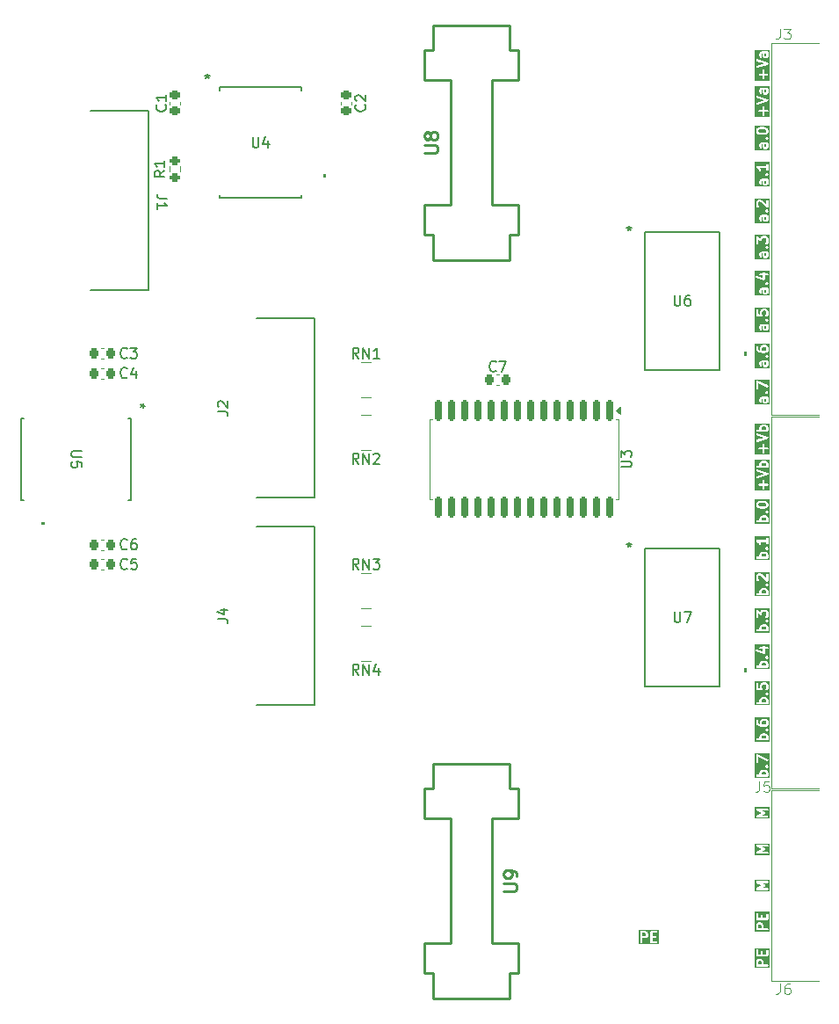
<source format=gbr>
%TF.GenerationSoftware,KiCad,Pcbnew,8.0.7-8.0.7-0~ubuntu24.04.1*%
%TF.CreationDate,2025-01-20T15:28:16+03:00*%
%TF.ProjectId,PM-DQ16-source,504d2d44-5131-4362-9d73-6f757263652e,rev?*%
%TF.SameCoordinates,Original*%
%TF.FileFunction,Legend,Top*%
%TF.FilePolarity,Positive*%
%FSLAX46Y46*%
G04 Gerber Fmt 4.6, Leading zero omitted, Abs format (unit mm)*
G04 Created by KiCad (PCBNEW 8.0.7-8.0.7-0~ubuntu24.04.1) date 2025-01-20 15:28:16*
%MOMM*%
%LPD*%
G01*
G04 APERTURE LIST*
G04 Aperture macros list*
%AMRoundRect*
0 Rectangle with rounded corners*
0 $1 Rounding radius*
0 $2 $3 $4 $5 $6 $7 $8 $9 X,Y pos of 4 corners*
0 Add a 4 corners polygon primitive as box body*
4,1,4,$2,$3,$4,$5,$6,$7,$8,$9,$2,$3,0*
0 Add four circle primitives for the rounded corners*
1,1,$1+$1,$2,$3*
1,1,$1+$1,$4,$5*
1,1,$1+$1,$6,$7*
1,1,$1+$1,$8,$9*
0 Add four rect primitives between the rounded corners*
20,1,$1+$1,$2,$3,$4,$5,0*
20,1,$1+$1,$4,$5,$6,$7,0*
20,1,$1+$1,$6,$7,$8,$9,0*
20,1,$1+$1,$8,$9,$2,$3,0*%
G04 Aperture macros list end*
%ADD10C,0.200000*%
%ADD11C,0.100000*%
%ADD12C,0.150000*%
%ADD13C,0.254000*%
%ADD14C,0.152400*%
%ADD15C,0.000000*%
%ADD16C,0.120000*%
%ADD17C,2.200000*%
%ADD18R,1.716000X0.450800*%
%ADD19C,2.650000*%
%ADD20C,2.350000*%
%ADD21R,0.800000X0.500000*%
%ADD22R,0.800000X0.400000*%
%ADD23RoundRect,0.225000X0.225000X0.250000X-0.225000X0.250000X-0.225000X-0.250000X0.225000X-0.250000X0*%
%ADD24RoundRect,0.225000X-0.225000X-0.250000X0.225000X-0.250000X0.225000X0.250000X-0.225000X0.250000X0*%
%ADD25RoundRect,0.225000X-0.250000X0.225000X-0.250000X-0.225000X0.250000X-0.225000X0.250000X0.225000X0*%
%ADD26C,3.200000*%
%ADD27RoundRect,0.150000X-0.150000X0.875000X-0.150000X-0.875000X0.150000X-0.875000X0.150000X0.875000X0*%
%ADD28R,1.803400X0.635000*%
%ADD29R,2.997200X2.590800*%
%ADD30R,1.854200X0.482600*%
%ADD31RoundRect,0.200000X0.275000X-0.200000X0.275000X0.200000X-0.275000X0.200000X-0.275000X-0.200000X0*%
%ADD32R,0.482600X1.854200*%
%ADD33O,6.350000X6.350000*%
G04 APERTURE END LIST*
D10*
G36*
X23352219Y40643060D02*
G01*
X23352219Y40452179D01*
X23330064Y40407870D01*
X23285754Y40385715D01*
X23237730Y40385715D01*
X23193421Y40407870D01*
X23171266Y40452180D01*
X23171266Y40661905D01*
X23342796Y40661905D01*
X23352219Y40643060D01*
G37*
G36*
X23663330Y38028906D02*
G01*
X22241893Y38028906D01*
X22241893Y38638557D01*
X22592235Y38638557D01*
X22592235Y38599539D01*
X22607167Y38563491D01*
X22634757Y38535901D01*
X22670805Y38520969D01*
X22690314Y38519048D01*
X22971266Y38519048D01*
X22971266Y38238096D01*
X22973187Y38218587D01*
X22988119Y38182539D01*
X23015709Y38154949D01*
X23051757Y38140017D01*
X23090775Y38140017D01*
X23126823Y38154949D01*
X23154413Y38182539D01*
X23169345Y38218587D01*
X23171266Y38238096D01*
X23171266Y38519048D01*
X23452219Y38519048D01*
X23471728Y38520969D01*
X23507776Y38535901D01*
X23535366Y38563491D01*
X23550298Y38599539D01*
X23550298Y38638557D01*
X23535366Y38674605D01*
X23507776Y38702195D01*
X23471728Y38717127D01*
X23452219Y38719048D01*
X23171266Y38719048D01*
X23171266Y39000000D01*
X23169345Y39019509D01*
X23154413Y39055557D01*
X23126823Y39083147D01*
X23090775Y39098079D01*
X23051757Y39098079D01*
X23015709Y39083147D01*
X22988119Y39055557D01*
X22973187Y39019509D01*
X22971266Y39000000D01*
X22971266Y38719048D01*
X22690314Y38719048D01*
X22670805Y38717127D01*
X22634757Y38702195D01*
X22607167Y38674605D01*
X22592235Y38638557D01*
X22241893Y38638557D01*
X22241893Y40012507D01*
X22353004Y40012507D01*
X22355770Y39973587D01*
X22373220Y39938688D01*
X22402696Y39913123D01*
X22420596Y39905132D01*
X23135991Y39666667D01*
X22420596Y39428202D01*
X22402696Y39420211D01*
X22373220Y39394646D01*
X22355770Y39359747D01*
X22353004Y39320827D01*
X22365342Y39283811D01*
X22390907Y39254335D01*
X22425806Y39236885D01*
X22464726Y39234119D01*
X22483842Y39238466D01*
X23483841Y39571799D01*
X23501742Y39579790D01*
X23507143Y39584475D01*
X23513530Y39587668D01*
X23521742Y39597137D01*
X23531218Y39605355D01*
X23534413Y39611747D01*
X23539095Y39617144D01*
X23543061Y39629042D01*
X23548667Y39640254D01*
X23549173Y39647379D01*
X23551434Y39654160D01*
X23550544Y39666667D01*
X23551434Y39679174D01*
X23549173Y39685956D01*
X23548667Y39693080D01*
X23543061Y39704293D01*
X23539095Y39716190D01*
X23534413Y39721588D01*
X23531218Y39727979D01*
X23521742Y39736198D01*
X23513530Y39745666D01*
X23507143Y39748860D01*
X23501742Y39753544D01*
X23483841Y39761535D01*
X22483842Y40094868D01*
X22464726Y40099215D01*
X22425806Y40096449D01*
X22390907Y40078999D01*
X22365342Y40049523D01*
X22353004Y40012507D01*
X22241893Y40012507D01*
X22241893Y40619048D01*
X22685552Y40619048D01*
X22685552Y40428572D01*
X22687473Y40409063D01*
X22688848Y40405743D01*
X22689103Y40402159D01*
X22696109Y40383851D01*
X22743728Y40288613D01*
X22754171Y40272023D01*
X22783648Y40246458D01*
X22820664Y40234120D01*
X22859584Y40236885D01*
X22894482Y40254334D01*
X22920047Y40283811D01*
X22932386Y40320827D01*
X22929620Y40359747D01*
X22922614Y40378056D01*
X22885552Y40452180D01*
X22885552Y40595441D01*
X22907707Y40639751D01*
X22952016Y40661905D01*
X22961843Y40661905D01*
X22971266Y40643060D01*
X22971266Y40428572D01*
X22973187Y40409063D01*
X22974562Y40405743D01*
X22974817Y40402159D01*
X22981823Y40383851D01*
X23029442Y40288613D01*
X23031495Y40285350D01*
X23032009Y40283811D01*
X23033671Y40281895D01*
X23039885Y40272023D01*
X23049355Y40263810D01*
X23057573Y40254334D01*
X23067446Y40248120D01*
X23069362Y40246458D01*
X23070900Y40245946D01*
X23074164Y40243891D01*
X23169401Y40196272D01*
X23187710Y40189266D01*
X23191293Y40189012D01*
X23194614Y40187636D01*
X23214123Y40185715D01*
X23309361Y40185715D01*
X23328870Y40187636D01*
X23332190Y40189012D01*
X23335773Y40189266D01*
X23354082Y40196272D01*
X23449321Y40243891D01*
X23452584Y40245945D01*
X23454123Y40246458D01*
X23456039Y40248121D01*
X23465911Y40254334D01*
X23474125Y40263806D01*
X23483600Y40272022D01*
X23489812Y40281893D01*
X23491476Y40283810D01*
X23491989Y40285351D01*
X23494043Y40288613D01*
X23541662Y40383850D01*
X23548668Y40402159D01*
X23548922Y40405743D01*
X23550298Y40409063D01*
X23552219Y40428572D01*
X23552219Y40666667D01*
X23550298Y40686176D01*
X23548922Y40689497D01*
X23548668Y40693080D01*
X23541662Y40711389D01*
X23539360Y40715992D01*
X23550298Y40742396D01*
X23550298Y40781414D01*
X23535366Y40817462D01*
X23507776Y40845052D01*
X23471728Y40859984D01*
X23452219Y40861905D01*
X22928409Y40861905D01*
X22908900Y40859984D01*
X22905579Y40858609D01*
X22901996Y40858354D01*
X22883687Y40851348D01*
X22788450Y40803729D01*
X22785186Y40801675D01*
X22783648Y40801162D01*
X22781732Y40799501D01*
X22771859Y40793286D01*
X22763641Y40783811D01*
X22754171Y40775597D01*
X22747957Y40765726D01*
X22746295Y40763809D01*
X22745781Y40762271D01*
X22743728Y40759007D01*
X22696109Y40663769D01*
X22689103Y40645461D01*
X22688848Y40641878D01*
X22687473Y40638557D01*
X22685552Y40619048D01*
X22241893Y40619048D01*
X22241893Y40973016D01*
X23663330Y40973016D01*
X23663330Y38028906D01*
G37*
G36*
X23297746Y8179718D02*
G01*
X23322414Y8155051D01*
X23352219Y8095441D01*
X23352219Y7952179D01*
X23342797Y7933334D01*
X22894975Y7933334D01*
X22885552Y7952180D01*
X22885552Y8095441D01*
X22915357Y8155051D01*
X22940025Y8179720D01*
X22999635Y8209524D01*
X23238135Y8209524D01*
X23297746Y8179718D01*
G37*
G36*
X23663330Y5528906D02*
G01*
X22241893Y5528906D01*
X22241893Y6138557D01*
X22592235Y6138557D01*
X22592235Y6099539D01*
X22607167Y6063491D01*
X22634757Y6035901D01*
X22670805Y6020969D01*
X22690314Y6019048D01*
X22971266Y6019048D01*
X22971266Y5738096D01*
X22973187Y5718587D01*
X22988119Y5682539D01*
X23015709Y5654949D01*
X23051757Y5640017D01*
X23090775Y5640017D01*
X23126823Y5654949D01*
X23154413Y5682539D01*
X23169345Y5718587D01*
X23171266Y5738096D01*
X23171266Y6019048D01*
X23452219Y6019048D01*
X23471728Y6020969D01*
X23507776Y6035901D01*
X23535366Y6063491D01*
X23550298Y6099539D01*
X23550298Y6138557D01*
X23535366Y6174605D01*
X23507776Y6202195D01*
X23471728Y6217127D01*
X23452219Y6219048D01*
X23171266Y6219048D01*
X23171266Y6500000D01*
X23169345Y6519509D01*
X23154413Y6555557D01*
X23126823Y6583147D01*
X23090775Y6598079D01*
X23051757Y6598079D01*
X23015709Y6583147D01*
X22988119Y6555557D01*
X22973187Y6519509D01*
X22971266Y6500000D01*
X22971266Y6219048D01*
X22690314Y6219048D01*
X22670805Y6217127D01*
X22634757Y6202195D01*
X22607167Y6174605D01*
X22592235Y6138557D01*
X22241893Y6138557D01*
X22241893Y7512507D01*
X22353004Y7512507D01*
X22355770Y7473587D01*
X22373220Y7438688D01*
X22402696Y7413123D01*
X22420596Y7405132D01*
X23135991Y7166667D01*
X22420596Y6928202D01*
X22402696Y6920211D01*
X22373220Y6894646D01*
X22355770Y6859747D01*
X22353004Y6820827D01*
X22365342Y6783811D01*
X22390907Y6754335D01*
X22425806Y6736885D01*
X22464726Y6734119D01*
X22483842Y6738466D01*
X23483841Y7071799D01*
X23501742Y7079790D01*
X23507143Y7084475D01*
X23513530Y7087668D01*
X23521742Y7097137D01*
X23531218Y7105355D01*
X23534413Y7111747D01*
X23539095Y7117144D01*
X23543061Y7129042D01*
X23548667Y7140254D01*
X23549173Y7147379D01*
X23551434Y7154160D01*
X23550544Y7166667D01*
X23551434Y7179174D01*
X23549173Y7185956D01*
X23548667Y7193080D01*
X23543061Y7204293D01*
X23539095Y7216190D01*
X23534413Y7221588D01*
X23531218Y7227979D01*
X23521742Y7236198D01*
X23513530Y7245666D01*
X23507143Y7248860D01*
X23501742Y7253544D01*
X23483841Y7261535D01*
X22483842Y7594868D01*
X22464726Y7599215D01*
X22425806Y7596449D01*
X22390907Y7578999D01*
X22365342Y7549523D01*
X22353004Y7512507D01*
X22241893Y7512507D01*
X22241893Y7852843D01*
X22354140Y7852843D01*
X22354140Y7813825D01*
X22369072Y7777777D01*
X22396662Y7750187D01*
X22432710Y7735255D01*
X22452219Y7733334D01*
X23452219Y7733334D01*
X23471728Y7735255D01*
X23507776Y7750187D01*
X23535366Y7777777D01*
X23550298Y7813825D01*
X23550298Y7852843D01*
X23539360Y7879248D01*
X23541662Y7883850D01*
X23548668Y7902159D01*
X23548922Y7905743D01*
X23550298Y7909063D01*
X23552219Y7928572D01*
X23552219Y8119048D01*
X23550298Y8138557D01*
X23548922Y8141878D01*
X23548668Y8145461D01*
X23541662Y8163770D01*
X23494043Y8259007D01*
X23488757Y8267404D01*
X23487747Y8269844D01*
X23485493Y8272590D01*
X23483600Y8275598D01*
X23481603Y8277330D01*
X23475310Y8284998D01*
X23427690Y8332616D01*
X23420020Y8338911D01*
X23418291Y8340905D01*
X23415286Y8342797D01*
X23412537Y8345053D01*
X23410093Y8346065D01*
X23401701Y8351348D01*
X23306463Y8398967D01*
X23288155Y8405973D01*
X23284571Y8406228D01*
X23281251Y8407603D01*
X23261742Y8409524D01*
X22976028Y8409524D01*
X22956519Y8407603D01*
X22953198Y8406228D01*
X22949615Y8405973D01*
X22931306Y8398967D01*
X22836069Y8351348D01*
X22827672Y8346063D01*
X22825232Y8345052D01*
X22822486Y8342799D01*
X22819478Y8340905D01*
X22817745Y8338908D01*
X22810079Y8332615D01*
X22762460Y8284997D01*
X22756165Y8277327D01*
X22754171Y8275597D01*
X22752277Y8272590D01*
X22750024Y8269843D01*
X22749013Y8267404D01*
X22743728Y8259007D01*
X22696109Y8163769D01*
X22689103Y8145461D01*
X22688848Y8141878D01*
X22687473Y8138557D01*
X22685552Y8119048D01*
X22685552Y7933334D01*
X22452219Y7933334D01*
X22432710Y7931413D01*
X22396662Y7916481D01*
X22369072Y7888891D01*
X22354140Y7852843D01*
X22241893Y7852843D01*
X22241893Y8520635D01*
X23663330Y8520635D01*
X23663330Y5528906D01*
G37*
G36*
X23352219Y14381156D02*
G01*
X23352219Y14190275D01*
X23330064Y14145966D01*
X23285754Y14123811D01*
X23237730Y14123811D01*
X23193421Y14145966D01*
X23171266Y14190276D01*
X23171266Y14400001D01*
X23342796Y14400001D01*
X23352219Y14381156D01*
G37*
G36*
X23297746Y15846385D02*
G01*
X23322414Y15821718D01*
X23352219Y15762108D01*
X23352219Y15618846D01*
X23322414Y15559237D01*
X23297746Y15534570D01*
X23238135Y15504763D01*
X23047254Y15504763D01*
X22987644Y15534568D01*
X22962976Y15559237D01*
X22933171Y15618847D01*
X22933171Y15762108D01*
X22962976Y15821718D01*
X22987644Y15846387D01*
X23047254Y15876191D01*
X23238135Y15876191D01*
X23297746Y15846385D01*
G37*
G36*
X23663330Y13812700D02*
G01*
X22241108Y13812700D01*
X22241108Y14357144D01*
X22685552Y14357144D01*
X22685552Y14166668D01*
X22687473Y14147159D01*
X22688848Y14143839D01*
X22689103Y14140255D01*
X22696109Y14121947D01*
X22743728Y14026709D01*
X22754171Y14010119D01*
X22783648Y13984554D01*
X22820664Y13972216D01*
X22859584Y13974981D01*
X22894482Y13992430D01*
X22920047Y14021907D01*
X22932386Y14058923D01*
X22929620Y14097843D01*
X22922614Y14116152D01*
X22885552Y14190276D01*
X22885552Y14333537D01*
X22907707Y14377847D01*
X22952016Y14400001D01*
X22961843Y14400001D01*
X22971266Y14381156D01*
X22971266Y14166668D01*
X22973187Y14147159D01*
X22974562Y14143839D01*
X22974817Y14140255D01*
X22981823Y14121947D01*
X23029442Y14026709D01*
X23031495Y14023446D01*
X23032009Y14021907D01*
X23033671Y14019991D01*
X23039885Y14010119D01*
X23049355Y14001906D01*
X23057573Y13992430D01*
X23067446Y13986216D01*
X23069362Y13984554D01*
X23070900Y13984042D01*
X23074164Y13981987D01*
X23169401Y13934368D01*
X23187710Y13927362D01*
X23191293Y13927108D01*
X23194614Y13925732D01*
X23214123Y13923811D01*
X23309361Y13923811D01*
X23328870Y13925732D01*
X23332190Y13927108D01*
X23335773Y13927362D01*
X23354082Y13934368D01*
X23449321Y13981987D01*
X23452584Y13984041D01*
X23454123Y13984554D01*
X23456039Y13986217D01*
X23465911Y13992430D01*
X23474125Y14001902D01*
X23483600Y14010118D01*
X23489812Y14019989D01*
X23491476Y14021906D01*
X23491989Y14023447D01*
X23494043Y14026709D01*
X23541662Y14121946D01*
X23548668Y14140255D01*
X23548922Y14143839D01*
X23550298Y14147159D01*
X23552219Y14166668D01*
X23552219Y14404763D01*
X23550298Y14424272D01*
X23548922Y14427593D01*
X23548668Y14431176D01*
X23541662Y14449485D01*
X23539360Y14454088D01*
X23550298Y14480492D01*
X23550298Y14519510D01*
X23535366Y14555558D01*
X23507776Y14583148D01*
X23471728Y14598080D01*
X23452219Y14600001D01*
X22928409Y14600001D01*
X22908900Y14598080D01*
X22905579Y14596705D01*
X22901996Y14596450D01*
X22883687Y14589444D01*
X22788450Y14541825D01*
X22785186Y14539771D01*
X22783648Y14539258D01*
X22781732Y14537597D01*
X22771859Y14531382D01*
X22763641Y14521907D01*
X22754171Y14513693D01*
X22747957Y14503822D01*
X22746295Y14501905D01*
X22745781Y14500367D01*
X22743728Y14497103D01*
X22696109Y14401865D01*
X22689103Y14383557D01*
X22688848Y14379974D01*
X22687473Y14376653D01*
X22685552Y14357144D01*
X22241108Y14357144D01*
X22241108Y14995701D01*
X23258901Y14995701D01*
X23258901Y14956683D01*
X23260385Y14953100D01*
X23273832Y14920635D01*
X23273833Y14920634D01*
X23286270Y14905481D01*
X23333890Y14857862D01*
X23349043Y14845425D01*
X23374533Y14834868D01*
X23385091Y14830494D01*
X23385092Y14830494D01*
X23424109Y14830494D01*
X23445226Y14839242D01*
X23460158Y14845426D01*
X23460162Y14845431D01*
X23475311Y14857862D01*
X23522929Y14905481D01*
X23535366Y14920634D01*
X23546735Y14948082D01*
X23550298Y14956683D01*
X23550298Y14995701D01*
X23535366Y15031749D01*
X23535366Y15031750D01*
X23522929Y15046903D01*
X23475311Y15094522D01*
X23460162Y15106954D01*
X23460158Y15106958D01*
X23445226Y15113143D01*
X23424109Y15121890D01*
X23385091Y15121890D01*
X23374533Y15117517D01*
X23349043Y15106959D01*
X23333890Y15094522D01*
X23286270Y15046903D01*
X23273833Y15031750D01*
X23273832Y15031749D01*
X23263274Y15006259D01*
X23258901Y14995701D01*
X22241108Y14995701D01*
X22241108Y15880953D01*
X22352219Y15880953D01*
X22352219Y15690477D01*
X22354140Y15670968D01*
X22355515Y15667648D01*
X22355770Y15664064D01*
X22362776Y15645756D01*
X22410395Y15550518D01*
X22415680Y15542122D01*
X22416691Y15539682D01*
X22418944Y15536936D01*
X22420838Y15533928D01*
X22422832Y15532199D01*
X22429127Y15524528D01*
X22476746Y15476910D01*
X22476798Y15476867D01*
X22476820Y15476835D01*
X22484413Y15470618D01*
X22491899Y15464473D01*
X22491933Y15464459D01*
X22491987Y15464415D01*
X22634844Y15369177D01*
X22645613Y15363435D01*
X22647600Y15361963D01*
X22649945Y15361125D01*
X22652142Y15359954D01*
X22654565Y15359475D01*
X22666060Y15355368D01*
X22856536Y15307749D01*
X22859917Y15307249D01*
X22861281Y15306684D01*
X22868631Y15305961D01*
X22875929Y15304881D01*
X22877387Y15305099D01*
X22880790Y15304763D01*
X23261742Y15304763D01*
X23281251Y15306684D01*
X23284571Y15308060D01*
X23288155Y15308314D01*
X23306463Y15315320D01*
X23401701Y15362939D01*
X23410093Y15368223D01*
X23412537Y15369234D01*
X23415286Y15371491D01*
X23418291Y15373382D01*
X23420020Y15375377D01*
X23427690Y15381671D01*
X23475310Y15429289D01*
X23481603Y15436958D01*
X23483600Y15438689D01*
X23485493Y15441698D01*
X23487747Y15444443D01*
X23488757Y15446884D01*
X23494043Y15455280D01*
X23541662Y15550517D01*
X23548668Y15568826D01*
X23548922Y15572410D01*
X23550298Y15575730D01*
X23552219Y15595239D01*
X23552219Y15785715D01*
X23550298Y15805224D01*
X23548922Y15808545D01*
X23548668Y15812128D01*
X23541662Y15830437D01*
X23494043Y15925674D01*
X23488757Y15934071D01*
X23487747Y15936511D01*
X23485493Y15939257D01*
X23483600Y15942265D01*
X23481603Y15943997D01*
X23475310Y15951665D01*
X23427690Y15999283D01*
X23420020Y16005578D01*
X23418291Y16007572D01*
X23415286Y16009464D01*
X23412537Y16011720D01*
X23410093Y16012732D01*
X23401701Y16018015D01*
X23306463Y16065634D01*
X23288155Y16072640D01*
X23284571Y16072895D01*
X23281251Y16074270D01*
X23261742Y16076191D01*
X23023647Y16076191D01*
X23004138Y16074270D01*
X23000817Y16072895D01*
X22997234Y16072640D01*
X22978925Y16065634D01*
X22883688Y16018015D01*
X22875291Y16012730D01*
X22872851Y16011719D01*
X22870105Y16009466D01*
X22867097Y16007572D01*
X22865364Y16005575D01*
X22857698Y15999282D01*
X22810079Y15951664D01*
X22803784Y15943994D01*
X22801790Y15942264D01*
X22799896Y15939257D01*
X22797643Y15936510D01*
X22796632Y15934071D01*
X22791347Y15925674D01*
X22743728Y15830436D01*
X22736722Y15812128D01*
X22736467Y15808545D01*
X22735092Y15805224D01*
X22733171Y15785715D01*
X22733171Y15595239D01*
X22735092Y15575730D01*
X22736467Y15572410D01*
X22736722Y15568826D01*
X22743728Y15550518D01*
X22748534Y15540905D01*
X22731372Y15545195D01*
X22611165Y15625333D01*
X22582024Y15654475D01*
X22552219Y15714085D01*
X22552219Y15880953D01*
X22550298Y15900462D01*
X22535366Y15936510D01*
X22507776Y15964100D01*
X22471728Y15979032D01*
X22432710Y15979032D01*
X22396662Y15964100D01*
X22369072Y15936510D01*
X22354140Y15900462D01*
X22352219Y15880953D01*
X22241108Y15880953D01*
X22241108Y16187302D01*
X23663330Y16187302D01*
X23663330Y13812700D01*
G37*
G36*
X23352219Y24881156D02*
G01*
X23352219Y24690275D01*
X23330064Y24645966D01*
X23285754Y24623811D01*
X23237730Y24623811D01*
X23193421Y24645966D01*
X23171266Y24690276D01*
X23171266Y24900001D01*
X23342796Y24900001D01*
X23352219Y24881156D01*
G37*
G36*
X23663330Y24312700D02*
G01*
X22241108Y24312700D01*
X22241108Y24857144D01*
X22685552Y24857144D01*
X22685552Y24666668D01*
X22687473Y24647159D01*
X22688848Y24643839D01*
X22689103Y24640255D01*
X22696109Y24621947D01*
X22743728Y24526709D01*
X22754171Y24510119D01*
X22783648Y24484554D01*
X22820664Y24472216D01*
X22859584Y24474981D01*
X22894482Y24492430D01*
X22920047Y24521907D01*
X22932386Y24558923D01*
X22929620Y24597843D01*
X22922614Y24616152D01*
X22885552Y24690276D01*
X22885552Y24833537D01*
X22907707Y24877847D01*
X22952016Y24900001D01*
X22961843Y24900001D01*
X22971266Y24881156D01*
X22971266Y24666668D01*
X22973187Y24647159D01*
X22974562Y24643839D01*
X22974817Y24640255D01*
X22981823Y24621947D01*
X23029442Y24526709D01*
X23031495Y24523446D01*
X23032009Y24521907D01*
X23033671Y24519991D01*
X23039885Y24510119D01*
X23049355Y24501906D01*
X23057573Y24492430D01*
X23067446Y24486216D01*
X23069362Y24484554D01*
X23070900Y24484042D01*
X23074164Y24481987D01*
X23169401Y24434368D01*
X23187710Y24427362D01*
X23191293Y24427108D01*
X23194614Y24425732D01*
X23214123Y24423811D01*
X23309361Y24423811D01*
X23328870Y24425732D01*
X23332190Y24427108D01*
X23335773Y24427362D01*
X23354082Y24434368D01*
X23449321Y24481987D01*
X23452584Y24484041D01*
X23454123Y24484554D01*
X23456039Y24486217D01*
X23465911Y24492430D01*
X23474125Y24501902D01*
X23483600Y24510118D01*
X23489812Y24519989D01*
X23491476Y24521906D01*
X23491989Y24523447D01*
X23494043Y24526709D01*
X23541662Y24621946D01*
X23548668Y24640255D01*
X23548922Y24643839D01*
X23550298Y24647159D01*
X23552219Y24666668D01*
X23552219Y24904763D01*
X23550298Y24924272D01*
X23548922Y24927593D01*
X23548668Y24931176D01*
X23541662Y24949485D01*
X23539360Y24954088D01*
X23550298Y24980492D01*
X23550298Y25019510D01*
X23535366Y25055558D01*
X23507776Y25083148D01*
X23471728Y25098080D01*
X23452219Y25100001D01*
X22928409Y25100001D01*
X22908900Y25098080D01*
X22905579Y25096705D01*
X22901996Y25096450D01*
X22883687Y25089444D01*
X22788450Y25041825D01*
X22785186Y25039771D01*
X22783648Y25039258D01*
X22781732Y25037597D01*
X22771859Y25031382D01*
X22763641Y25021907D01*
X22754171Y25013693D01*
X22747957Y25003822D01*
X22746295Y25001905D01*
X22745781Y25000367D01*
X22743728Y24997103D01*
X22696109Y24901865D01*
X22689103Y24883557D01*
X22688848Y24879974D01*
X22687473Y24876653D01*
X22685552Y24857144D01*
X22241108Y24857144D01*
X22241108Y25495701D01*
X23258901Y25495701D01*
X23258901Y25456683D01*
X23260385Y25453100D01*
X23273832Y25420635D01*
X23273833Y25420634D01*
X23286270Y25405481D01*
X23333890Y25357862D01*
X23349043Y25345425D01*
X23374533Y25334868D01*
X23385091Y25330494D01*
X23385092Y25330494D01*
X23424109Y25330494D01*
X23445226Y25339242D01*
X23460158Y25345426D01*
X23460162Y25345431D01*
X23475311Y25357862D01*
X23522929Y25405481D01*
X23535366Y25420634D01*
X23546735Y25448082D01*
X23550298Y25456683D01*
X23550298Y25495701D01*
X23535366Y25531749D01*
X23535366Y25531750D01*
X23522929Y25546903D01*
X23475311Y25594522D01*
X23460162Y25606954D01*
X23460158Y25606958D01*
X23445226Y25613143D01*
X23424109Y25621890D01*
X23385091Y25621890D01*
X23374533Y25617517D01*
X23349043Y25606959D01*
X23333890Y25594522D01*
X23286270Y25546903D01*
X23273833Y25531750D01*
X23273832Y25531749D01*
X23263274Y25506259D01*
X23258901Y25495701D01*
X22241108Y25495701D01*
X22241108Y26476191D01*
X22352219Y26476191D01*
X22352219Y25857144D01*
X22354140Y25837635D01*
X22369072Y25801587D01*
X22396662Y25773997D01*
X22432710Y25759065D01*
X22471728Y25759065D01*
X22507776Y25773997D01*
X22535366Y25801587D01*
X22550298Y25837635D01*
X22552219Y25857144D01*
X22552219Y26255815D01*
X22767321Y26067600D01*
X22775754Y26061571D01*
X22777614Y26059711D01*
X22779377Y26058981D01*
X22783268Y26056199D01*
X22798656Y26050995D01*
X22813662Y26044779D01*
X22817036Y26044779D01*
X22820229Y26043699D01*
X22836432Y26044779D01*
X22852680Y26044779D01*
X22855795Y26046070D01*
X22859161Y26046294D01*
X22873726Y26053497D01*
X22888728Y26059711D01*
X22891111Y26062095D01*
X22894136Y26063590D01*
X22904840Y26075824D01*
X22916318Y26087301D01*
X22917607Y26090415D01*
X22919830Y26092954D01*
X22925035Y26108346D01*
X22931250Y26123349D01*
X22931718Y26128109D01*
X22932330Y26129916D01*
X22932155Y26132541D01*
X22933171Y26142858D01*
X22933171Y26262108D01*
X22962976Y26321718D01*
X22987644Y26346387D01*
X23047254Y26376191D01*
X23238135Y26376191D01*
X23297746Y26346385D01*
X23322414Y26321718D01*
X23352219Y26262108D01*
X23352219Y26023608D01*
X23322414Y25963999D01*
X23286270Y25927855D01*
X23273833Y25912702D01*
X23258902Y25876654D01*
X23258901Y25837636D01*
X23273832Y25801587D01*
X23301422Y25773997D01*
X23337470Y25759066D01*
X23376488Y25759065D01*
X23412537Y25773996D01*
X23427690Y25786433D01*
X23475310Y25834051D01*
X23481603Y25841720D01*
X23483600Y25843451D01*
X23485493Y25846460D01*
X23487747Y25849205D01*
X23488757Y25851646D01*
X23494043Y25860042D01*
X23541662Y25955279D01*
X23548668Y25973588D01*
X23548922Y25977172D01*
X23550298Y25980492D01*
X23552219Y26000001D01*
X23552219Y26285715D01*
X23550298Y26305224D01*
X23548922Y26308545D01*
X23548668Y26312128D01*
X23541662Y26330437D01*
X23494043Y26425674D01*
X23488757Y26434071D01*
X23487747Y26436511D01*
X23485493Y26439257D01*
X23483600Y26442265D01*
X23481603Y26443997D01*
X23475310Y26451665D01*
X23427690Y26499283D01*
X23420020Y26505578D01*
X23418291Y26507572D01*
X23415286Y26509464D01*
X23412537Y26511720D01*
X23410093Y26512732D01*
X23401701Y26518015D01*
X23306463Y26565634D01*
X23288155Y26572640D01*
X23284571Y26572895D01*
X23281251Y26574270D01*
X23261742Y26576191D01*
X23023647Y26576191D01*
X23004138Y26574270D01*
X23000817Y26572895D01*
X22997234Y26572640D01*
X22978925Y26565634D01*
X22883688Y26518015D01*
X22875291Y26512730D01*
X22872851Y26511719D01*
X22870105Y26509466D01*
X22867097Y26507572D01*
X22865364Y26505575D01*
X22857698Y26499282D01*
X22810079Y26451664D01*
X22803784Y26443994D01*
X22801790Y26442264D01*
X22799896Y26439257D01*
X22797643Y26436510D01*
X22796632Y26434071D01*
X22791347Y26425674D01*
X22751923Y26346827D01*
X22518069Y26551449D01*
X22509635Y26557479D01*
X22507776Y26559338D01*
X22506012Y26560069D01*
X22502122Y26562850D01*
X22486733Y26568055D01*
X22471728Y26574270D01*
X22468354Y26574270D01*
X22465161Y26575350D01*
X22448958Y26574270D01*
X22432710Y26574270D01*
X22429594Y26572980D01*
X22426229Y26572755D01*
X22411668Y26565555D01*
X22396662Y26559338D01*
X22394277Y26556954D01*
X22391254Y26555458D01*
X22380556Y26543233D01*
X22369072Y26531748D01*
X22367781Y26528634D01*
X22365560Y26526094D01*
X22360355Y26510706D01*
X22354140Y26495700D01*
X22353671Y26490941D01*
X22353060Y26489133D01*
X22353234Y26486509D01*
X22352219Y26476191D01*
X22241108Y26476191D01*
X22241108Y26687302D01*
X23663330Y26687302D01*
X23663330Y24312700D01*
G37*
G36*
X23352219Y21381156D02*
G01*
X23352219Y21190275D01*
X23330064Y21145966D01*
X23285754Y21123811D01*
X23237730Y21123811D01*
X23193421Y21145966D01*
X23171266Y21190276D01*
X23171266Y21400001D01*
X23342796Y21400001D01*
X23352219Y21381156D01*
G37*
G36*
X23663330Y20812700D02*
G01*
X22194274Y20812700D01*
X22194274Y21357144D01*
X22685552Y21357144D01*
X22685552Y21166668D01*
X22687473Y21147159D01*
X22688848Y21143839D01*
X22689103Y21140255D01*
X22696109Y21121947D01*
X22743728Y21026709D01*
X22754171Y21010119D01*
X22783648Y20984554D01*
X22820664Y20972216D01*
X22859584Y20974981D01*
X22894482Y20992430D01*
X22920047Y21021907D01*
X22932386Y21058923D01*
X22929620Y21097843D01*
X22922614Y21116152D01*
X22885552Y21190276D01*
X22885552Y21333537D01*
X22907707Y21377847D01*
X22952016Y21400001D01*
X22961843Y21400001D01*
X22971266Y21381156D01*
X22971266Y21166668D01*
X22973187Y21147159D01*
X22974562Y21143839D01*
X22974817Y21140255D01*
X22981823Y21121947D01*
X23029442Y21026709D01*
X23031495Y21023446D01*
X23032009Y21021907D01*
X23033671Y21019991D01*
X23039885Y21010119D01*
X23049355Y21001906D01*
X23057573Y20992430D01*
X23067446Y20986216D01*
X23069362Y20984554D01*
X23070900Y20984042D01*
X23074164Y20981987D01*
X23169401Y20934368D01*
X23187710Y20927362D01*
X23191293Y20927108D01*
X23194614Y20925732D01*
X23214123Y20923811D01*
X23309361Y20923811D01*
X23328870Y20925732D01*
X23332190Y20927108D01*
X23335773Y20927362D01*
X23354082Y20934368D01*
X23449321Y20981987D01*
X23452584Y20984041D01*
X23454123Y20984554D01*
X23456039Y20986217D01*
X23465911Y20992430D01*
X23474125Y21001902D01*
X23483600Y21010118D01*
X23489812Y21019989D01*
X23491476Y21021906D01*
X23491989Y21023447D01*
X23494043Y21026709D01*
X23541662Y21121946D01*
X23548668Y21140255D01*
X23548922Y21143839D01*
X23550298Y21147159D01*
X23552219Y21166668D01*
X23552219Y21404763D01*
X23550298Y21424272D01*
X23548922Y21427593D01*
X23548668Y21431176D01*
X23541662Y21449485D01*
X23539360Y21454088D01*
X23550298Y21480492D01*
X23550298Y21519510D01*
X23535366Y21555558D01*
X23507776Y21583148D01*
X23471728Y21598080D01*
X23452219Y21600001D01*
X22928409Y21600001D01*
X22908900Y21598080D01*
X22905579Y21596705D01*
X22901996Y21596450D01*
X22883687Y21589444D01*
X22788450Y21541825D01*
X22785186Y21539771D01*
X22783648Y21539258D01*
X22781732Y21537597D01*
X22771859Y21531382D01*
X22763641Y21521907D01*
X22754171Y21513693D01*
X22747957Y21503822D01*
X22746295Y21501905D01*
X22745781Y21500367D01*
X22743728Y21497103D01*
X22696109Y21401865D01*
X22689103Y21383557D01*
X22688848Y21379974D01*
X22687473Y21376653D01*
X22685552Y21357144D01*
X22194274Y21357144D01*
X22194274Y21995701D01*
X23258901Y21995701D01*
X23258901Y21956683D01*
X23260385Y21953100D01*
X23273832Y21920635D01*
X23273833Y21920634D01*
X23286270Y21905481D01*
X23333890Y21857862D01*
X23349043Y21845425D01*
X23374533Y21834868D01*
X23385091Y21830494D01*
X23385092Y21830494D01*
X23424109Y21830494D01*
X23445226Y21839242D01*
X23460158Y21845426D01*
X23460162Y21845431D01*
X23475311Y21857862D01*
X23522929Y21905481D01*
X23535366Y21920634D01*
X23546735Y21948082D01*
X23550298Y21956683D01*
X23550298Y21995701D01*
X23535366Y22031749D01*
X23535366Y22031750D01*
X23522929Y22046903D01*
X23475311Y22094522D01*
X23460162Y22106954D01*
X23460158Y22106958D01*
X23445226Y22113143D01*
X23424109Y22121890D01*
X23385091Y22121890D01*
X23374533Y22117517D01*
X23349043Y22106959D01*
X23333890Y22094522D01*
X23286270Y22046903D01*
X23273833Y22031750D01*
X23273832Y22031749D01*
X23263274Y22006259D01*
X23258901Y21995701D01*
X22194274Y21995701D01*
X22194274Y22655365D01*
X22305385Y22655365D01*
X22308151Y22616445D01*
X22325601Y22581546D01*
X22355077Y22555981D01*
X22372977Y22547990D01*
X23087262Y22309895D01*
X23096934Y22307696D01*
X23099376Y22306684D01*
X23101382Y22306684D01*
X23106377Y22305548D01*
X23122361Y22306684D01*
X23138394Y22306684D01*
X23141714Y22308060D01*
X23145297Y22308314D01*
X23159627Y22315480D01*
X23174442Y22321616D01*
X23176983Y22324158D01*
X23180196Y22325764D01*
X23190693Y22337868D01*
X23202032Y22349206D01*
X23203407Y22352527D01*
X23205761Y22355240D01*
X23210828Y22370442D01*
X23216964Y22385254D01*
X23217466Y22390355D01*
X23218100Y22392256D01*
X23217912Y22394890D01*
X23218885Y22404763D01*
X23218885Y22780953D01*
X23452219Y22780953D01*
X23471728Y22782874D01*
X23507776Y22797806D01*
X23535366Y22825396D01*
X23550298Y22861444D01*
X23550298Y22900462D01*
X23535366Y22936510D01*
X23507776Y22964100D01*
X23471728Y22979032D01*
X23452219Y22980953D01*
X23218885Y22980953D01*
X23218885Y23023810D01*
X23216964Y23043319D01*
X23202032Y23079367D01*
X23174442Y23106957D01*
X23138394Y23121889D01*
X23099376Y23121889D01*
X23063328Y23106957D01*
X23035738Y23079367D01*
X23020806Y23043319D01*
X23018885Y23023810D01*
X23018885Y22980953D01*
X22785552Y22980953D01*
X22766043Y22979032D01*
X22729995Y22964100D01*
X22702405Y22936510D01*
X22687473Y22900462D01*
X22687473Y22861444D01*
X22702405Y22825396D01*
X22729995Y22797806D01*
X22766043Y22782874D01*
X22785552Y22780953D01*
X23018885Y22780953D01*
X23018885Y22543506D01*
X22436223Y22737726D01*
X22417107Y22742073D01*
X22378187Y22739307D01*
X22343288Y22721857D01*
X22317723Y22692381D01*
X22305385Y22655365D01*
X22194274Y22655365D01*
X22194274Y23233000D01*
X23663330Y23233000D01*
X23663330Y20812700D01*
G37*
G36*
X23352219Y44143060D02*
G01*
X23352219Y43952179D01*
X23330064Y43907870D01*
X23285754Y43885715D01*
X23237730Y43885715D01*
X23193421Y43907870D01*
X23171266Y43952180D01*
X23171266Y44161905D01*
X23342796Y44161905D01*
X23352219Y44143060D01*
G37*
G36*
X23663330Y41528906D02*
G01*
X22241893Y41528906D01*
X22241893Y42138557D01*
X22592235Y42138557D01*
X22592235Y42099539D01*
X22607167Y42063491D01*
X22634757Y42035901D01*
X22670805Y42020969D01*
X22690314Y42019048D01*
X22971266Y42019048D01*
X22971266Y41738096D01*
X22973187Y41718587D01*
X22988119Y41682539D01*
X23015709Y41654949D01*
X23051757Y41640017D01*
X23090775Y41640017D01*
X23126823Y41654949D01*
X23154413Y41682539D01*
X23169345Y41718587D01*
X23171266Y41738096D01*
X23171266Y42019048D01*
X23452219Y42019048D01*
X23471728Y42020969D01*
X23507776Y42035901D01*
X23535366Y42063491D01*
X23550298Y42099539D01*
X23550298Y42138557D01*
X23535366Y42174605D01*
X23507776Y42202195D01*
X23471728Y42217127D01*
X23452219Y42219048D01*
X23171266Y42219048D01*
X23171266Y42500000D01*
X23169345Y42519509D01*
X23154413Y42555557D01*
X23126823Y42583147D01*
X23090775Y42598079D01*
X23051757Y42598079D01*
X23015709Y42583147D01*
X22988119Y42555557D01*
X22973187Y42519509D01*
X22971266Y42500000D01*
X22971266Y42219048D01*
X22690314Y42219048D01*
X22670805Y42217127D01*
X22634757Y42202195D01*
X22607167Y42174605D01*
X22592235Y42138557D01*
X22241893Y42138557D01*
X22241893Y43512507D01*
X22353004Y43512507D01*
X22355770Y43473587D01*
X22373220Y43438688D01*
X22402696Y43413123D01*
X22420596Y43405132D01*
X23135991Y43166667D01*
X22420596Y42928202D01*
X22402696Y42920211D01*
X22373220Y42894646D01*
X22355770Y42859747D01*
X22353004Y42820827D01*
X22365342Y42783811D01*
X22390907Y42754335D01*
X22425806Y42736885D01*
X22464726Y42734119D01*
X22483842Y42738466D01*
X23483841Y43071799D01*
X23501742Y43079790D01*
X23507143Y43084475D01*
X23513530Y43087668D01*
X23521742Y43097137D01*
X23531218Y43105355D01*
X23534413Y43111747D01*
X23539095Y43117144D01*
X23543061Y43129042D01*
X23548667Y43140254D01*
X23549173Y43147379D01*
X23551434Y43154160D01*
X23550544Y43166667D01*
X23551434Y43179174D01*
X23549173Y43185956D01*
X23548667Y43193080D01*
X23543061Y43204293D01*
X23539095Y43216190D01*
X23534413Y43221588D01*
X23531218Y43227979D01*
X23521742Y43236198D01*
X23513530Y43245666D01*
X23507143Y43248860D01*
X23501742Y43253544D01*
X23483841Y43261535D01*
X22483842Y43594868D01*
X22464726Y43599215D01*
X22425806Y43596449D01*
X22390907Y43578999D01*
X22365342Y43549523D01*
X22353004Y43512507D01*
X22241893Y43512507D01*
X22241893Y44119048D01*
X22685552Y44119048D01*
X22685552Y43928572D01*
X22687473Y43909063D01*
X22688848Y43905743D01*
X22689103Y43902159D01*
X22696109Y43883851D01*
X22743728Y43788613D01*
X22754171Y43772023D01*
X22783648Y43746458D01*
X22820664Y43734120D01*
X22859584Y43736885D01*
X22894482Y43754334D01*
X22920047Y43783811D01*
X22932386Y43820827D01*
X22929620Y43859747D01*
X22922614Y43878056D01*
X22885552Y43952180D01*
X22885552Y44095441D01*
X22907707Y44139751D01*
X22952016Y44161905D01*
X22961843Y44161905D01*
X22971266Y44143060D01*
X22971266Y43928572D01*
X22973187Y43909063D01*
X22974562Y43905743D01*
X22974817Y43902159D01*
X22981823Y43883851D01*
X23029442Y43788613D01*
X23031495Y43785350D01*
X23032009Y43783811D01*
X23033671Y43781895D01*
X23039885Y43772023D01*
X23049355Y43763810D01*
X23057573Y43754334D01*
X23067446Y43748120D01*
X23069362Y43746458D01*
X23070900Y43745946D01*
X23074164Y43743891D01*
X23169401Y43696272D01*
X23187710Y43689266D01*
X23191293Y43689012D01*
X23194614Y43687636D01*
X23214123Y43685715D01*
X23309361Y43685715D01*
X23328870Y43687636D01*
X23332190Y43689012D01*
X23335773Y43689266D01*
X23354082Y43696272D01*
X23449321Y43743891D01*
X23452584Y43745945D01*
X23454123Y43746458D01*
X23456039Y43748121D01*
X23465911Y43754334D01*
X23474125Y43763806D01*
X23483600Y43772022D01*
X23489812Y43781893D01*
X23491476Y43783810D01*
X23491989Y43785351D01*
X23494043Y43788613D01*
X23541662Y43883850D01*
X23548668Y43902159D01*
X23548922Y43905743D01*
X23550298Y43909063D01*
X23552219Y43928572D01*
X23552219Y44166667D01*
X23550298Y44186176D01*
X23548922Y44189497D01*
X23548668Y44193080D01*
X23541662Y44211389D01*
X23539360Y44215992D01*
X23550298Y44242396D01*
X23550298Y44281414D01*
X23535366Y44317462D01*
X23507776Y44345052D01*
X23471728Y44359984D01*
X23452219Y44361905D01*
X22928409Y44361905D01*
X22908900Y44359984D01*
X22905579Y44358609D01*
X22901996Y44358354D01*
X22883687Y44351348D01*
X22788450Y44303729D01*
X22785186Y44301675D01*
X22783648Y44301162D01*
X22781732Y44299501D01*
X22771859Y44293286D01*
X22763641Y44283811D01*
X22754171Y44275597D01*
X22747957Y44265726D01*
X22746295Y44263809D01*
X22745781Y44262271D01*
X22743728Y44259007D01*
X22696109Y44163769D01*
X22689103Y44145461D01*
X22688848Y44141878D01*
X22687473Y44138557D01*
X22685552Y44119048D01*
X22241893Y44119048D01*
X22241893Y44473016D01*
X23663330Y44473016D01*
X23663330Y41528906D01*
G37*
G36*
X22821554Y-43272662D02*
G01*
X22846223Y-43297330D01*
X22876028Y-43356940D01*
X22876028Y-43614285D01*
X22552219Y-43614285D01*
X22552219Y-43356940D01*
X22582024Y-43297330D01*
X22606692Y-43272661D01*
X22666302Y-43242857D01*
X22761945Y-43242857D01*
X22821554Y-43272662D01*
G37*
G36*
X23663330Y-43925396D02*
G01*
X22241108Y-43925396D01*
X22241108Y-43333333D01*
X22352219Y-43333333D01*
X22352219Y-43714285D01*
X22354140Y-43733794D01*
X22369072Y-43769842D01*
X22396662Y-43797432D01*
X22432710Y-43812364D01*
X22452219Y-43814285D01*
X23452219Y-43814285D01*
X23471728Y-43812364D01*
X23507776Y-43797432D01*
X23535366Y-43769842D01*
X23550298Y-43733794D01*
X23550298Y-43694776D01*
X23535366Y-43658728D01*
X23507776Y-43631138D01*
X23471728Y-43616206D01*
X23452219Y-43614285D01*
X23076028Y-43614285D01*
X23076028Y-43333333D01*
X23074107Y-43313824D01*
X23072731Y-43310503D01*
X23072477Y-43306920D01*
X23065471Y-43288611D01*
X23017852Y-43193374D01*
X23012566Y-43184977D01*
X23011556Y-43182537D01*
X23009302Y-43179791D01*
X23007409Y-43176783D01*
X23005411Y-43175050D01*
X22999119Y-43167384D01*
X22951501Y-43119765D01*
X22943830Y-43113470D01*
X22942101Y-43111476D01*
X22939093Y-43109582D01*
X22936347Y-43107329D01*
X22933907Y-43106318D01*
X22925511Y-43101033D01*
X22830273Y-43053414D01*
X22811965Y-43046408D01*
X22808381Y-43046153D01*
X22805061Y-43044778D01*
X22785552Y-43042857D01*
X22642695Y-43042857D01*
X22623186Y-43044778D01*
X22619865Y-43046153D01*
X22616282Y-43046408D01*
X22597973Y-43053414D01*
X22502736Y-43101033D01*
X22494339Y-43106318D01*
X22491899Y-43107329D01*
X22489153Y-43109582D01*
X22486145Y-43111476D01*
X22484412Y-43113473D01*
X22476746Y-43119766D01*
X22429127Y-43167384D01*
X22422832Y-43175054D01*
X22420838Y-43176784D01*
X22418944Y-43179791D01*
X22416691Y-43182538D01*
X22415680Y-43184977D01*
X22410395Y-43193374D01*
X22362776Y-43288612D01*
X22355770Y-43306920D01*
X22355515Y-43310503D01*
X22354140Y-43313824D01*
X22352219Y-43333333D01*
X22241108Y-43333333D01*
X22241108Y-42238095D01*
X22352219Y-42238095D01*
X22352219Y-42714285D01*
X22354140Y-42733794D01*
X22369072Y-42769842D01*
X22396662Y-42797432D01*
X22432710Y-42812364D01*
X22452219Y-42814285D01*
X23452219Y-42814285D01*
X23471728Y-42812364D01*
X23507776Y-42797432D01*
X23535366Y-42769842D01*
X23550298Y-42733794D01*
X23552219Y-42714285D01*
X23552219Y-42238095D01*
X23550298Y-42218586D01*
X23535366Y-42182538D01*
X23507776Y-42154948D01*
X23471728Y-42140016D01*
X23432710Y-42140016D01*
X23396662Y-42154948D01*
X23369072Y-42182538D01*
X23354140Y-42218586D01*
X23352219Y-42238095D01*
X23352219Y-42614285D01*
X23028409Y-42614285D01*
X23028409Y-42380952D01*
X23026488Y-42361443D01*
X23011556Y-42325395D01*
X22983966Y-42297805D01*
X22947918Y-42282873D01*
X22908900Y-42282873D01*
X22872852Y-42297805D01*
X22845262Y-42325395D01*
X22830330Y-42361443D01*
X22828409Y-42380952D01*
X22828409Y-42614285D01*
X22552219Y-42614285D01*
X22552219Y-42238095D01*
X22550298Y-42218586D01*
X22535366Y-42182538D01*
X22507776Y-42154948D01*
X22471728Y-42140016D01*
X22432710Y-42140016D01*
X22396662Y-42154948D01*
X22369072Y-42182538D01*
X22354140Y-42218586D01*
X22352219Y-42238095D01*
X22241108Y-42238095D01*
X22241108Y-42028905D01*
X23663330Y-42028905D01*
X23663330Y-43925396D01*
G37*
G36*
X23661409Y-29544443D02*
G01*
X22242267Y-29544443D01*
X22242267Y-28681849D01*
X22353378Y-28681849D01*
X22354140Y-28683944D01*
X22354140Y-28686175D01*
X22360784Y-28702216D01*
X22366713Y-28718518D01*
X22368218Y-28720161D01*
X22369072Y-28722223D01*
X22381345Y-28734496D01*
X22393064Y-28747293D01*
X22395708Y-28748859D01*
X22396662Y-28749813D01*
X22398843Y-28750716D01*
X22409930Y-28757284D01*
X22930034Y-28999999D01*
X22409930Y-29242714D01*
X22398843Y-29249281D01*
X22396662Y-29250185D01*
X22395708Y-29251138D01*
X22393064Y-29252705D01*
X22381345Y-29265501D01*
X22369072Y-29277775D01*
X22368218Y-29279836D01*
X22366713Y-29281480D01*
X22360784Y-29297781D01*
X22354140Y-29313823D01*
X22354140Y-29316053D01*
X22353378Y-29318149D01*
X22354140Y-29335488D01*
X22354140Y-29352841D01*
X22354993Y-29354900D01*
X22355091Y-29357129D01*
X22362432Y-29372859D01*
X22369072Y-29388889D01*
X22370648Y-29390465D01*
X22371592Y-29392487D01*
X22384388Y-29404205D01*
X22396662Y-29416479D01*
X22398723Y-29417332D01*
X22400367Y-29418838D01*
X22416668Y-29424766D01*
X22432710Y-29431411D01*
X22435768Y-29431712D01*
X22437036Y-29432173D01*
X22439395Y-29432069D01*
X22452219Y-29433332D01*
X23452219Y-29433332D01*
X23471728Y-29431411D01*
X23507776Y-29416479D01*
X23535366Y-29388889D01*
X23550298Y-29352841D01*
X23550298Y-29313823D01*
X23535366Y-29277775D01*
X23507776Y-29250185D01*
X23471728Y-29235253D01*
X23452219Y-29233332D01*
X22902975Y-29233332D01*
X23208793Y-29090617D01*
X23215934Y-29086386D01*
X23218356Y-29085506D01*
X23220068Y-29083937D01*
X23225659Y-29080626D01*
X23235919Y-29069421D01*
X23247132Y-29059154D01*
X23249011Y-29055126D01*
X23252011Y-29051851D01*
X23257202Y-29037575D01*
X23263632Y-29023797D01*
X23263827Y-29019356D01*
X23265345Y-29015182D01*
X23264677Y-28999999D01*
X23265345Y-28984816D01*
X23263827Y-28980641D01*
X23263632Y-28976201D01*
X23257202Y-28962422D01*
X23252011Y-28948147D01*
X23249011Y-28944871D01*
X23247132Y-28940844D01*
X23235919Y-28930576D01*
X23225659Y-28919372D01*
X23220068Y-28916060D01*
X23218356Y-28914492D01*
X23215934Y-28913611D01*
X23208793Y-28909381D01*
X22902975Y-28766666D01*
X23452219Y-28766666D01*
X23471728Y-28764745D01*
X23507776Y-28749813D01*
X23535366Y-28722223D01*
X23550298Y-28686175D01*
X23550298Y-28647157D01*
X23535366Y-28611109D01*
X23507776Y-28583519D01*
X23471728Y-28568587D01*
X23452219Y-28566666D01*
X22452219Y-28566666D01*
X22439395Y-28567928D01*
X22437036Y-28567825D01*
X22435768Y-28568285D01*
X22432710Y-28568587D01*
X22416668Y-28575231D01*
X22400367Y-28581160D01*
X22398723Y-28582665D01*
X22396662Y-28583519D01*
X22384388Y-28595792D01*
X22371592Y-28607511D01*
X22370648Y-28609532D01*
X22369072Y-28611109D01*
X22362432Y-28627138D01*
X22355091Y-28642869D01*
X22354993Y-28645097D01*
X22354140Y-28647157D01*
X22354140Y-28664509D01*
X22353378Y-28681849D01*
X22242267Y-28681849D01*
X22242267Y-28455555D01*
X23661409Y-28455555D01*
X23661409Y-29544443D01*
G37*
G36*
X23661409Y-33044443D02*
G01*
X22242267Y-33044443D01*
X22242267Y-32181849D01*
X22353378Y-32181849D01*
X22354140Y-32183944D01*
X22354140Y-32186175D01*
X22360784Y-32202216D01*
X22366713Y-32218518D01*
X22368218Y-32220161D01*
X22369072Y-32222223D01*
X22381345Y-32234496D01*
X22393064Y-32247293D01*
X22395708Y-32248859D01*
X22396662Y-32249813D01*
X22398843Y-32250716D01*
X22409930Y-32257284D01*
X22930034Y-32499999D01*
X22409930Y-32742714D01*
X22398843Y-32749281D01*
X22396662Y-32750185D01*
X22395708Y-32751138D01*
X22393064Y-32752705D01*
X22381345Y-32765501D01*
X22369072Y-32777775D01*
X22368218Y-32779836D01*
X22366713Y-32781480D01*
X22360784Y-32797781D01*
X22354140Y-32813823D01*
X22354140Y-32816053D01*
X22353378Y-32818149D01*
X22354140Y-32835488D01*
X22354140Y-32852841D01*
X22354993Y-32854900D01*
X22355091Y-32857129D01*
X22362432Y-32872859D01*
X22369072Y-32888889D01*
X22370648Y-32890465D01*
X22371592Y-32892487D01*
X22384388Y-32904205D01*
X22396662Y-32916479D01*
X22398723Y-32917332D01*
X22400367Y-32918838D01*
X22416668Y-32924766D01*
X22432710Y-32931411D01*
X22435768Y-32931712D01*
X22437036Y-32932173D01*
X22439395Y-32932069D01*
X22452219Y-32933332D01*
X23452219Y-32933332D01*
X23471728Y-32931411D01*
X23507776Y-32916479D01*
X23535366Y-32888889D01*
X23550298Y-32852841D01*
X23550298Y-32813823D01*
X23535366Y-32777775D01*
X23507776Y-32750185D01*
X23471728Y-32735253D01*
X23452219Y-32733332D01*
X22902975Y-32733332D01*
X23208793Y-32590617D01*
X23215934Y-32586386D01*
X23218356Y-32585506D01*
X23220068Y-32583937D01*
X23225659Y-32580626D01*
X23235919Y-32569421D01*
X23247132Y-32559154D01*
X23249011Y-32555126D01*
X23252011Y-32551851D01*
X23257202Y-32537575D01*
X23263632Y-32523797D01*
X23263827Y-32519356D01*
X23265345Y-32515182D01*
X23264677Y-32499999D01*
X23265345Y-32484816D01*
X23263827Y-32480641D01*
X23263632Y-32476201D01*
X23257202Y-32462422D01*
X23252011Y-32448147D01*
X23249011Y-32444871D01*
X23247132Y-32440844D01*
X23235919Y-32430576D01*
X23225659Y-32419372D01*
X23220068Y-32416060D01*
X23218356Y-32414492D01*
X23215934Y-32413611D01*
X23208793Y-32409381D01*
X22902975Y-32266666D01*
X23452219Y-32266666D01*
X23471728Y-32264745D01*
X23507776Y-32249813D01*
X23535366Y-32222223D01*
X23550298Y-32186175D01*
X23550298Y-32147157D01*
X23535366Y-32111109D01*
X23507776Y-32083519D01*
X23471728Y-32068587D01*
X23452219Y-32066666D01*
X22452219Y-32066666D01*
X22439395Y-32067928D01*
X22437036Y-32067825D01*
X22435768Y-32068285D01*
X22432710Y-32068587D01*
X22416668Y-32075231D01*
X22400367Y-32081160D01*
X22398723Y-32082665D01*
X22396662Y-32083519D01*
X22384388Y-32095792D01*
X22371592Y-32107511D01*
X22370648Y-32109532D01*
X22369072Y-32111109D01*
X22362432Y-32127138D01*
X22355091Y-32142869D01*
X22354993Y-32145097D01*
X22354140Y-32147157D01*
X22354140Y-32164509D01*
X22353378Y-32181849D01*
X22242267Y-32181849D01*
X22242267Y-31955555D01*
X23661409Y-31955555D01*
X23661409Y-33044443D01*
G37*
G36*
X23352219Y10881156D02*
G01*
X23352219Y10690275D01*
X23330064Y10645966D01*
X23285754Y10623811D01*
X23237730Y10623811D01*
X23193421Y10645966D01*
X23171266Y10690276D01*
X23171266Y10900001D01*
X23342796Y10900001D01*
X23352219Y10881156D01*
G37*
G36*
X23663330Y10312700D02*
G01*
X22241108Y10312700D01*
X22241108Y10857144D01*
X22685552Y10857144D01*
X22685552Y10666668D01*
X22687473Y10647159D01*
X22688848Y10643839D01*
X22689103Y10640255D01*
X22696109Y10621947D01*
X22743728Y10526709D01*
X22754171Y10510119D01*
X22783648Y10484554D01*
X22820664Y10472216D01*
X22859584Y10474981D01*
X22894482Y10492430D01*
X22920047Y10521907D01*
X22932386Y10558923D01*
X22929620Y10597843D01*
X22922614Y10616152D01*
X22885552Y10690276D01*
X22885552Y10833537D01*
X22907707Y10877847D01*
X22952016Y10900001D01*
X22961843Y10900001D01*
X22971266Y10881156D01*
X22971266Y10666668D01*
X22973187Y10647159D01*
X22974562Y10643839D01*
X22974817Y10640255D01*
X22981823Y10621947D01*
X23029442Y10526709D01*
X23031495Y10523446D01*
X23032009Y10521907D01*
X23033671Y10519991D01*
X23039885Y10510119D01*
X23049355Y10501906D01*
X23057573Y10492430D01*
X23067446Y10486216D01*
X23069362Y10484554D01*
X23070900Y10484042D01*
X23074164Y10481987D01*
X23169401Y10434368D01*
X23187710Y10427362D01*
X23191293Y10427108D01*
X23194614Y10425732D01*
X23214123Y10423811D01*
X23309361Y10423811D01*
X23328870Y10425732D01*
X23332190Y10427108D01*
X23335773Y10427362D01*
X23354082Y10434368D01*
X23449321Y10481987D01*
X23452584Y10484041D01*
X23454123Y10484554D01*
X23456039Y10486217D01*
X23465911Y10492430D01*
X23474125Y10501902D01*
X23483600Y10510118D01*
X23489812Y10519989D01*
X23491476Y10521906D01*
X23491989Y10523447D01*
X23494043Y10526709D01*
X23541662Y10621946D01*
X23548668Y10640255D01*
X23548922Y10643839D01*
X23550298Y10647159D01*
X23552219Y10666668D01*
X23552219Y10904763D01*
X23550298Y10924272D01*
X23548922Y10927593D01*
X23548668Y10931176D01*
X23541662Y10949485D01*
X23539360Y10954088D01*
X23550298Y10980492D01*
X23550298Y11019510D01*
X23535366Y11055558D01*
X23507776Y11083148D01*
X23471728Y11098080D01*
X23452219Y11100001D01*
X22928409Y11100001D01*
X22908900Y11098080D01*
X22905579Y11096705D01*
X22901996Y11096450D01*
X22883687Y11089444D01*
X22788450Y11041825D01*
X22785186Y11039771D01*
X22783648Y11039258D01*
X22781732Y11037597D01*
X22771859Y11031382D01*
X22763641Y11021907D01*
X22754171Y11013693D01*
X22747957Y11003822D01*
X22746295Y11001905D01*
X22745781Y11000367D01*
X22743728Y10997103D01*
X22696109Y10901865D01*
X22689103Y10883557D01*
X22688848Y10879974D01*
X22687473Y10876653D01*
X22685552Y10857144D01*
X22241108Y10857144D01*
X22241108Y11495701D01*
X23258901Y11495701D01*
X23258901Y11456683D01*
X23260385Y11453100D01*
X23273832Y11420635D01*
X23273833Y11420634D01*
X23286270Y11405481D01*
X23333890Y11357862D01*
X23349043Y11345425D01*
X23374533Y11334868D01*
X23385091Y11330494D01*
X23385092Y11330494D01*
X23424109Y11330494D01*
X23445226Y11339242D01*
X23460158Y11345426D01*
X23460162Y11345431D01*
X23475311Y11357862D01*
X23522929Y11405481D01*
X23535366Y11420634D01*
X23546735Y11448082D01*
X23550298Y11456683D01*
X23550298Y11495701D01*
X23535366Y11531749D01*
X23535366Y11531750D01*
X23522929Y11546903D01*
X23475311Y11594522D01*
X23460162Y11606954D01*
X23460158Y11606958D01*
X23445226Y11613143D01*
X23424109Y11621890D01*
X23385091Y11621890D01*
X23374533Y11617517D01*
X23349043Y11606959D01*
X23333890Y11594522D01*
X23286270Y11546903D01*
X23273833Y11531750D01*
X23273832Y11531749D01*
X23263274Y11506259D01*
X23258901Y11495701D01*
X22241108Y11495701D01*
X22241108Y12523810D01*
X22352219Y12523810D01*
X22352219Y11857144D01*
X22354140Y11837635D01*
X22369072Y11801587D01*
X22396662Y11773997D01*
X22432710Y11759065D01*
X22471728Y11759065D01*
X22507776Y11773997D01*
X22535366Y11801587D01*
X22550298Y11837635D01*
X22552219Y11857144D01*
X22552219Y12372156D01*
X23412827Y12003325D01*
X23431515Y11997405D01*
X23470530Y11996930D01*
X23506758Y12011421D01*
X23534682Y12038672D01*
X23550052Y12074536D01*
X23550528Y12113551D01*
X23536037Y12149778D01*
X23508785Y12177703D01*
X23491611Y12187154D01*
X22491611Y12615725D01*
X22472923Y12621644D01*
X22472301Y12621652D01*
X22471728Y12621889D01*
X22452799Y12621889D01*
X22433907Y12622119D01*
X22433332Y12621889D01*
X22432710Y12621889D01*
X22415212Y12614642D01*
X22397680Y12607628D01*
X22397236Y12607195D01*
X22396662Y12606957D01*
X22383303Y12593599D01*
X22369755Y12580377D01*
X22369509Y12579805D01*
X22369072Y12579367D01*
X22361851Y12561936D01*
X22354385Y12544514D01*
X22354377Y12543893D01*
X22354140Y12543319D01*
X22352219Y12523810D01*
X22241108Y12523810D01*
X22241108Y12733230D01*
X23663330Y12733230D01*
X23663330Y10312700D01*
G37*
G36*
X23297746Y-25082186D02*
G01*
X23322414Y-25106853D01*
X23352219Y-25166463D01*
X23352219Y-25309725D01*
X23342797Y-25328570D01*
X22894975Y-25328570D01*
X22885552Y-25309724D01*
X22885552Y-25166463D01*
X22915357Y-25106853D01*
X22940025Y-25082184D01*
X22999635Y-25052380D01*
X23238135Y-25052380D01*
X23297746Y-25082186D01*
G37*
G36*
X23663330Y-25639681D02*
G01*
X22241108Y-25639681D01*
X22241108Y-25409061D01*
X22354140Y-25409061D01*
X22354140Y-25448079D01*
X22369072Y-25484127D01*
X22396662Y-25511717D01*
X22432710Y-25526649D01*
X22452219Y-25528570D01*
X23452219Y-25528570D01*
X23471728Y-25526649D01*
X23507776Y-25511717D01*
X23535366Y-25484127D01*
X23550298Y-25448079D01*
X23550298Y-25409061D01*
X23539360Y-25382656D01*
X23541662Y-25378054D01*
X23548668Y-25359745D01*
X23548922Y-25356161D01*
X23550298Y-25352841D01*
X23552219Y-25333332D01*
X23552219Y-25142856D01*
X23550298Y-25123347D01*
X23548922Y-25120026D01*
X23548668Y-25116443D01*
X23541662Y-25098134D01*
X23494043Y-25002897D01*
X23488757Y-24994500D01*
X23487747Y-24992060D01*
X23485493Y-24989314D01*
X23483600Y-24986306D01*
X23481603Y-24984574D01*
X23475310Y-24976906D01*
X23427690Y-24929288D01*
X23420020Y-24922993D01*
X23418291Y-24920999D01*
X23415286Y-24919107D01*
X23412537Y-24916851D01*
X23410093Y-24915839D01*
X23401701Y-24910556D01*
X23306463Y-24862937D01*
X23288155Y-24855931D01*
X23284571Y-24855676D01*
X23281251Y-24854301D01*
X23261742Y-24852380D01*
X22976028Y-24852380D01*
X22956519Y-24854301D01*
X22953198Y-24855676D01*
X22949615Y-24855931D01*
X22931306Y-24862937D01*
X22836069Y-24910556D01*
X22827672Y-24915841D01*
X22825232Y-24916852D01*
X22822486Y-24919105D01*
X22819478Y-24920999D01*
X22817745Y-24922996D01*
X22810079Y-24929289D01*
X22762460Y-24976907D01*
X22756165Y-24984577D01*
X22754171Y-24986307D01*
X22752277Y-24989314D01*
X22750024Y-24992061D01*
X22749013Y-24994500D01*
X22743728Y-25002897D01*
X22696109Y-25098135D01*
X22689103Y-25116443D01*
X22688848Y-25120026D01*
X22687473Y-25123347D01*
X22685552Y-25142856D01*
X22685552Y-25328570D01*
X22452219Y-25328570D01*
X22432710Y-25330491D01*
X22396662Y-25345423D01*
X22369072Y-25373013D01*
X22354140Y-25409061D01*
X22241108Y-25409061D01*
X22241108Y-24504299D01*
X23258901Y-24504299D01*
X23258901Y-24543317D01*
X23260385Y-24546900D01*
X23273832Y-24579365D01*
X23273833Y-24579366D01*
X23286270Y-24594519D01*
X23333890Y-24642138D01*
X23349043Y-24654575D01*
X23374533Y-24665132D01*
X23385091Y-24669506D01*
X23385092Y-24669506D01*
X23424109Y-24669506D01*
X23445226Y-24660758D01*
X23460158Y-24654574D01*
X23460162Y-24654569D01*
X23475311Y-24642138D01*
X23522929Y-24594519D01*
X23535366Y-24579366D01*
X23546735Y-24551918D01*
X23550298Y-24543317D01*
X23550298Y-24504299D01*
X23535366Y-24468251D01*
X23535366Y-24468250D01*
X23522929Y-24453097D01*
X23475311Y-24405478D01*
X23460162Y-24393046D01*
X23460158Y-24393042D01*
X23445226Y-24386857D01*
X23424109Y-24378110D01*
X23385091Y-24378110D01*
X23374533Y-24382483D01*
X23349043Y-24393041D01*
X23333890Y-24405478D01*
X23286270Y-24453097D01*
X23273833Y-24468250D01*
X23273832Y-24468251D01*
X23263274Y-24493741D01*
X23258901Y-24504299D01*
X22241108Y-24504299D01*
X22241108Y-23476190D01*
X22352219Y-23476190D01*
X22352219Y-24142856D01*
X22354140Y-24162365D01*
X22369072Y-24198413D01*
X22396662Y-24226003D01*
X22432710Y-24240935D01*
X22471728Y-24240935D01*
X22507776Y-24226003D01*
X22535366Y-24198413D01*
X22550298Y-24162365D01*
X22552219Y-24142856D01*
X22552219Y-23627844D01*
X23412827Y-23996675D01*
X23431515Y-24002595D01*
X23470530Y-24003070D01*
X23506758Y-23988579D01*
X23534682Y-23961328D01*
X23550052Y-23925464D01*
X23550528Y-23886449D01*
X23536037Y-23850222D01*
X23508785Y-23822297D01*
X23491611Y-23812846D01*
X22491611Y-23384275D01*
X22472923Y-23378356D01*
X22472301Y-23378348D01*
X22471728Y-23378111D01*
X22452799Y-23378111D01*
X22433907Y-23377881D01*
X22433332Y-23378111D01*
X22432710Y-23378111D01*
X22415212Y-23385358D01*
X22397680Y-23392372D01*
X22397236Y-23392805D01*
X22396662Y-23393043D01*
X22383303Y-23406401D01*
X22369755Y-23419623D01*
X22369509Y-23420195D01*
X22369072Y-23420633D01*
X22361851Y-23438064D01*
X22354385Y-23455486D01*
X22354377Y-23456107D01*
X22354140Y-23456681D01*
X22352219Y-23476190D01*
X22241108Y-23476190D01*
X22241108Y-23266770D01*
X23663330Y-23266770D01*
X23663330Y-25639681D01*
G37*
G36*
X23297746Y-11082186D02*
G01*
X23322414Y-11106853D01*
X23352219Y-11166463D01*
X23352219Y-11309725D01*
X23342797Y-11328570D01*
X22894975Y-11328570D01*
X22885552Y-11309724D01*
X22885552Y-11166463D01*
X22915357Y-11106853D01*
X22940025Y-11082184D01*
X22999635Y-11052380D01*
X23238135Y-11052380D01*
X23297746Y-11082186D01*
G37*
G36*
X23663330Y-11639681D02*
G01*
X22241108Y-11639681D01*
X22241108Y-11409061D01*
X22354140Y-11409061D01*
X22354140Y-11448079D01*
X22369072Y-11484127D01*
X22396662Y-11511717D01*
X22432710Y-11526649D01*
X22452219Y-11528570D01*
X23452219Y-11528570D01*
X23471728Y-11526649D01*
X23507776Y-11511717D01*
X23535366Y-11484127D01*
X23550298Y-11448079D01*
X23550298Y-11409061D01*
X23539360Y-11382656D01*
X23541662Y-11378054D01*
X23548668Y-11359745D01*
X23548922Y-11356161D01*
X23550298Y-11352841D01*
X23552219Y-11333332D01*
X23552219Y-11142856D01*
X23550298Y-11123347D01*
X23548922Y-11120026D01*
X23548668Y-11116443D01*
X23541662Y-11098134D01*
X23494043Y-11002897D01*
X23488757Y-10994500D01*
X23487747Y-10992060D01*
X23485493Y-10989314D01*
X23483600Y-10986306D01*
X23481603Y-10984574D01*
X23475310Y-10976906D01*
X23427690Y-10929288D01*
X23420020Y-10922993D01*
X23418291Y-10920999D01*
X23415286Y-10919107D01*
X23412537Y-10916851D01*
X23410093Y-10915839D01*
X23401701Y-10910556D01*
X23306463Y-10862937D01*
X23288155Y-10855931D01*
X23284571Y-10855676D01*
X23281251Y-10854301D01*
X23261742Y-10852380D01*
X22976028Y-10852380D01*
X22956519Y-10854301D01*
X22953198Y-10855676D01*
X22949615Y-10855931D01*
X22931306Y-10862937D01*
X22836069Y-10910556D01*
X22827672Y-10915841D01*
X22825232Y-10916852D01*
X22822486Y-10919105D01*
X22819478Y-10920999D01*
X22817745Y-10922996D01*
X22810079Y-10929289D01*
X22762460Y-10976907D01*
X22756165Y-10984577D01*
X22754171Y-10986307D01*
X22752277Y-10989314D01*
X22750024Y-10992061D01*
X22749013Y-10994500D01*
X22743728Y-11002897D01*
X22696109Y-11098135D01*
X22689103Y-11116443D01*
X22688848Y-11120026D01*
X22687473Y-11123347D01*
X22685552Y-11142856D01*
X22685552Y-11328570D01*
X22452219Y-11328570D01*
X22432710Y-11330491D01*
X22396662Y-11345423D01*
X22369072Y-11373013D01*
X22354140Y-11409061D01*
X22241108Y-11409061D01*
X22241108Y-10504299D01*
X23258901Y-10504299D01*
X23258901Y-10543317D01*
X23260385Y-10546900D01*
X23273832Y-10579365D01*
X23273833Y-10579366D01*
X23286270Y-10594519D01*
X23333890Y-10642138D01*
X23349043Y-10654575D01*
X23374533Y-10665132D01*
X23385091Y-10669506D01*
X23385092Y-10669506D01*
X23424109Y-10669506D01*
X23445226Y-10660758D01*
X23460158Y-10654574D01*
X23460162Y-10654569D01*
X23475311Y-10642138D01*
X23522929Y-10594519D01*
X23535366Y-10579366D01*
X23546735Y-10551918D01*
X23550298Y-10543317D01*
X23550298Y-10504299D01*
X23535366Y-10468251D01*
X23535366Y-10468250D01*
X23522929Y-10453097D01*
X23475311Y-10405478D01*
X23460162Y-10393046D01*
X23460158Y-10393042D01*
X23445226Y-10386857D01*
X23424109Y-10378110D01*
X23385091Y-10378110D01*
X23374533Y-10382483D01*
X23349043Y-10393041D01*
X23333890Y-10405478D01*
X23286270Y-10453097D01*
X23273833Y-10468250D01*
X23273832Y-10468251D01*
X23263274Y-10493741D01*
X23258901Y-10504299D01*
X22241108Y-10504299D01*
X22241108Y-9523809D01*
X22352219Y-9523809D01*
X22352219Y-10142856D01*
X22354140Y-10162365D01*
X22369072Y-10198413D01*
X22396662Y-10226003D01*
X22432710Y-10240935D01*
X22471728Y-10240935D01*
X22507776Y-10226003D01*
X22535366Y-10198413D01*
X22550298Y-10162365D01*
X22552219Y-10142856D01*
X22552219Y-9744185D01*
X22767321Y-9932400D01*
X22775754Y-9938429D01*
X22777614Y-9940289D01*
X22779377Y-9941019D01*
X22783268Y-9943801D01*
X22798656Y-9949005D01*
X22813662Y-9955221D01*
X22817036Y-9955221D01*
X22820229Y-9956301D01*
X22836432Y-9955221D01*
X22852680Y-9955221D01*
X22855795Y-9953930D01*
X22859161Y-9953706D01*
X22873726Y-9946503D01*
X22888728Y-9940289D01*
X22891111Y-9937905D01*
X22894136Y-9936410D01*
X22904840Y-9924176D01*
X22916318Y-9912699D01*
X22917607Y-9909585D01*
X22919830Y-9907046D01*
X22925035Y-9891654D01*
X22931250Y-9876651D01*
X22931718Y-9871891D01*
X22932330Y-9870084D01*
X22932155Y-9867459D01*
X22933171Y-9857142D01*
X22933171Y-9737892D01*
X22962976Y-9678282D01*
X22987644Y-9653613D01*
X23047254Y-9623809D01*
X23238135Y-9623809D01*
X23297746Y-9653615D01*
X23322414Y-9678282D01*
X23352219Y-9737892D01*
X23352219Y-9976392D01*
X23322414Y-10036001D01*
X23286270Y-10072145D01*
X23273833Y-10087298D01*
X23258902Y-10123346D01*
X23258901Y-10162364D01*
X23273832Y-10198413D01*
X23301422Y-10226003D01*
X23337470Y-10240934D01*
X23376488Y-10240935D01*
X23412537Y-10226004D01*
X23427690Y-10213567D01*
X23475310Y-10165949D01*
X23481603Y-10158280D01*
X23483600Y-10156549D01*
X23485493Y-10153540D01*
X23487747Y-10150795D01*
X23488757Y-10148354D01*
X23494043Y-10139958D01*
X23541662Y-10044721D01*
X23548668Y-10026412D01*
X23548922Y-10022828D01*
X23550298Y-10019508D01*
X23552219Y-9999999D01*
X23552219Y-9714285D01*
X23550298Y-9694776D01*
X23548922Y-9691455D01*
X23548668Y-9687872D01*
X23541662Y-9669563D01*
X23494043Y-9574326D01*
X23488757Y-9565929D01*
X23487747Y-9563489D01*
X23485493Y-9560743D01*
X23483600Y-9557735D01*
X23481603Y-9556003D01*
X23475310Y-9548335D01*
X23427690Y-9500717D01*
X23420020Y-9494422D01*
X23418291Y-9492428D01*
X23415286Y-9490536D01*
X23412537Y-9488280D01*
X23410093Y-9487268D01*
X23401701Y-9481985D01*
X23306463Y-9434366D01*
X23288155Y-9427360D01*
X23284571Y-9427105D01*
X23281251Y-9425730D01*
X23261742Y-9423809D01*
X23023647Y-9423809D01*
X23004138Y-9425730D01*
X23000817Y-9427105D01*
X22997234Y-9427360D01*
X22978925Y-9434366D01*
X22883688Y-9481985D01*
X22875291Y-9487270D01*
X22872851Y-9488281D01*
X22870105Y-9490534D01*
X22867097Y-9492428D01*
X22865364Y-9494425D01*
X22857698Y-9500718D01*
X22810079Y-9548336D01*
X22803784Y-9556006D01*
X22801790Y-9557736D01*
X22799896Y-9560743D01*
X22797643Y-9563490D01*
X22796632Y-9565929D01*
X22791347Y-9574326D01*
X22751923Y-9653173D01*
X22518069Y-9448551D01*
X22509635Y-9442521D01*
X22507776Y-9440662D01*
X22506012Y-9439931D01*
X22502122Y-9437150D01*
X22486733Y-9431945D01*
X22471728Y-9425730D01*
X22468354Y-9425730D01*
X22465161Y-9424650D01*
X22448958Y-9425730D01*
X22432710Y-9425730D01*
X22429594Y-9427020D01*
X22426229Y-9427245D01*
X22411668Y-9434445D01*
X22396662Y-9440662D01*
X22394277Y-9443046D01*
X22391254Y-9444542D01*
X22380556Y-9456767D01*
X22369072Y-9468252D01*
X22367781Y-9471366D01*
X22365560Y-9473906D01*
X22360355Y-9489294D01*
X22354140Y-9504300D01*
X22353671Y-9509059D01*
X22353060Y-9510867D01*
X22353234Y-9513491D01*
X22352219Y-9523809D01*
X22241108Y-9523809D01*
X22241108Y-9312698D01*
X23663330Y-9312698D01*
X23663330Y-11639681D01*
G37*
G36*
X22821554Y-39772662D02*
G01*
X22846223Y-39797330D01*
X22876028Y-39856940D01*
X22876028Y-40114285D01*
X22552219Y-40114285D01*
X22552219Y-39856940D01*
X22582024Y-39797330D01*
X22606692Y-39772661D01*
X22666302Y-39742857D01*
X22761945Y-39742857D01*
X22821554Y-39772662D01*
G37*
G36*
X23663330Y-40425396D02*
G01*
X22241108Y-40425396D01*
X22241108Y-39833333D01*
X22352219Y-39833333D01*
X22352219Y-40214285D01*
X22354140Y-40233794D01*
X22369072Y-40269842D01*
X22396662Y-40297432D01*
X22432710Y-40312364D01*
X22452219Y-40314285D01*
X23452219Y-40314285D01*
X23471728Y-40312364D01*
X23507776Y-40297432D01*
X23535366Y-40269842D01*
X23550298Y-40233794D01*
X23550298Y-40194776D01*
X23535366Y-40158728D01*
X23507776Y-40131138D01*
X23471728Y-40116206D01*
X23452219Y-40114285D01*
X23076028Y-40114285D01*
X23076028Y-39833333D01*
X23074107Y-39813824D01*
X23072731Y-39810503D01*
X23072477Y-39806920D01*
X23065471Y-39788611D01*
X23017852Y-39693374D01*
X23012566Y-39684977D01*
X23011556Y-39682537D01*
X23009302Y-39679791D01*
X23007409Y-39676783D01*
X23005411Y-39675050D01*
X22999119Y-39667384D01*
X22951501Y-39619765D01*
X22943830Y-39613470D01*
X22942101Y-39611476D01*
X22939093Y-39609582D01*
X22936347Y-39607329D01*
X22933907Y-39606318D01*
X22925511Y-39601033D01*
X22830273Y-39553414D01*
X22811965Y-39546408D01*
X22808381Y-39546153D01*
X22805061Y-39544778D01*
X22785552Y-39542857D01*
X22642695Y-39542857D01*
X22623186Y-39544778D01*
X22619865Y-39546153D01*
X22616282Y-39546408D01*
X22597973Y-39553414D01*
X22502736Y-39601033D01*
X22494339Y-39606318D01*
X22491899Y-39607329D01*
X22489153Y-39609582D01*
X22486145Y-39611476D01*
X22484412Y-39613473D01*
X22476746Y-39619766D01*
X22429127Y-39667384D01*
X22422832Y-39675054D01*
X22420838Y-39676784D01*
X22418944Y-39679791D01*
X22416691Y-39682538D01*
X22415680Y-39684977D01*
X22410395Y-39693374D01*
X22362776Y-39788612D01*
X22355770Y-39806920D01*
X22355515Y-39810503D01*
X22354140Y-39813824D01*
X22352219Y-39833333D01*
X22241108Y-39833333D01*
X22241108Y-38738095D01*
X22352219Y-38738095D01*
X22352219Y-39214285D01*
X22354140Y-39233794D01*
X22369072Y-39269842D01*
X22396662Y-39297432D01*
X22432710Y-39312364D01*
X22452219Y-39314285D01*
X23452219Y-39314285D01*
X23471728Y-39312364D01*
X23507776Y-39297432D01*
X23535366Y-39269842D01*
X23550298Y-39233794D01*
X23552219Y-39214285D01*
X23552219Y-38738095D01*
X23550298Y-38718586D01*
X23535366Y-38682538D01*
X23507776Y-38654948D01*
X23471728Y-38640016D01*
X23432710Y-38640016D01*
X23396662Y-38654948D01*
X23369072Y-38682538D01*
X23354140Y-38718586D01*
X23352219Y-38738095D01*
X23352219Y-39114285D01*
X23028409Y-39114285D01*
X23028409Y-38880952D01*
X23026488Y-38861443D01*
X23011556Y-38825395D01*
X22983966Y-38797805D01*
X22947918Y-38782873D01*
X22908900Y-38782873D01*
X22872852Y-38797805D01*
X22845262Y-38825395D01*
X22830330Y-38861443D01*
X22828409Y-38880952D01*
X22828409Y-39114285D01*
X22552219Y-39114285D01*
X22552219Y-38738095D01*
X22550298Y-38718586D01*
X22535366Y-38682538D01*
X22507776Y-38654948D01*
X22471728Y-38640016D01*
X22432710Y-38640016D01*
X22396662Y-38654948D01*
X22369072Y-38682538D01*
X22354140Y-38718586D01*
X22352219Y-38738095D01*
X22241108Y-38738095D01*
X22241108Y-38528905D01*
X23663330Y-38528905D01*
X23663330Y-40425396D01*
G37*
G36*
X23297746Y-14582186D02*
G01*
X23322414Y-14606853D01*
X23352219Y-14666463D01*
X23352219Y-14809725D01*
X23342797Y-14828570D01*
X22894975Y-14828570D01*
X22885552Y-14809724D01*
X22885552Y-14666463D01*
X22915357Y-14606853D01*
X22940025Y-14582184D01*
X22999635Y-14552380D01*
X23238135Y-14552380D01*
X23297746Y-14582186D01*
G37*
G36*
X23663330Y-15139681D02*
G01*
X22194274Y-15139681D01*
X22194274Y-14909061D01*
X22354140Y-14909061D01*
X22354140Y-14948079D01*
X22369072Y-14984127D01*
X22396662Y-15011717D01*
X22432710Y-15026649D01*
X22452219Y-15028570D01*
X23452219Y-15028570D01*
X23471728Y-15026649D01*
X23507776Y-15011717D01*
X23535366Y-14984127D01*
X23550298Y-14948079D01*
X23550298Y-14909061D01*
X23539360Y-14882656D01*
X23541662Y-14878054D01*
X23548668Y-14859745D01*
X23548922Y-14856161D01*
X23550298Y-14852841D01*
X23552219Y-14833332D01*
X23552219Y-14642856D01*
X23550298Y-14623347D01*
X23548922Y-14620026D01*
X23548668Y-14616443D01*
X23541662Y-14598134D01*
X23494043Y-14502897D01*
X23488757Y-14494500D01*
X23487747Y-14492060D01*
X23485493Y-14489314D01*
X23483600Y-14486306D01*
X23481603Y-14484574D01*
X23475310Y-14476906D01*
X23427690Y-14429288D01*
X23420020Y-14422993D01*
X23418291Y-14420999D01*
X23415286Y-14419107D01*
X23412537Y-14416851D01*
X23410093Y-14415839D01*
X23401701Y-14410556D01*
X23306463Y-14362937D01*
X23288155Y-14355931D01*
X23284571Y-14355676D01*
X23281251Y-14354301D01*
X23261742Y-14352380D01*
X22976028Y-14352380D01*
X22956519Y-14354301D01*
X22953198Y-14355676D01*
X22949615Y-14355931D01*
X22931306Y-14362937D01*
X22836069Y-14410556D01*
X22827672Y-14415841D01*
X22825232Y-14416852D01*
X22822486Y-14419105D01*
X22819478Y-14420999D01*
X22817745Y-14422996D01*
X22810079Y-14429289D01*
X22762460Y-14476907D01*
X22756165Y-14484577D01*
X22754171Y-14486307D01*
X22752277Y-14489314D01*
X22750024Y-14492061D01*
X22749013Y-14494500D01*
X22743728Y-14502897D01*
X22696109Y-14598135D01*
X22689103Y-14616443D01*
X22688848Y-14620026D01*
X22687473Y-14623347D01*
X22685552Y-14642856D01*
X22685552Y-14828570D01*
X22452219Y-14828570D01*
X22432710Y-14830491D01*
X22396662Y-14845423D01*
X22369072Y-14873013D01*
X22354140Y-14909061D01*
X22194274Y-14909061D01*
X22194274Y-14004299D01*
X23258901Y-14004299D01*
X23258901Y-14043317D01*
X23260385Y-14046900D01*
X23273832Y-14079365D01*
X23273833Y-14079366D01*
X23286270Y-14094519D01*
X23333890Y-14142138D01*
X23349043Y-14154575D01*
X23374533Y-14165132D01*
X23385091Y-14169506D01*
X23385092Y-14169506D01*
X23424109Y-14169506D01*
X23445226Y-14160758D01*
X23460158Y-14154574D01*
X23460162Y-14154569D01*
X23475311Y-14142138D01*
X23522929Y-14094519D01*
X23535366Y-14079366D01*
X23546735Y-14051918D01*
X23550298Y-14043317D01*
X23550298Y-14004299D01*
X23535366Y-13968251D01*
X23535366Y-13968250D01*
X23522929Y-13953097D01*
X23475311Y-13905478D01*
X23460162Y-13893046D01*
X23460158Y-13893042D01*
X23445226Y-13886857D01*
X23424109Y-13878110D01*
X23385091Y-13878110D01*
X23374533Y-13882483D01*
X23349043Y-13893041D01*
X23333890Y-13905478D01*
X23286270Y-13953097D01*
X23273833Y-13968250D01*
X23273832Y-13968251D01*
X23263274Y-13993741D01*
X23258901Y-14004299D01*
X22194274Y-14004299D01*
X22194274Y-13344635D01*
X22305385Y-13344635D01*
X22308151Y-13383555D01*
X22325601Y-13418454D01*
X22355077Y-13444019D01*
X22372977Y-13452010D01*
X23087262Y-13690105D01*
X23096934Y-13692304D01*
X23099376Y-13693316D01*
X23101382Y-13693316D01*
X23106377Y-13694452D01*
X23122361Y-13693316D01*
X23138394Y-13693316D01*
X23141714Y-13691940D01*
X23145297Y-13691686D01*
X23159627Y-13684520D01*
X23174442Y-13678384D01*
X23176983Y-13675842D01*
X23180196Y-13674236D01*
X23190693Y-13662132D01*
X23202032Y-13650794D01*
X23203407Y-13647473D01*
X23205761Y-13644760D01*
X23210828Y-13629558D01*
X23216964Y-13614746D01*
X23217466Y-13609645D01*
X23218100Y-13607744D01*
X23217912Y-13605110D01*
X23218885Y-13595237D01*
X23218885Y-13219047D01*
X23452219Y-13219047D01*
X23471728Y-13217126D01*
X23507776Y-13202194D01*
X23535366Y-13174604D01*
X23550298Y-13138556D01*
X23550298Y-13099538D01*
X23535366Y-13063490D01*
X23507776Y-13035900D01*
X23471728Y-13020968D01*
X23452219Y-13019047D01*
X23218885Y-13019047D01*
X23218885Y-12976190D01*
X23216964Y-12956681D01*
X23202032Y-12920633D01*
X23174442Y-12893043D01*
X23138394Y-12878111D01*
X23099376Y-12878111D01*
X23063328Y-12893043D01*
X23035738Y-12920633D01*
X23020806Y-12956681D01*
X23018885Y-12976190D01*
X23018885Y-13019047D01*
X22785552Y-13019047D01*
X22766043Y-13020968D01*
X22729995Y-13035900D01*
X22702405Y-13063490D01*
X22687473Y-13099538D01*
X22687473Y-13138556D01*
X22702405Y-13174604D01*
X22729995Y-13202194D01*
X22766043Y-13217126D01*
X22785552Y-13219047D01*
X23018885Y-13219047D01*
X23018885Y-13456494D01*
X22436223Y-13262274D01*
X22417107Y-13257927D01*
X22378187Y-13260693D01*
X22343288Y-13278143D01*
X22317723Y-13307619D01*
X22305385Y-13344635D01*
X22194274Y-13344635D01*
X22194274Y-12767000D01*
X23663330Y-12767000D01*
X23663330Y-15139681D01*
G37*
G36*
X23352219Y35381156D02*
G01*
X23352219Y35190275D01*
X23330064Y35145966D01*
X23285754Y35123811D01*
X23237730Y35123811D01*
X23193421Y35145966D01*
X23171266Y35190276D01*
X23171266Y35400001D01*
X23342796Y35400001D01*
X23352219Y35381156D01*
G37*
G36*
X23226837Y36834221D02*
G01*
X23297746Y36798766D01*
X23322414Y36774099D01*
X23352219Y36714489D01*
X23352219Y36666465D01*
X23322414Y36606856D01*
X23297746Y36582189D01*
X23226837Y36546734D01*
X23058956Y36504763D01*
X22845480Y36504763D01*
X22677599Y36546734D01*
X22606692Y36582187D01*
X22582024Y36606856D01*
X22552219Y36666466D01*
X22552219Y36714489D01*
X22582024Y36774099D01*
X22606692Y36798768D01*
X22677599Y36834221D01*
X22845480Y36876191D01*
X23058956Y36876191D01*
X23226837Y36834221D01*
G37*
G36*
X23663330Y34812700D02*
G01*
X22241108Y34812700D01*
X22241108Y35357144D01*
X22685552Y35357144D01*
X22685552Y35166668D01*
X22687473Y35147159D01*
X22688848Y35143839D01*
X22689103Y35140255D01*
X22696109Y35121947D01*
X22743728Y35026709D01*
X22754171Y35010119D01*
X22783648Y34984554D01*
X22820664Y34972216D01*
X22859584Y34974981D01*
X22894482Y34992430D01*
X22920047Y35021907D01*
X22932386Y35058923D01*
X22929620Y35097843D01*
X22922614Y35116152D01*
X22885552Y35190276D01*
X22885552Y35333537D01*
X22907707Y35377847D01*
X22952016Y35400001D01*
X22961843Y35400001D01*
X22971266Y35381156D01*
X22971266Y35166668D01*
X22973187Y35147159D01*
X22974562Y35143839D01*
X22974817Y35140255D01*
X22981823Y35121947D01*
X23029442Y35026709D01*
X23031495Y35023446D01*
X23032009Y35021907D01*
X23033671Y35019991D01*
X23039885Y35010119D01*
X23049355Y35001906D01*
X23057573Y34992430D01*
X23067446Y34986216D01*
X23069362Y34984554D01*
X23070900Y34984042D01*
X23074164Y34981987D01*
X23169401Y34934368D01*
X23187710Y34927362D01*
X23191293Y34927108D01*
X23194614Y34925732D01*
X23214123Y34923811D01*
X23309361Y34923811D01*
X23328870Y34925732D01*
X23332190Y34927108D01*
X23335773Y34927362D01*
X23354082Y34934368D01*
X23449321Y34981987D01*
X23452584Y34984041D01*
X23454123Y34984554D01*
X23456039Y34986217D01*
X23465911Y34992430D01*
X23474125Y35001902D01*
X23483600Y35010118D01*
X23489812Y35019989D01*
X23491476Y35021906D01*
X23491989Y35023447D01*
X23494043Y35026709D01*
X23541662Y35121946D01*
X23548668Y35140255D01*
X23548922Y35143839D01*
X23550298Y35147159D01*
X23552219Y35166668D01*
X23552219Y35404763D01*
X23550298Y35424272D01*
X23548922Y35427593D01*
X23548668Y35431176D01*
X23541662Y35449485D01*
X23539360Y35454088D01*
X23550298Y35480492D01*
X23550298Y35519510D01*
X23535366Y35555558D01*
X23507776Y35583148D01*
X23471728Y35598080D01*
X23452219Y35600001D01*
X22928409Y35600001D01*
X22908900Y35598080D01*
X22905579Y35596705D01*
X22901996Y35596450D01*
X22883687Y35589444D01*
X22788450Y35541825D01*
X22785186Y35539771D01*
X22783648Y35539258D01*
X22781732Y35537597D01*
X22771859Y35531382D01*
X22763641Y35521907D01*
X22754171Y35513693D01*
X22747957Y35503822D01*
X22746295Y35501905D01*
X22745781Y35500367D01*
X22743728Y35497103D01*
X22696109Y35401865D01*
X22689103Y35383557D01*
X22688848Y35379974D01*
X22687473Y35376653D01*
X22685552Y35357144D01*
X22241108Y35357144D01*
X22241108Y35995701D01*
X23258901Y35995701D01*
X23258901Y35956683D01*
X23260385Y35953100D01*
X23273832Y35920635D01*
X23273833Y35920634D01*
X23286270Y35905481D01*
X23333890Y35857862D01*
X23349043Y35845425D01*
X23374533Y35834868D01*
X23385091Y35830494D01*
X23385092Y35830494D01*
X23424109Y35830494D01*
X23445226Y35839242D01*
X23460158Y35845426D01*
X23460162Y35845431D01*
X23475311Y35857862D01*
X23522929Y35905481D01*
X23535366Y35920634D01*
X23546735Y35948082D01*
X23550298Y35956683D01*
X23550298Y35995701D01*
X23535366Y36031749D01*
X23535366Y36031750D01*
X23522929Y36046903D01*
X23475311Y36094522D01*
X23460162Y36106954D01*
X23460158Y36106958D01*
X23445226Y36113143D01*
X23424109Y36121890D01*
X23385091Y36121890D01*
X23374533Y36117517D01*
X23349043Y36106959D01*
X23333890Y36094522D01*
X23286270Y36046903D01*
X23273833Y36031750D01*
X23273832Y36031749D01*
X23263274Y36006259D01*
X23258901Y35995701D01*
X22241108Y35995701D01*
X22241108Y36738096D01*
X22352219Y36738096D01*
X22352219Y36642858D01*
X22354140Y36623349D01*
X22355515Y36620029D01*
X22355770Y36616445D01*
X22362776Y36598137D01*
X22410395Y36502899D01*
X22415680Y36494503D01*
X22416691Y36492063D01*
X22418944Y36489317D01*
X22420838Y36486309D01*
X22422832Y36484580D01*
X22429127Y36476909D01*
X22476746Y36429291D01*
X22484412Y36422999D01*
X22486145Y36421001D01*
X22489153Y36419108D01*
X22491899Y36416854D01*
X22494339Y36415844D01*
X22502736Y36410558D01*
X22597973Y36362939D01*
X22599401Y36362393D01*
X22599981Y36361963D01*
X22608157Y36359042D01*
X22616282Y36355933D01*
X22617002Y36355882D01*
X22618441Y36355368D01*
X22808917Y36307749D01*
X22812298Y36307249D01*
X22813662Y36306684D01*
X22821012Y36305961D01*
X22828310Y36304881D01*
X22829768Y36305099D01*
X22833171Y36304763D01*
X23071266Y36304763D01*
X23074668Y36305099D01*
X23076127Y36304881D01*
X23083424Y36305961D01*
X23090775Y36306684D01*
X23092138Y36307249D01*
X23095520Y36307749D01*
X23285995Y36355368D01*
X23287432Y36355882D01*
X23288155Y36355933D01*
X23296279Y36359042D01*
X23304456Y36361963D01*
X23305036Y36362394D01*
X23306463Y36362939D01*
X23401701Y36410558D01*
X23410093Y36415842D01*
X23412537Y36416853D01*
X23415286Y36419110D01*
X23418291Y36421001D01*
X23420020Y36422996D01*
X23427690Y36429290D01*
X23475310Y36476908D01*
X23481603Y36484577D01*
X23483600Y36486308D01*
X23485493Y36489317D01*
X23487747Y36492062D01*
X23488757Y36494503D01*
X23494043Y36502899D01*
X23541662Y36598136D01*
X23548668Y36616445D01*
X23548922Y36620029D01*
X23550298Y36623349D01*
X23552219Y36642858D01*
X23552219Y36738096D01*
X23550298Y36757605D01*
X23548922Y36760926D01*
X23548668Y36764509D01*
X23541662Y36782818D01*
X23494043Y36878055D01*
X23488757Y36886452D01*
X23487747Y36888892D01*
X23485493Y36891638D01*
X23483600Y36894646D01*
X23481603Y36896378D01*
X23475310Y36904046D01*
X23427690Y36951664D01*
X23420020Y36957959D01*
X23418291Y36959953D01*
X23415286Y36961845D01*
X23412537Y36964101D01*
X23410093Y36965113D01*
X23401701Y36970396D01*
X23306463Y37018015D01*
X23305036Y37018561D01*
X23304456Y37018991D01*
X23296279Y37021913D01*
X23288155Y37025021D01*
X23287432Y37025073D01*
X23285995Y37025586D01*
X23095520Y37073205D01*
X23092138Y37073706D01*
X23090775Y37074270D01*
X23083424Y37074994D01*
X23076127Y37076073D01*
X23074668Y37075856D01*
X23071266Y37076191D01*
X22833171Y37076191D01*
X22829768Y37075856D01*
X22828310Y37076073D01*
X22821012Y37074994D01*
X22813662Y37074270D01*
X22812298Y37073706D01*
X22808917Y37073205D01*
X22618441Y37025586D01*
X22617002Y37025073D01*
X22616282Y37025021D01*
X22608157Y37021913D01*
X22599981Y37018991D01*
X22599401Y37018562D01*
X22597973Y37018015D01*
X22502736Y36970396D01*
X22494339Y36965111D01*
X22491899Y36964100D01*
X22489153Y36961847D01*
X22486145Y36959953D01*
X22484412Y36957956D01*
X22476746Y36951663D01*
X22429127Y36904045D01*
X22422832Y36896375D01*
X22420838Y36894645D01*
X22418944Y36891638D01*
X22416691Y36888891D01*
X22415680Y36886452D01*
X22410395Y36878055D01*
X22362776Y36782817D01*
X22355770Y36764509D01*
X22355515Y36760926D01*
X22354140Y36757605D01*
X22352219Y36738096D01*
X22241108Y36738096D01*
X22241108Y37187302D01*
X23663330Y37187302D01*
X23663330Y34812700D01*
G37*
G36*
X11702668Y-40582024D02*
G01*
X11727337Y-40606692D01*
X11757142Y-40666302D01*
X11757142Y-40761945D01*
X11727337Y-40821554D01*
X11702668Y-40846222D01*
X11643059Y-40876028D01*
X11385714Y-40876028D01*
X11385714Y-40552219D01*
X11643059Y-40552219D01*
X11702668Y-40582024D01*
G37*
G36*
X12971094Y-41663330D02*
G01*
X11074603Y-41663330D01*
X11074603Y-40452219D01*
X11185714Y-40452219D01*
X11185714Y-41452219D01*
X11187635Y-41471728D01*
X11202567Y-41507776D01*
X11230157Y-41535366D01*
X11266205Y-41550298D01*
X11305223Y-41550298D01*
X11341271Y-41535366D01*
X11368861Y-41507776D01*
X11383793Y-41471728D01*
X11385714Y-41452219D01*
X11385714Y-41076028D01*
X11666666Y-41076028D01*
X11686175Y-41074107D01*
X11689495Y-41072731D01*
X11693079Y-41072477D01*
X11711387Y-41065471D01*
X11806625Y-41017852D01*
X11815021Y-41012566D01*
X11817461Y-41011556D01*
X11820207Y-41009302D01*
X11823215Y-41007409D01*
X11824944Y-41005414D01*
X11832615Y-40999120D01*
X11880233Y-40951501D01*
X11886525Y-40943834D01*
X11888523Y-40942102D01*
X11890416Y-40939093D01*
X11892670Y-40936348D01*
X11893680Y-40933907D01*
X11898966Y-40925511D01*
X11946585Y-40830274D01*
X11953591Y-40811965D01*
X11953845Y-40808381D01*
X11955221Y-40805061D01*
X11957142Y-40785552D01*
X11957142Y-40642695D01*
X11955221Y-40623186D01*
X11953845Y-40619865D01*
X11953591Y-40616282D01*
X11946585Y-40597973D01*
X11898966Y-40502736D01*
X11893680Y-40494339D01*
X11892670Y-40491899D01*
X11890416Y-40489153D01*
X11888523Y-40486145D01*
X11886525Y-40484412D01*
X11880233Y-40476746D01*
X11855707Y-40452219D01*
X12185714Y-40452219D01*
X12185714Y-41452219D01*
X12187635Y-41471728D01*
X12202567Y-41507776D01*
X12230157Y-41535366D01*
X12266205Y-41550298D01*
X12285714Y-41552219D01*
X12761904Y-41552219D01*
X12781413Y-41550298D01*
X12817461Y-41535366D01*
X12845051Y-41507776D01*
X12859983Y-41471728D01*
X12859983Y-41432710D01*
X12845051Y-41396662D01*
X12817461Y-41369072D01*
X12781413Y-41354140D01*
X12761904Y-41352219D01*
X12385714Y-41352219D01*
X12385714Y-41028409D01*
X12619047Y-41028409D01*
X12638556Y-41026488D01*
X12674604Y-41011556D01*
X12702194Y-40983966D01*
X12717126Y-40947918D01*
X12717126Y-40908900D01*
X12702194Y-40872852D01*
X12674604Y-40845262D01*
X12638556Y-40830330D01*
X12619047Y-40828409D01*
X12385714Y-40828409D01*
X12385714Y-40552219D01*
X12761904Y-40552219D01*
X12781413Y-40550298D01*
X12817461Y-40535366D01*
X12845051Y-40507776D01*
X12859983Y-40471728D01*
X12859983Y-40432710D01*
X12845051Y-40396662D01*
X12817461Y-40369072D01*
X12781413Y-40354140D01*
X12761904Y-40352219D01*
X12285714Y-40352219D01*
X12266205Y-40354140D01*
X12230157Y-40369072D01*
X12202567Y-40396662D01*
X12187635Y-40432710D01*
X12185714Y-40452219D01*
X11855707Y-40452219D01*
X11832615Y-40429127D01*
X11824944Y-40422832D01*
X11823215Y-40420838D01*
X11820207Y-40418944D01*
X11817461Y-40416691D01*
X11815021Y-40415680D01*
X11806625Y-40410395D01*
X11711387Y-40362776D01*
X11693079Y-40355770D01*
X11689495Y-40355515D01*
X11686175Y-40354140D01*
X11666666Y-40352219D01*
X11285714Y-40352219D01*
X11266205Y-40354140D01*
X11230157Y-40369072D01*
X11202567Y-40396662D01*
X11187635Y-40432710D01*
X11185714Y-40452219D01*
X11074603Y-40452219D01*
X11074603Y-40241108D01*
X12971094Y-40241108D01*
X12971094Y-41663330D01*
G37*
G36*
X23352219Y31881156D02*
G01*
X23352219Y31690275D01*
X23330064Y31645966D01*
X23285754Y31623811D01*
X23237730Y31623811D01*
X23193421Y31645966D01*
X23171266Y31690276D01*
X23171266Y31900001D01*
X23342796Y31900001D01*
X23352219Y31881156D01*
G37*
G36*
X23663330Y31312700D02*
G01*
X22241108Y31312700D01*
X22241108Y31857144D01*
X22685552Y31857144D01*
X22685552Y31666668D01*
X22687473Y31647159D01*
X22688848Y31643839D01*
X22689103Y31640255D01*
X22696109Y31621947D01*
X22743728Y31526709D01*
X22754171Y31510119D01*
X22783648Y31484554D01*
X22820664Y31472216D01*
X22859584Y31474981D01*
X22894482Y31492430D01*
X22920047Y31521907D01*
X22932386Y31558923D01*
X22929620Y31597843D01*
X22922614Y31616152D01*
X22885552Y31690276D01*
X22885552Y31833537D01*
X22907707Y31877847D01*
X22952016Y31900001D01*
X22961843Y31900001D01*
X22971266Y31881156D01*
X22971266Y31666668D01*
X22973187Y31647159D01*
X22974562Y31643839D01*
X22974817Y31640255D01*
X22981823Y31621947D01*
X23029442Y31526709D01*
X23031495Y31523446D01*
X23032009Y31521907D01*
X23033671Y31519991D01*
X23039885Y31510119D01*
X23049355Y31501906D01*
X23057573Y31492430D01*
X23067446Y31486216D01*
X23069362Y31484554D01*
X23070900Y31484042D01*
X23074164Y31481987D01*
X23169401Y31434368D01*
X23187710Y31427362D01*
X23191293Y31427108D01*
X23194614Y31425732D01*
X23214123Y31423811D01*
X23309361Y31423811D01*
X23328870Y31425732D01*
X23332190Y31427108D01*
X23335773Y31427362D01*
X23354082Y31434368D01*
X23449321Y31481987D01*
X23452584Y31484041D01*
X23454123Y31484554D01*
X23456039Y31486217D01*
X23465911Y31492430D01*
X23474125Y31501902D01*
X23483600Y31510118D01*
X23489812Y31519989D01*
X23491476Y31521906D01*
X23491989Y31523447D01*
X23494043Y31526709D01*
X23541662Y31621946D01*
X23548668Y31640255D01*
X23548922Y31643839D01*
X23550298Y31647159D01*
X23552219Y31666668D01*
X23552219Y31904763D01*
X23550298Y31924272D01*
X23548922Y31927593D01*
X23548668Y31931176D01*
X23541662Y31949485D01*
X23539360Y31954088D01*
X23550298Y31980492D01*
X23550298Y32019510D01*
X23535366Y32055558D01*
X23507776Y32083148D01*
X23471728Y32098080D01*
X23452219Y32100001D01*
X22928409Y32100001D01*
X22908900Y32098080D01*
X22905579Y32096705D01*
X22901996Y32096450D01*
X22883687Y32089444D01*
X22788450Y32041825D01*
X22785186Y32039771D01*
X22783648Y32039258D01*
X22781732Y32037597D01*
X22771859Y32031382D01*
X22763641Y32021907D01*
X22754171Y32013693D01*
X22747957Y32003822D01*
X22746295Y32001905D01*
X22745781Y32000367D01*
X22743728Y31997103D01*
X22696109Y31901865D01*
X22689103Y31883557D01*
X22688848Y31879974D01*
X22687473Y31876653D01*
X22685552Y31857144D01*
X22241108Y31857144D01*
X22241108Y32495701D01*
X23258901Y32495701D01*
X23258901Y32456683D01*
X23260385Y32453100D01*
X23273832Y32420635D01*
X23273833Y32420634D01*
X23286270Y32405481D01*
X23333890Y32357862D01*
X23349043Y32345425D01*
X23374533Y32334868D01*
X23385091Y32330494D01*
X23385092Y32330494D01*
X23424109Y32330494D01*
X23445226Y32339242D01*
X23460158Y32345426D01*
X23460162Y32345431D01*
X23475311Y32357862D01*
X23522929Y32405481D01*
X23535366Y32420634D01*
X23546735Y32448082D01*
X23550298Y32456683D01*
X23550298Y32495701D01*
X23535366Y32531749D01*
X23535366Y32531750D01*
X23522929Y32546903D01*
X23475311Y32594522D01*
X23460162Y32606954D01*
X23460158Y32606958D01*
X23445226Y32613143D01*
X23424109Y32621890D01*
X23385091Y32621890D01*
X23374533Y32617517D01*
X23349043Y32606959D01*
X23333890Y32594522D01*
X23286270Y32546903D01*
X23273833Y32531750D01*
X23273832Y32531749D01*
X23263274Y32506259D01*
X23258901Y32495701D01*
X22241108Y32495701D01*
X22241108Y33190372D01*
X22352219Y33190372D01*
X22354140Y33180767D01*
X22354140Y33170968D01*
X22357929Y33161820D01*
X22359871Y33152112D01*
X22365322Y33143972D01*
X22369072Y33134920D01*
X22376071Y33127921D01*
X22381582Y33119692D01*
X22396588Y33107404D01*
X22396662Y33107330D01*
X22396694Y33107317D01*
X22396749Y33107272D01*
X22531365Y33017528D01*
X22608129Y32940764D01*
X22648490Y32860042D01*
X22658933Y32843452D01*
X22688410Y32817887D01*
X22725426Y32805549D01*
X22764346Y32808314D01*
X22799244Y32825763D01*
X22824809Y32855240D01*
X22837148Y32892256D01*
X22834382Y32931176D01*
X22827376Y32949485D01*
X22779757Y33044722D01*
X22774470Y33053121D01*
X22773461Y33055558D01*
X22771209Y33058302D01*
X22769314Y33061313D01*
X22767316Y33063046D01*
X22761025Y33070712D01*
X22741260Y33090477D01*
X23352219Y33090477D01*
X23352219Y32904763D01*
X23354140Y32885254D01*
X23369072Y32849206D01*
X23396662Y32821616D01*
X23432710Y32806684D01*
X23471728Y32806684D01*
X23507776Y32821616D01*
X23535366Y32849206D01*
X23550298Y32885254D01*
X23552219Y32904763D01*
X23552219Y33476191D01*
X23550298Y33495700D01*
X23535366Y33531748D01*
X23507776Y33559338D01*
X23471728Y33574270D01*
X23432710Y33574270D01*
X23396662Y33559338D01*
X23369072Y33531748D01*
X23354140Y33495700D01*
X23352219Y33476191D01*
X23352219Y33290477D01*
X22452219Y33290477D01*
X22452148Y33290471D01*
X22452114Y33290477D01*
X22452012Y33290457D01*
X22432710Y33288556D01*
X22423561Y33284767D01*
X22413854Y33282825D01*
X22405713Y33277374D01*
X22396662Y33273624D01*
X22389662Y33266625D01*
X22381434Y33261114D01*
X22375998Y33252961D01*
X22369072Y33246034D01*
X22365283Y33236888D01*
X22359791Y33228649D01*
X22357889Y33219039D01*
X22354140Y33209986D01*
X22354140Y33200083D01*
X22352219Y33190372D01*
X22241108Y33190372D01*
X22241108Y33685381D01*
X23663330Y33685381D01*
X23663330Y31312700D01*
G37*
G36*
X23352219Y28381156D02*
G01*
X23352219Y28190275D01*
X23330064Y28145966D01*
X23285754Y28123811D01*
X23237730Y28123811D01*
X23193421Y28145966D01*
X23171266Y28190276D01*
X23171266Y28400001D01*
X23342796Y28400001D01*
X23352219Y28381156D01*
G37*
G36*
X23663330Y27812700D02*
G01*
X22241108Y27812700D01*
X22241108Y28357144D01*
X22685552Y28357144D01*
X22685552Y28166668D01*
X22687473Y28147159D01*
X22688848Y28143839D01*
X22689103Y28140255D01*
X22696109Y28121947D01*
X22743728Y28026709D01*
X22754171Y28010119D01*
X22783648Y27984554D01*
X22820664Y27972216D01*
X22859584Y27974981D01*
X22894482Y27992430D01*
X22920047Y28021907D01*
X22932386Y28058923D01*
X22929620Y28097843D01*
X22922614Y28116152D01*
X22885552Y28190276D01*
X22885552Y28333537D01*
X22907707Y28377847D01*
X22952016Y28400001D01*
X22961843Y28400001D01*
X22971266Y28381156D01*
X22971266Y28166668D01*
X22973187Y28147159D01*
X22974562Y28143839D01*
X22974817Y28140255D01*
X22981823Y28121947D01*
X23029442Y28026709D01*
X23031495Y28023446D01*
X23032009Y28021907D01*
X23033671Y28019991D01*
X23039885Y28010119D01*
X23049355Y28001906D01*
X23057573Y27992430D01*
X23067446Y27986216D01*
X23069362Y27984554D01*
X23070900Y27984042D01*
X23074164Y27981987D01*
X23169401Y27934368D01*
X23187710Y27927362D01*
X23191293Y27927108D01*
X23194614Y27925732D01*
X23214123Y27923811D01*
X23309361Y27923811D01*
X23328870Y27925732D01*
X23332190Y27927108D01*
X23335773Y27927362D01*
X23354082Y27934368D01*
X23449321Y27981987D01*
X23452584Y27984041D01*
X23454123Y27984554D01*
X23456039Y27986217D01*
X23465911Y27992430D01*
X23474125Y28001902D01*
X23483600Y28010118D01*
X23489812Y28019989D01*
X23491476Y28021906D01*
X23491989Y28023447D01*
X23494043Y28026709D01*
X23541662Y28121946D01*
X23548668Y28140255D01*
X23548922Y28143839D01*
X23550298Y28147159D01*
X23552219Y28166668D01*
X23552219Y28404763D01*
X23550298Y28424272D01*
X23548922Y28427593D01*
X23548668Y28431176D01*
X23541662Y28449485D01*
X23539360Y28454088D01*
X23550298Y28480492D01*
X23550298Y28519510D01*
X23535366Y28555558D01*
X23507776Y28583148D01*
X23471728Y28598080D01*
X23452219Y28600001D01*
X22928409Y28600001D01*
X22908900Y28598080D01*
X22905579Y28596705D01*
X22901996Y28596450D01*
X22883687Y28589444D01*
X22788450Y28541825D01*
X22785186Y28539771D01*
X22783648Y28539258D01*
X22781732Y28537597D01*
X22771859Y28531382D01*
X22763641Y28521907D01*
X22754171Y28513693D01*
X22747957Y28503822D01*
X22746295Y28501905D01*
X22745781Y28500367D01*
X22743728Y28497103D01*
X22696109Y28401865D01*
X22689103Y28383557D01*
X22688848Y28379974D01*
X22687473Y28376653D01*
X22685552Y28357144D01*
X22241108Y28357144D01*
X22241108Y28995701D01*
X23258901Y28995701D01*
X23258901Y28956683D01*
X23260385Y28953100D01*
X23273832Y28920635D01*
X23273833Y28920634D01*
X23286270Y28905481D01*
X23333890Y28857862D01*
X23349043Y28845425D01*
X23374533Y28834868D01*
X23385091Y28830494D01*
X23385092Y28830494D01*
X23424109Y28830494D01*
X23445226Y28839242D01*
X23460158Y28845426D01*
X23460162Y28845431D01*
X23475311Y28857862D01*
X23522929Y28905481D01*
X23535366Y28920634D01*
X23546735Y28948082D01*
X23550298Y28956683D01*
X23550298Y28995701D01*
X23535366Y29031749D01*
X23535366Y29031750D01*
X23522929Y29046903D01*
X23475311Y29094522D01*
X23460162Y29106954D01*
X23460158Y29106958D01*
X23445226Y29113143D01*
X23424109Y29121890D01*
X23385091Y29121890D01*
X23374533Y29117517D01*
X23349043Y29106959D01*
X23333890Y29094522D01*
X23286270Y29046903D01*
X23273833Y29031750D01*
X23273832Y29031749D01*
X23263274Y29006259D01*
X23258901Y28995701D01*
X22241108Y28995701D01*
X22241108Y29785715D01*
X22352219Y29785715D01*
X22352219Y29547620D01*
X22354140Y29528111D01*
X22355515Y29524791D01*
X22355770Y29521207D01*
X22362776Y29502899D01*
X22410395Y29407661D01*
X22415680Y29399265D01*
X22416691Y29396825D01*
X22418944Y29394079D01*
X22420838Y29391071D01*
X22422832Y29389342D01*
X22429127Y29381671D01*
X22476746Y29334053D01*
X22491899Y29321616D01*
X22527948Y29306685D01*
X22566966Y29306685D01*
X22603014Y29321616D01*
X22630604Y29349206D01*
X22645535Y29385254D01*
X22645535Y29424272D01*
X22630604Y29460321D01*
X22618167Y29475474D01*
X22582024Y29511618D01*
X22552219Y29571228D01*
X22552219Y29762108D01*
X22582024Y29821718D01*
X22606692Y29846387D01*
X22666302Y29876191D01*
X22721706Y29876191D01*
X22826770Y29841170D01*
X23381508Y29286433D01*
X23396662Y29273997D01*
X23432710Y29259065D01*
X23471728Y29259065D01*
X23507776Y29273997D01*
X23535366Y29301587D01*
X23550298Y29337635D01*
X23552219Y29357144D01*
X23552219Y29976191D01*
X23550298Y29995700D01*
X23535366Y30031748D01*
X23507776Y30059338D01*
X23471728Y30074270D01*
X23432710Y30074270D01*
X23396662Y30059338D01*
X23369072Y30031748D01*
X23354140Y29995700D01*
X23352219Y29976191D01*
X23352219Y29598566D01*
X22951501Y29999283D01*
X22936347Y30011719D01*
X22933028Y30013094D01*
X22930313Y30015449D01*
X22912412Y30023440D01*
X22769556Y30071059D01*
X22759884Y30073259D01*
X22757442Y30074270D01*
X22753903Y30074619D01*
X22750440Y30075406D01*
X22747806Y30075219D01*
X22737933Y30076191D01*
X22642695Y30076191D01*
X22623186Y30074270D01*
X22619865Y30072895D01*
X22616282Y30072640D01*
X22597973Y30065634D01*
X22502736Y30018015D01*
X22494339Y30012730D01*
X22491899Y30011719D01*
X22489153Y30009466D01*
X22486145Y30007572D01*
X22484412Y30005575D01*
X22476746Y29999282D01*
X22429127Y29951664D01*
X22422832Y29943994D01*
X22420838Y29942264D01*
X22418944Y29939257D01*
X22416691Y29936510D01*
X22415680Y29934071D01*
X22410395Y29925674D01*
X22362776Y29830436D01*
X22355770Y29812128D01*
X22355515Y29808545D01*
X22354140Y29805224D01*
X22352219Y29785715D01*
X22241108Y29785715D01*
X22241108Y30187302D01*
X23663330Y30187302D01*
X23663330Y27812700D01*
G37*
G36*
X23297746Y-7582186D02*
G01*
X23322414Y-7606853D01*
X23352219Y-7666463D01*
X23352219Y-7809725D01*
X23342797Y-7828570D01*
X22894975Y-7828570D01*
X22885552Y-7809724D01*
X22885552Y-7666463D01*
X22915357Y-7606853D01*
X22940025Y-7582184D01*
X22999635Y-7552380D01*
X23238135Y-7552380D01*
X23297746Y-7582186D01*
G37*
G36*
X23663330Y-8139681D02*
G01*
X22241108Y-8139681D01*
X22241108Y-7909061D01*
X22354140Y-7909061D01*
X22354140Y-7948079D01*
X22369072Y-7984127D01*
X22396662Y-8011717D01*
X22432710Y-8026649D01*
X22452219Y-8028570D01*
X23452219Y-8028570D01*
X23471728Y-8026649D01*
X23507776Y-8011717D01*
X23535366Y-7984127D01*
X23550298Y-7948079D01*
X23550298Y-7909061D01*
X23539360Y-7882656D01*
X23541662Y-7878054D01*
X23548668Y-7859745D01*
X23548922Y-7856161D01*
X23550298Y-7852841D01*
X23552219Y-7833332D01*
X23552219Y-7642856D01*
X23550298Y-7623347D01*
X23548922Y-7620026D01*
X23548668Y-7616443D01*
X23541662Y-7598134D01*
X23494043Y-7502897D01*
X23488757Y-7494500D01*
X23487747Y-7492060D01*
X23485493Y-7489314D01*
X23483600Y-7486306D01*
X23481603Y-7484574D01*
X23475310Y-7476906D01*
X23427690Y-7429288D01*
X23420020Y-7422993D01*
X23418291Y-7420999D01*
X23415286Y-7419107D01*
X23412537Y-7416851D01*
X23410093Y-7415839D01*
X23401701Y-7410556D01*
X23306463Y-7362937D01*
X23288155Y-7355931D01*
X23284571Y-7355676D01*
X23281251Y-7354301D01*
X23261742Y-7352380D01*
X22976028Y-7352380D01*
X22956519Y-7354301D01*
X22953198Y-7355676D01*
X22949615Y-7355931D01*
X22931306Y-7362937D01*
X22836069Y-7410556D01*
X22827672Y-7415841D01*
X22825232Y-7416852D01*
X22822486Y-7419105D01*
X22819478Y-7420999D01*
X22817745Y-7422996D01*
X22810079Y-7429289D01*
X22762460Y-7476907D01*
X22756165Y-7484577D01*
X22754171Y-7486307D01*
X22752277Y-7489314D01*
X22750024Y-7492061D01*
X22749013Y-7494500D01*
X22743728Y-7502897D01*
X22696109Y-7598135D01*
X22689103Y-7616443D01*
X22688848Y-7620026D01*
X22687473Y-7623347D01*
X22685552Y-7642856D01*
X22685552Y-7828570D01*
X22452219Y-7828570D01*
X22432710Y-7830491D01*
X22396662Y-7845423D01*
X22369072Y-7873013D01*
X22354140Y-7909061D01*
X22241108Y-7909061D01*
X22241108Y-7004299D01*
X23258901Y-7004299D01*
X23258901Y-7043317D01*
X23260385Y-7046900D01*
X23273832Y-7079365D01*
X23273833Y-7079366D01*
X23286270Y-7094519D01*
X23333890Y-7142138D01*
X23349043Y-7154575D01*
X23374533Y-7165132D01*
X23385091Y-7169506D01*
X23385092Y-7169506D01*
X23424109Y-7169506D01*
X23445226Y-7160758D01*
X23460158Y-7154574D01*
X23460162Y-7154569D01*
X23475311Y-7142138D01*
X23522929Y-7094519D01*
X23535366Y-7079366D01*
X23546735Y-7051918D01*
X23550298Y-7043317D01*
X23550298Y-7004299D01*
X23535366Y-6968251D01*
X23535366Y-6968250D01*
X23522929Y-6953097D01*
X23475311Y-6905478D01*
X23460162Y-6893046D01*
X23460158Y-6893042D01*
X23445226Y-6886857D01*
X23424109Y-6878110D01*
X23385091Y-6878110D01*
X23374533Y-6882483D01*
X23349043Y-6893041D01*
X23333890Y-6905478D01*
X23286270Y-6953097D01*
X23273833Y-6968250D01*
X23273832Y-6968251D01*
X23263274Y-6993741D01*
X23258901Y-7004299D01*
X22241108Y-7004299D01*
X22241108Y-6214285D01*
X22352219Y-6214285D01*
X22352219Y-6452380D01*
X22354140Y-6471889D01*
X22355515Y-6475209D01*
X22355770Y-6478793D01*
X22362776Y-6497101D01*
X22410395Y-6592339D01*
X22415680Y-6600735D01*
X22416691Y-6603175D01*
X22418944Y-6605921D01*
X22420838Y-6608929D01*
X22422832Y-6610658D01*
X22429127Y-6618329D01*
X22476746Y-6665947D01*
X22491899Y-6678384D01*
X22527948Y-6693315D01*
X22566966Y-6693315D01*
X22603014Y-6678384D01*
X22630604Y-6650794D01*
X22645535Y-6614746D01*
X22645535Y-6575728D01*
X22630604Y-6539679D01*
X22618167Y-6524526D01*
X22582024Y-6488382D01*
X22552219Y-6428772D01*
X22552219Y-6237892D01*
X22582024Y-6178282D01*
X22606692Y-6153613D01*
X22666302Y-6123809D01*
X22721706Y-6123809D01*
X22826770Y-6158830D01*
X23381508Y-6713567D01*
X23396662Y-6726003D01*
X23432710Y-6740935D01*
X23471728Y-6740935D01*
X23507776Y-6726003D01*
X23535366Y-6698413D01*
X23550298Y-6662365D01*
X23552219Y-6642856D01*
X23552219Y-6023809D01*
X23550298Y-6004300D01*
X23535366Y-5968252D01*
X23507776Y-5940662D01*
X23471728Y-5925730D01*
X23432710Y-5925730D01*
X23396662Y-5940662D01*
X23369072Y-5968252D01*
X23354140Y-6004300D01*
X23352219Y-6023809D01*
X23352219Y-6401434D01*
X22951501Y-6000717D01*
X22936347Y-5988281D01*
X22933028Y-5986906D01*
X22930313Y-5984551D01*
X22912412Y-5976560D01*
X22769556Y-5928941D01*
X22759884Y-5926741D01*
X22757442Y-5925730D01*
X22753903Y-5925381D01*
X22750440Y-5924594D01*
X22747806Y-5924781D01*
X22737933Y-5923809D01*
X22642695Y-5923809D01*
X22623186Y-5925730D01*
X22619865Y-5927105D01*
X22616282Y-5927360D01*
X22597973Y-5934366D01*
X22502736Y-5981985D01*
X22494339Y-5987270D01*
X22491899Y-5988281D01*
X22489153Y-5990534D01*
X22486145Y-5992428D01*
X22484412Y-5994425D01*
X22476746Y-6000718D01*
X22429127Y-6048336D01*
X22422832Y-6056006D01*
X22420838Y-6057736D01*
X22418944Y-6060743D01*
X22416691Y-6063490D01*
X22415680Y-6065929D01*
X22410395Y-6074326D01*
X22362776Y-6169564D01*
X22355770Y-6187872D01*
X22355515Y-6191455D01*
X22354140Y-6194776D01*
X22352219Y-6214285D01*
X22241108Y-6214285D01*
X22241108Y-5812698D01*
X23663330Y-5812698D01*
X23663330Y-8139681D01*
G37*
G36*
X23352219Y17881156D02*
G01*
X23352219Y17690275D01*
X23330064Y17645966D01*
X23285754Y17623811D01*
X23237730Y17623811D01*
X23193421Y17645966D01*
X23171266Y17690276D01*
X23171266Y17900001D01*
X23342796Y17900001D01*
X23352219Y17881156D01*
G37*
G36*
X23663330Y17312700D02*
G01*
X22241108Y17312700D01*
X22241108Y17857144D01*
X22685552Y17857144D01*
X22685552Y17666668D01*
X22687473Y17647159D01*
X22688848Y17643839D01*
X22689103Y17640255D01*
X22696109Y17621947D01*
X22743728Y17526709D01*
X22754171Y17510119D01*
X22783648Y17484554D01*
X22820664Y17472216D01*
X22859584Y17474981D01*
X22894482Y17492430D01*
X22920047Y17521907D01*
X22932386Y17558923D01*
X22929620Y17597843D01*
X22922614Y17616152D01*
X22885552Y17690276D01*
X22885552Y17833537D01*
X22907707Y17877847D01*
X22952016Y17900001D01*
X22961843Y17900001D01*
X22971266Y17881156D01*
X22971266Y17666668D01*
X22973187Y17647159D01*
X22974562Y17643839D01*
X22974817Y17640255D01*
X22981823Y17621947D01*
X23029442Y17526709D01*
X23031495Y17523446D01*
X23032009Y17521907D01*
X23033671Y17519991D01*
X23039885Y17510119D01*
X23049355Y17501906D01*
X23057573Y17492430D01*
X23067446Y17486216D01*
X23069362Y17484554D01*
X23070900Y17484042D01*
X23074164Y17481987D01*
X23169401Y17434368D01*
X23187710Y17427362D01*
X23191293Y17427108D01*
X23194614Y17425732D01*
X23214123Y17423811D01*
X23309361Y17423811D01*
X23328870Y17425732D01*
X23332190Y17427108D01*
X23335773Y17427362D01*
X23354082Y17434368D01*
X23449321Y17481987D01*
X23452584Y17484041D01*
X23454123Y17484554D01*
X23456039Y17486217D01*
X23465911Y17492430D01*
X23474125Y17501902D01*
X23483600Y17510118D01*
X23489812Y17519989D01*
X23491476Y17521906D01*
X23491989Y17523447D01*
X23494043Y17526709D01*
X23541662Y17621946D01*
X23548668Y17640255D01*
X23548922Y17643839D01*
X23550298Y17647159D01*
X23552219Y17666668D01*
X23552219Y17904763D01*
X23550298Y17924272D01*
X23548922Y17927593D01*
X23548668Y17931176D01*
X23541662Y17949485D01*
X23539360Y17954088D01*
X23550298Y17980492D01*
X23550298Y18019510D01*
X23535366Y18055558D01*
X23507776Y18083148D01*
X23471728Y18098080D01*
X23452219Y18100001D01*
X22928409Y18100001D01*
X22908900Y18098080D01*
X22905579Y18096705D01*
X22901996Y18096450D01*
X22883687Y18089444D01*
X22788450Y18041825D01*
X22785186Y18039771D01*
X22783648Y18039258D01*
X22781732Y18037597D01*
X22771859Y18031382D01*
X22763641Y18021907D01*
X22754171Y18013693D01*
X22747957Y18003822D01*
X22746295Y18001905D01*
X22745781Y18000367D01*
X22743728Y17997103D01*
X22696109Y17901865D01*
X22689103Y17883557D01*
X22688848Y17879974D01*
X22687473Y17876653D01*
X22685552Y17857144D01*
X22241108Y17857144D01*
X22241108Y18495701D01*
X23258901Y18495701D01*
X23258901Y18456683D01*
X23260385Y18453100D01*
X23273832Y18420635D01*
X23273833Y18420634D01*
X23286270Y18405481D01*
X23333890Y18357862D01*
X23349043Y18345425D01*
X23374533Y18334868D01*
X23385091Y18330494D01*
X23385092Y18330494D01*
X23424109Y18330494D01*
X23445226Y18339242D01*
X23460158Y18345426D01*
X23460162Y18345431D01*
X23475311Y18357862D01*
X23522929Y18405481D01*
X23535366Y18420634D01*
X23546735Y18448082D01*
X23550298Y18456683D01*
X23550298Y18495701D01*
X23535366Y18531749D01*
X23535366Y18531750D01*
X23522929Y18546903D01*
X23475311Y18594522D01*
X23460162Y18606954D01*
X23460158Y18606958D01*
X23445226Y18613143D01*
X23424109Y18621890D01*
X23385091Y18621890D01*
X23374533Y18617517D01*
X23349043Y18606959D01*
X23333890Y18594522D01*
X23286270Y18546903D01*
X23273833Y18531750D01*
X23273832Y18531749D01*
X23263274Y18506259D01*
X23258901Y18495701D01*
X22241108Y18495701D01*
X22241108Y19428572D01*
X22352219Y19428572D01*
X22352219Y18952382D01*
X22352929Y18945166D01*
X22352686Y18942729D01*
X22353403Y18940351D01*
X22354140Y18932873D01*
X22359736Y18919364D01*
X22363957Y18905374D01*
X22367144Y18901478D01*
X22369072Y18896825D01*
X22379408Y18886489D01*
X22388664Y18875176D01*
X22393101Y18872796D01*
X22396662Y18869235D01*
X22410167Y18863641D01*
X22423048Y18856731D01*
X22430412Y18855255D01*
X22432710Y18854303D01*
X22435160Y18854303D01*
X22442269Y18852878D01*
X22918459Y18805259D01*
X22938062Y18805230D01*
X22942884Y18806685D01*
X22947918Y18806685D01*
X22961422Y18812279D01*
X22975417Y18816501D01*
X22979313Y18819689D01*
X22983966Y18821616D01*
X22994302Y18831953D01*
X23005615Y18841208D01*
X23007995Y18845646D01*
X23011556Y18849206D01*
X23017148Y18862709D01*
X23024060Y18875592D01*
X23024561Y18880605D01*
X23026487Y18885254D01*
X23026487Y18899865D01*
X23027942Y18914416D01*
X23026487Y18919239D01*
X23026487Y18924272D01*
X23020893Y18937778D01*
X23016671Y18951771D01*
X23013483Y18955667D01*
X23011556Y18960321D01*
X22999119Y18975474D01*
X22962976Y19011618D01*
X22933171Y19071228D01*
X22933171Y19262108D01*
X22962976Y19321718D01*
X22987644Y19346387D01*
X23047254Y19376191D01*
X23238135Y19376191D01*
X23297746Y19346385D01*
X23322414Y19321718D01*
X23352219Y19262108D01*
X23352219Y19071227D01*
X23322414Y19011618D01*
X23286270Y18975474D01*
X23273833Y18960321D01*
X23258902Y18924273D01*
X23258901Y18885255D01*
X23273832Y18849206D01*
X23301422Y18821616D01*
X23337470Y18806685D01*
X23376488Y18806684D01*
X23412537Y18821615D01*
X23427690Y18834052D01*
X23475310Y18881670D01*
X23481603Y18889339D01*
X23483600Y18891070D01*
X23485493Y18894079D01*
X23487747Y18896824D01*
X23488757Y18899265D01*
X23494043Y18907661D01*
X23541662Y19002898D01*
X23548668Y19021207D01*
X23548922Y19024791D01*
X23550298Y19028111D01*
X23552219Y19047620D01*
X23552219Y19285715D01*
X23550298Y19305224D01*
X23548922Y19308545D01*
X23548668Y19312128D01*
X23541662Y19330437D01*
X23494043Y19425674D01*
X23488757Y19434071D01*
X23487747Y19436511D01*
X23485493Y19439257D01*
X23483600Y19442265D01*
X23481603Y19443997D01*
X23475310Y19451665D01*
X23427690Y19499283D01*
X23420020Y19505578D01*
X23418291Y19507572D01*
X23415286Y19509464D01*
X23412537Y19511720D01*
X23410093Y19512732D01*
X23401701Y19518015D01*
X23306463Y19565634D01*
X23288155Y19572640D01*
X23284571Y19572895D01*
X23281251Y19574270D01*
X23261742Y19576191D01*
X23023647Y19576191D01*
X23004138Y19574270D01*
X23000817Y19572895D01*
X22997234Y19572640D01*
X22978925Y19565634D01*
X22883688Y19518015D01*
X22875291Y19512730D01*
X22872851Y19511719D01*
X22870105Y19509466D01*
X22867097Y19507572D01*
X22865364Y19505575D01*
X22857698Y19499282D01*
X22810079Y19451664D01*
X22803784Y19443994D01*
X22801790Y19442264D01*
X22799896Y19439257D01*
X22797643Y19436510D01*
X22796632Y19434071D01*
X22791347Y19425674D01*
X22743728Y19330436D01*
X22736722Y19312128D01*
X22736467Y19308545D01*
X22735092Y19305224D01*
X22733171Y19285715D01*
X22733171Y19047620D01*
X22735092Y19028111D01*
X22736467Y19024791D01*
X22736491Y19024454D01*
X22552219Y19042881D01*
X22552219Y19428572D01*
X22550298Y19448081D01*
X22535366Y19484129D01*
X22507776Y19511719D01*
X22471728Y19526651D01*
X22432710Y19526651D01*
X22396662Y19511719D01*
X22369072Y19484129D01*
X22354140Y19448081D01*
X22352219Y19428572D01*
X22241108Y19428572D01*
X22241108Y19687302D01*
X23663330Y19687302D01*
X23663330Y17312700D01*
G37*
G36*
X23297746Y-18082186D02*
G01*
X23322414Y-18106853D01*
X23352219Y-18166463D01*
X23352219Y-18309725D01*
X23342797Y-18328570D01*
X22894975Y-18328570D01*
X22885552Y-18309724D01*
X22885552Y-18166463D01*
X22915357Y-18106853D01*
X22940025Y-18082184D01*
X22999635Y-18052380D01*
X23238135Y-18052380D01*
X23297746Y-18082186D01*
G37*
G36*
X23663330Y-18639681D02*
G01*
X22241108Y-18639681D01*
X22241108Y-18409061D01*
X22354140Y-18409061D01*
X22354140Y-18448079D01*
X22369072Y-18484127D01*
X22396662Y-18511717D01*
X22432710Y-18526649D01*
X22452219Y-18528570D01*
X23452219Y-18528570D01*
X23471728Y-18526649D01*
X23507776Y-18511717D01*
X23535366Y-18484127D01*
X23550298Y-18448079D01*
X23550298Y-18409061D01*
X23539360Y-18382656D01*
X23541662Y-18378054D01*
X23548668Y-18359745D01*
X23548922Y-18356161D01*
X23550298Y-18352841D01*
X23552219Y-18333332D01*
X23552219Y-18142856D01*
X23550298Y-18123347D01*
X23548922Y-18120026D01*
X23548668Y-18116443D01*
X23541662Y-18098134D01*
X23494043Y-18002897D01*
X23488757Y-17994500D01*
X23487747Y-17992060D01*
X23485493Y-17989314D01*
X23483600Y-17986306D01*
X23481603Y-17984574D01*
X23475310Y-17976906D01*
X23427690Y-17929288D01*
X23420020Y-17922993D01*
X23418291Y-17920999D01*
X23415286Y-17919107D01*
X23412537Y-17916851D01*
X23410093Y-17915839D01*
X23401701Y-17910556D01*
X23306463Y-17862937D01*
X23288155Y-17855931D01*
X23284571Y-17855676D01*
X23281251Y-17854301D01*
X23261742Y-17852380D01*
X22976028Y-17852380D01*
X22956519Y-17854301D01*
X22953198Y-17855676D01*
X22949615Y-17855931D01*
X22931306Y-17862937D01*
X22836069Y-17910556D01*
X22827672Y-17915841D01*
X22825232Y-17916852D01*
X22822486Y-17919105D01*
X22819478Y-17920999D01*
X22817745Y-17922996D01*
X22810079Y-17929289D01*
X22762460Y-17976907D01*
X22756165Y-17984577D01*
X22754171Y-17986307D01*
X22752277Y-17989314D01*
X22750024Y-17992061D01*
X22749013Y-17994500D01*
X22743728Y-18002897D01*
X22696109Y-18098135D01*
X22689103Y-18116443D01*
X22688848Y-18120026D01*
X22687473Y-18123347D01*
X22685552Y-18142856D01*
X22685552Y-18328570D01*
X22452219Y-18328570D01*
X22432710Y-18330491D01*
X22396662Y-18345423D01*
X22369072Y-18373013D01*
X22354140Y-18409061D01*
X22241108Y-18409061D01*
X22241108Y-17504299D01*
X23258901Y-17504299D01*
X23258901Y-17543317D01*
X23260385Y-17546900D01*
X23273832Y-17579365D01*
X23273833Y-17579366D01*
X23286270Y-17594519D01*
X23333890Y-17642138D01*
X23349043Y-17654575D01*
X23374533Y-17665132D01*
X23385091Y-17669506D01*
X23385092Y-17669506D01*
X23424109Y-17669506D01*
X23445226Y-17660758D01*
X23460158Y-17654574D01*
X23460162Y-17654569D01*
X23475311Y-17642138D01*
X23522929Y-17594519D01*
X23535366Y-17579366D01*
X23546735Y-17551918D01*
X23550298Y-17543317D01*
X23550298Y-17504299D01*
X23535366Y-17468251D01*
X23535366Y-17468250D01*
X23522929Y-17453097D01*
X23475311Y-17405478D01*
X23460162Y-17393046D01*
X23460158Y-17393042D01*
X23445226Y-17386857D01*
X23424109Y-17378110D01*
X23385091Y-17378110D01*
X23374533Y-17382483D01*
X23349043Y-17393041D01*
X23333890Y-17405478D01*
X23286270Y-17453097D01*
X23273833Y-17468250D01*
X23273832Y-17468251D01*
X23263274Y-17493741D01*
X23258901Y-17504299D01*
X22241108Y-17504299D01*
X22241108Y-16571428D01*
X22352219Y-16571428D01*
X22352219Y-17047618D01*
X22352929Y-17054834D01*
X22352686Y-17057271D01*
X22353403Y-17059649D01*
X22354140Y-17067127D01*
X22359736Y-17080636D01*
X22363957Y-17094626D01*
X22367144Y-17098522D01*
X22369072Y-17103175D01*
X22379408Y-17113511D01*
X22388664Y-17124824D01*
X22393101Y-17127204D01*
X22396662Y-17130765D01*
X22410167Y-17136359D01*
X22423048Y-17143269D01*
X22430412Y-17144745D01*
X22432710Y-17145697D01*
X22435160Y-17145697D01*
X22442269Y-17147122D01*
X22918459Y-17194741D01*
X22938062Y-17194770D01*
X22942884Y-17193315D01*
X22947918Y-17193315D01*
X22961422Y-17187721D01*
X22975417Y-17183499D01*
X22979313Y-17180311D01*
X22983966Y-17178384D01*
X22994302Y-17168047D01*
X23005615Y-17158792D01*
X23007995Y-17154354D01*
X23011556Y-17150794D01*
X23017148Y-17137291D01*
X23024060Y-17124408D01*
X23024561Y-17119395D01*
X23026487Y-17114746D01*
X23026487Y-17100135D01*
X23027942Y-17085584D01*
X23026487Y-17080761D01*
X23026487Y-17075728D01*
X23020893Y-17062222D01*
X23016671Y-17048229D01*
X23013483Y-17044333D01*
X23011556Y-17039679D01*
X22999119Y-17024526D01*
X22962976Y-16988382D01*
X22933171Y-16928772D01*
X22933171Y-16737892D01*
X22962976Y-16678282D01*
X22987644Y-16653613D01*
X23047254Y-16623809D01*
X23238135Y-16623809D01*
X23297746Y-16653615D01*
X23322414Y-16678282D01*
X23352219Y-16737892D01*
X23352219Y-16928773D01*
X23322414Y-16988382D01*
X23286270Y-17024526D01*
X23273833Y-17039679D01*
X23258902Y-17075727D01*
X23258901Y-17114745D01*
X23273832Y-17150794D01*
X23301422Y-17178384D01*
X23337470Y-17193315D01*
X23376488Y-17193316D01*
X23412537Y-17178385D01*
X23427690Y-17165948D01*
X23475310Y-17118330D01*
X23481603Y-17110661D01*
X23483600Y-17108930D01*
X23485493Y-17105921D01*
X23487747Y-17103176D01*
X23488757Y-17100735D01*
X23494043Y-17092339D01*
X23541662Y-16997102D01*
X23548668Y-16978793D01*
X23548922Y-16975209D01*
X23550298Y-16971889D01*
X23552219Y-16952380D01*
X23552219Y-16714285D01*
X23550298Y-16694776D01*
X23548922Y-16691455D01*
X23548668Y-16687872D01*
X23541662Y-16669563D01*
X23494043Y-16574326D01*
X23488757Y-16565929D01*
X23487747Y-16563489D01*
X23485493Y-16560743D01*
X23483600Y-16557735D01*
X23481603Y-16556003D01*
X23475310Y-16548335D01*
X23427690Y-16500717D01*
X23420020Y-16494422D01*
X23418291Y-16492428D01*
X23415286Y-16490536D01*
X23412537Y-16488280D01*
X23410093Y-16487268D01*
X23401701Y-16481985D01*
X23306463Y-16434366D01*
X23288155Y-16427360D01*
X23284571Y-16427105D01*
X23281251Y-16425730D01*
X23261742Y-16423809D01*
X23023647Y-16423809D01*
X23004138Y-16425730D01*
X23000817Y-16427105D01*
X22997234Y-16427360D01*
X22978925Y-16434366D01*
X22883688Y-16481985D01*
X22875291Y-16487270D01*
X22872851Y-16488281D01*
X22870105Y-16490534D01*
X22867097Y-16492428D01*
X22865364Y-16494425D01*
X22857698Y-16500718D01*
X22810079Y-16548336D01*
X22803784Y-16556006D01*
X22801790Y-16557736D01*
X22799896Y-16560743D01*
X22797643Y-16563490D01*
X22796632Y-16565929D01*
X22791347Y-16574326D01*
X22743728Y-16669564D01*
X22736722Y-16687872D01*
X22736467Y-16691455D01*
X22735092Y-16694776D01*
X22733171Y-16714285D01*
X22733171Y-16952380D01*
X22735092Y-16971889D01*
X22736467Y-16975209D01*
X22736491Y-16975546D01*
X22552219Y-16957119D01*
X22552219Y-16571428D01*
X22550298Y-16551919D01*
X22535366Y-16515871D01*
X22507776Y-16488281D01*
X22471728Y-16473349D01*
X22432710Y-16473349D01*
X22396662Y-16488281D01*
X22369072Y-16515871D01*
X22354140Y-16551919D01*
X22352219Y-16571428D01*
X22241108Y-16571428D01*
X22241108Y-16312698D01*
X23663330Y-16312698D01*
X23663330Y-18639681D01*
G37*
G36*
X23661409Y-36544443D02*
G01*
X22242267Y-36544443D01*
X22242267Y-35681849D01*
X22353378Y-35681849D01*
X22354140Y-35683944D01*
X22354140Y-35686175D01*
X22360784Y-35702216D01*
X22366713Y-35718518D01*
X22368218Y-35720161D01*
X22369072Y-35722223D01*
X22381345Y-35734496D01*
X22393064Y-35747293D01*
X22395708Y-35748859D01*
X22396662Y-35749813D01*
X22398843Y-35750716D01*
X22409930Y-35757284D01*
X22930034Y-35999999D01*
X22409930Y-36242714D01*
X22398843Y-36249281D01*
X22396662Y-36250185D01*
X22395708Y-36251138D01*
X22393064Y-36252705D01*
X22381345Y-36265501D01*
X22369072Y-36277775D01*
X22368218Y-36279836D01*
X22366713Y-36281480D01*
X22360784Y-36297781D01*
X22354140Y-36313823D01*
X22354140Y-36316053D01*
X22353378Y-36318149D01*
X22354140Y-36335488D01*
X22354140Y-36352841D01*
X22354993Y-36354900D01*
X22355091Y-36357129D01*
X22362432Y-36372859D01*
X22369072Y-36388889D01*
X22370648Y-36390465D01*
X22371592Y-36392487D01*
X22384388Y-36404205D01*
X22396662Y-36416479D01*
X22398723Y-36417332D01*
X22400367Y-36418838D01*
X22416668Y-36424766D01*
X22432710Y-36431411D01*
X22435768Y-36431712D01*
X22437036Y-36432173D01*
X22439395Y-36432069D01*
X22452219Y-36433332D01*
X23452219Y-36433332D01*
X23471728Y-36431411D01*
X23507776Y-36416479D01*
X23535366Y-36388889D01*
X23550298Y-36352841D01*
X23550298Y-36313823D01*
X23535366Y-36277775D01*
X23507776Y-36250185D01*
X23471728Y-36235253D01*
X23452219Y-36233332D01*
X22902975Y-36233332D01*
X23208793Y-36090617D01*
X23215934Y-36086386D01*
X23218356Y-36085506D01*
X23220068Y-36083937D01*
X23225659Y-36080626D01*
X23235919Y-36069421D01*
X23247132Y-36059154D01*
X23249011Y-36055126D01*
X23252011Y-36051851D01*
X23257202Y-36037575D01*
X23263632Y-36023797D01*
X23263827Y-36019356D01*
X23265345Y-36015182D01*
X23264677Y-35999999D01*
X23265345Y-35984816D01*
X23263827Y-35980641D01*
X23263632Y-35976201D01*
X23257202Y-35962422D01*
X23252011Y-35948147D01*
X23249011Y-35944871D01*
X23247132Y-35940844D01*
X23235919Y-35930576D01*
X23225659Y-35919372D01*
X23220068Y-35916060D01*
X23218356Y-35914492D01*
X23215934Y-35913611D01*
X23208793Y-35909381D01*
X22902975Y-35766666D01*
X23452219Y-35766666D01*
X23471728Y-35764745D01*
X23507776Y-35749813D01*
X23535366Y-35722223D01*
X23550298Y-35686175D01*
X23550298Y-35647157D01*
X23535366Y-35611109D01*
X23507776Y-35583519D01*
X23471728Y-35568587D01*
X23452219Y-35566666D01*
X22452219Y-35566666D01*
X22439395Y-35567928D01*
X22437036Y-35567825D01*
X22435768Y-35568285D01*
X22432710Y-35568587D01*
X22416668Y-35575231D01*
X22400367Y-35581160D01*
X22398723Y-35582665D01*
X22396662Y-35583519D01*
X22384388Y-35595792D01*
X22371592Y-35607511D01*
X22370648Y-35609532D01*
X22369072Y-35611109D01*
X22362432Y-35627138D01*
X22355091Y-35642869D01*
X22354993Y-35645097D01*
X22354140Y-35647157D01*
X22354140Y-35664509D01*
X22353378Y-35681849D01*
X22242267Y-35681849D01*
X22242267Y-35455555D01*
X23661409Y-35455555D01*
X23661409Y-36544443D01*
G37*
G36*
X23297746Y4679718D02*
G01*
X23322414Y4655051D01*
X23352219Y4595441D01*
X23352219Y4452179D01*
X23342797Y4433334D01*
X22894975Y4433334D01*
X22885552Y4452180D01*
X22885552Y4595441D01*
X22915357Y4655051D01*
X22940025Y4679720D01*
X22999635Y4709524D01*
X23238135Y4709524D01*
X23297746Y4679718D01*
G37*
G36*
X23663330Y2028906D02*
G01*
X22241893Y2028906D01*
X22241893Y2638557D01*
X22592235Y2638557D01*
X22592235Y2599539D01*
X22607167Y2563491D01*
X22634757Y2535901D01*
X22670805Y2520969D01*
X22690314Y2519048D01*
X22971266Y2519048D01*
X22971266Y2238096D01*
X22973187Y2218587D01*
X22988119Y2182539D01*
X23015709Y2154949D01*
X23051757Y2140017D01*
X23090775Y2140017D01*
X23126823Y2154949D01*
X23154413Y2182539D01*
X23169345Y2218587D01*
X23171266Y2238096D01*
X23171266Y2519048D01*
X23452219Y2519048D01*
X23471728Y2520969D01*
X23507776Y2535901D01*
X23535366Y2563491D01*
X23550298Y2599539D01*
X23550298Y2638557D01*
X23535366Y2674605D01*
X23507776Y2702195D01*
X23471728Y2717127D01*
X23452219Y2719048D01*
X23171266Y2719048D01*
X23171266Y3000000D01*
X23169345Y3019509D01*
X23154413Y3055557D01*
X23126823Y3083147D01*
X23090775Y3098079D01*
X23051757Y3098079D01*
X23015709Y3083147D01*
X22988119Y3055557D01*
X22973187Y3019509D01*
X22971266Y3000000D01*
X22971266Y2719048D01*
X22690314Y2719048D01*
X22670805Y2717127D01*
X22634757Y2702195D01*
X22607167Y2674605D01*
X22592235Y2638557D01*
X22241893Y2638557D01*
X22241893Y4012507D01*
X22353004Y4012507D01*
X22355770Y3973587D01*
X22373220Y3938688D01*
X22402696Y3913123D01*
X22420596Y3905132D01*
X23135991Y3666667D01*
X22420596Y3428202D01*
X22402696Y3420211D01*
X22373220Y3394646D01*
X22355770Y3359747D01*
X22353004Y3320827D01*
X22365342Y3283811D01*
X22390907Y3254335D01*
X22425806Y3236885D01*
X22464726Y3234119D01*
X22483842Y3238466D01*
X23483841Y3571799D01*
X23501742Y3579790D01*
X23507143Y3584475D01*
X23513530Y3587668D01*
X23521742Y3597137D01*
X23531218Y3605355D01*
X23534413Y3611747D01*
X23539095Y3617144D01*
X23543061Y3629042D01*
X23548667Y3640254D01*
X23549173Y3647379D01*
X23551434Y3654160D01*
X23550544Y3666667D01*
X23551434Y3679174D01*
X23549173Y3685956D01*
X23548667Y3693080D01*
X23543061Y3704293D01*
X23539095Y3716190D01*
X23534413Y3721588D01*
X23531218Y3727979D01*
X23521742Y3736198D01*
X23513530Y3745666D01*
X23507143Y3748860D01*
X23501742Y3753544D01*
X23483841Y3761535D01*
X22483842Y4094868D01*
X22464726Y4099215D01*
X22425806Y4096449D01*
X22390907Y4078999D01*
X22365342Y4049523D01*
X22353004Y4012507D01*
X22241893Y4012507D01*
X22241893Y4352843D01*
X22354140Y4352843D01*
X22354140Y4313825D01*
X22369072Y4277777D01*
X22396662Y4250187D01*
X22432710Y4235255D01*
X22452219Y4233334D01*
X23452219Y4233334D01*
X23471728Y4235255D01*
X23507776Y4250187D01*
X23535366Y4277777D01*
X23550298Y4313825D01*
X23550298Y4352843D01*
X23539360Y4379248D01*
X23541662Y4383850D01*
X23548668Y4402159D01*
X23548922Y4405743D01*
X23550298Y4409063D01*
X23552219Y4428572D01*
X23552219Y4619048D01*
X23550298Y4638557D01*
X23548922Y4641878D01*
X23548668Y4645461D01*
X23541662Y4663770D01*
X23494043Y4759007D01*
X23488757Y4767404D01*
X23487747Y4769844D01*
X23485493Y4772590D01*
X23483600Y4775598D01*
X23481603Y4777330D01*
X23475310Y4784998D01*
X23427690Y4832616D01*
X23420020Y4838911D01*
X23418291Y4840905D01*
X23415286Y4842797D01*
X23412537Y4845053D01*
X23410093Y4846065D01*
X23401701Y4851348D01*
X23306463Y4898967D01*
X23288155Y4905973D01*
X23284571Y4906228D01*
X23281251Y4907603D01*
X23261742Y4909524D01*
X22976028Y4909524D01*
X22956519Y4907603D01*
X22953198Y4906228D01*
X22949615Y4905973D01*
X22931306Y4898967D01*
X22836069Y4851348D01*
X22827672Y4846063D01*
X22825232Y4845052D01*
X22822486Y4842799D01*
X22819478Y4840905D01*
X22817745Y4838908D01*
X22810079Y4832615D01*
X22762460Y4784997D01*
X22756165Y4777327D01*
X22754171Y4775597D01*
X22752277Y4772590D01*
X22750024Y4769843D01*
X22749013Y4767404D01*
X22743728Y4759007D01*
X22696109Y4663769D01*
X22689103Y4645461D01*
X22688848Y4641878D01*
X22687473Y4638557D01*
X22685552Y4619048D01*
X22685552Y4433334D01*
X22452219Y4433334D01*
X22432710Y4431413D01*
X22396662Y4416481D01*
X22369072Y4388891D01*
X22354140Y4352843D01*
X22241893Y4352843D01*
X22241893Y5020635D01*
X23663330Y5020635D01*
X23663330Y2028906D01*
G37*
G36*
X23297746Y-582186D02*
G01*
X23322414Y-606853D01*
X23352219Y-666463D01*
X23352219Y-809725D01*
X23342797Y-828570D01*
X22894975Y-828570D01*
X22885552Y-809724D01*
X22885552Y-666463D01*
X22915357Y-606853D01*
X22940025Y-582184D01*
X22999635Y-552380D01*
X23238135Y-552380D01*
X23297746Y-582186D01*
G37*
G36*
X23226837Y834221D02*
G01*
X23297746Y798766D01*
X23322414Y774099D01*
X23352219Y714489D01*
X23352219Y666465D01*
X23322414Y606856D01*
X23297746Y582189D01*
X23226837Y546734D01*
X23058956Y504763D01*
X22845480Y504763D01*
X22677599Y546734D01*
X22606692Y582187D01*
X22582024Y606856D01*
X22552219Y666466D01*
X22552219Y714489D01*
X22582024Y774099D01*
X22606692Y798768D01*
X22677599Y834221D01*
X22845480Y876191D01*
X23058956Y876191D01*
X23226837Y834221D01*
G37*
G36*
X23663330Y-1139681D02*
G01*
X22241108Y-1139681D01*
X22241108Y-909061D01*
X22354140Y-909061D01*
X22354140Y-948079D01*
X22369072Y-984127D01*
X22396662Y-1011717D01*
X22432710Y-1026649D01*
X22452219Y-1028570D01*
X23452219Y-1028570D01*
X23471728Y-1026649D01*
X23507776Y-1011717D01*
X23535366Y-984127D01*
X23550298Y-948079D01*
X23550298Y-909061D01*
X23539360Y-882656D01*
X23541662Y-878054D01*
X23548668Y-859745D01*
X23548922Y-856161D01*
X23550298Y-852841D01*
X23552219Y-833332D01*
X23552219Y-642856D01*
X23550298Y-623347D01*
X23548922Y-620026D01*
X23548668Y-616443D01*
X23541662Y-598134D01*
X23494043Y-502897D01*
X23488757Y-494500D01*
X23487747Y-492060D01*
X23485493Y-489314D01*
X23483600Y-486306D01*
X23481603Y-484574D01*
X23475310Y-476906D01*
X23427690Y-429288D01*
X23420020Y-422993D01*
X23418291Y-420999D01*
X23415286Y-419107D01*
X23412537Y-416851D01*
X23410093Y-415839D01*
X23401701Y-410556D01*
X23306463Y-362937D01*
X23288155Y-355931D01*
X23284571Y-355676D01*
X23281251Y-354301D01*
X23261742Y-352380D01*
X22976028Y-352380D01*
X22956519Y-354301D01*
X22953198Y-355676D01*
X22949615Y-355931D01*
X22931306Y-362937D01*
X22836069Y-410556D01*
X22827672Y-415841D01*
X22825232Y-416852D01*
X22822486Y-419105D01*
X22819478Y-420999D01*
X22817745Y-422996D01*
X22810079Y-429289D01*
X22762460Y-476907D01*
X22756165Y-484577D01*
X22754171Y-486307D01*
X22752277Y-489314D01*
X22750024Y-492061D01*
X22749013Y-494500D01*
X22743728Y-502897D01*
X22696109Y-598135D01*
X22689103Y-616443D01*
X22688848Y-620026D01*
X22687473Y-623347D01*
X22685552Y-642856D01*
X22685552Y-828570D01*
X22452219Y-828570D01*
X22432710Y-830491D01*
X22396662Y-845423D01*
X22369072Y-873013D01*
X22354140Y-909061D01*
X22241108Y-909061D01*
X22241108Y-4299D01*
X23258901Y-4299D01*
X23258901Y-43317D01*
X23260385Y-46900D01*
X23273832Y-79365D01*
X23273833Y-79366D01*
X23286270Y-94519D01*
X23333890Y-142138D01*
X23349043Y-154575D01*
X23374533Y-165132D01*
X23385091Y-169506D01*
X23385092Y-169506D01*
X23424109Y-169506D01*
X23445226Y-160758D01*
X23460158Y-154574D01*
X23460162Y-154569D01*
X23475311Y-142138D01*
X23522929Y-94519D01*
X23535366Y-79366D01*
X23546735Y-51918D01*
X23550298Y-43317D01*
X23550298Y-4299D01*
X23535366Y31749D01*
X23535366Y31750D01*
X23522929Y46903D01*
X23475311Y94522D01*
X23460162Y106954D01*
X23460158Y106958D01*
X23445226Y113143D01*
X23424109Y121890D01*
X23385091Y121890D01*
X23374533Y117517D01*
X23349043Y106959D01*
X23333890Y94522D01*
X23286270Y46903D01*
X23273833Y31750D01*
X23273832Y31749D01*
X23263274Y6259D01*
X23258901Y-4299D01*
X22241108Y-4299D01*
X22241108Y738096D01*
X22352219Y738096D01*
X22352219Y642858D01*
X22354140Y623349D01*
X22355515Y620029D01*
X22355770Y616445D01*
X22362776Y598137D01*
X22410395Y502899D01*
X22415680Y494503D01*
X22416691Y492063D01*
X22418944Y489317D01*
X22420838Y486309D01*
X22422832Y484580D01*
X22429127Y476909D01*
X22476746Y429291D01*
X22484412Y422999D01*
X22486145Y421001D01*
X22489153Y419108D01*
X22491899Y416854D01*
X22494339Y415844D01*
X22502736Y410558D01*
X22597973Y362939D01*
X22599401Y362393D01*
X22599981Y361963D01*
X22608157Y359042D01*
X22616282Y355933D01*
X22617002Y355882D01*
X22618441Y355368D01*
X22808917Y307749D01*
X22812298Y307249D01*
X22813662Y306684D01*
X22821012Y305961D01*
X22828310Y304881D01*
X22829768Y305099D01*
X22833171Y304763D01*
X23071266Y304763D01*
X23074668Y305099D01*
X23076127Y304881D01*
X23083424Y305961D01*
X23090775Y306684D01*
X23092138Y307249D01*
X23095520Y307749D01*
X23285995Y355368D01*
X23287432Y355882D01*
X23288155Y355933D01*
X23296279Y359042D01*
X23304456Y361963D01*
X23305036Y362394D01*
X23306463Y362939D01*
X23401701Y410558D01*
X23410093Y415842D01*
X23412537Y416853D01*
X23415286Y419110D01*
X23418291Y421001D01*
X23420020Y422996D01*
X23427690Y429290D01*
X23475310Y476908D01*
X23481603Y484577D01*
X23483600Y486308D01*
X23485493Y489317D01*
X23487747Y492062D01*
X23488757Y494503D01*
X23494043Y502899D01*
X23541662Y598136D01*
X23548668Y616445D01*
X23548922Y620029D01*
X23550298Y623349D01*
X23552219Y642858D01*
X23552219Y738096D01*
X23550298Y757605D01*
X23548922Y760926D01*
X23548668Y764509D01*
X23541662Y782818D01*
X23494043Y878055D01*
X23488757Y886452D01*
X23487747Y888892D01*
X23485493Y891638D01*
X23483600Y894646D01*
X23481603Y896378D01*
X23475310Y904046D01*
X23427690Y951664D01*
X23420020Y957959D01*
X23418291Y959953D01*
X23415286Y961845D01*
X23412537Y964101D01*
X23410093Y965113D01*
X23401701Y970396D01*
X23306463Y1018015D01*
X23305036Y1018561D01*
X23304456Y1018991D01*
X23296279Y1021913D01*
X23288155Y1025021D01*
X23287432Y1025073D01*
X23285995Y1025586D01*
X23095520Y1073205D01*
X23092138Y1073706D01*
X23090775Y1074270D01*
X23083424Y1074994D01*
X23076127Y1076073D01*
X23074668Y1075856D01*
X23071266Y1076191D01*
X22833171Y1076191D01*
X22829768Y1075856D01*
X22828310Y1076073D01*
X22821012Y1074994D01*
X22813662Y1074270D01*
X22812298Y1073706D01*
X22808917Y1073205D01*
X22618441Y1025586D01*
X22617002Y1025073D01*
X22616282Y1025021D01*
X22608157Y1021913D01*
X22599981Y1018991D01*
X22599401Y1018562D01*
X22597973Y1018015D01*
X22502736Y970396D01*
X22494339Y965111D01*
X22491899Y964100D01*
X22489153Y961847D01*
X22486145Y959953D01*
X22484412Y957956D01*
X22476746Y951663D01*
X22429127Y904045D01*
X22422832Y896375D01*
X22420838Y894645D01*
X22418944Y891638D01*
X22416691Y888891D01*
X22415680Y886452D01*
X22410395Y878055D01*
X22362776Y782817D01*
X22355770Y764509D01*
X22355515Y760926D01*
X22354140Y757605D01*
X22352219Y738096D01*
X22241108Y738096D01*
X22241108Y1187302D01*
X23663330Y1187302D01*
X23663330Y-1139681D01*
G37*
G36*
X23297746Y-4082186D02*
G01*
X23322414Y-4106853D01*
X23352219Y-4166463D01*
X23352219Y-4309725D01*
X23342797Y-4328570D01*
X22894975Y-4328570D01*
X22885552Y-4309724D01*
X22885552Y-4166463D01*
X22915357Y-4106853D01*
X22940025Y-4082184D01*
X22999635Y-4052380D01*
X23238135Y-4052380D01*
X23297746Y-4082186D01*
G37*
G36*
X23663330Y-4639681D02*
G01*
X22241108Y-4639681D01*
X22241108Y-4409061D01*
X22354140Y-4409061D01*
X22354140Y-4448079D01*
X22369072Y-4484127D01*
X22396662Y-4511717D01*
X22432710Y-4526649D01*
X22452219Y-4528570D01*
X23452219Y-4528570D01*
X23471728Y-4526649D01*
X23507776Y-4511717D01*
X23535366Y-4484127D01*
X23550298Y-4448079D01*
X23550298Y-4409061D01*
X23539360Y-4382656D01*
X23541662Y-4378054D01*
X23548668Y-4359745D01*
X23548922Y-4356161D01*
X23550298Y-4352841D01*
X23552219Y-4333332D01*
X23552219Y-4142856D01*
X23550298Y-4123347D01*
X23548922Y-4120026D01*
X23548668Y-4116443D01*
X23541662Y-4098134D01*
X23494043Y-4002897D01*
X23488757Y-3994500D01*
X23487747Y-3992060D01*
X23485493Y-3989314D01*
X23483600Y-3986306D01*
X23481603Y-3984574D01*
X23475310Y-3976906D01*
X23427690Y-3929288D01*
X23420020Y-3922993D01*
X23418291Y-3920999D01*
X23415286Y-3919107D01*
X23412537Y-3916851D01*
X23410093Y-3915839D01*
X23401701Y-3910556D01*
X23306463Y-3862937D01*
X23288155Y-3855931D01*
X23284571Y-3855676D01*
X23281251Y-3854301D01*
X23261742Y-3852380D01*
X22976028Y-3852380D01*
X22956519Y-3854301D01*
X22953198Y-3855676D01*
X22949615Y-3855931D01*
X22931306Y-3862937D01*
X22836069Y-3910556D01*
X22827672Y-3915841D01*
X22825232Y-3916852D01*
X22822486Y-3919105D01*
X22819478Y-3920999D01*
X22817745Y-3922996D01*
X22810079Y-3929289D01*
X22762460Y-3976907D01*
X22756165Y-3984577D01*
X22754171Y-3986307D01*
X22752277Y-3989314D01*
X22750024Y-3992061D01*
X22749013Y-3994500D01*
X22743728Y-4002897D01*
X22696109Y-4098135D01*
X22689103Y-4116443D01*
X22688848Y-4120026D01*
X22687473Y-4123347D01*
X22685552Y-4142856D01*
X22685552Y-4328570D01*
X22452219Y-4328570D01*
X22432710Y-4330491D01*
X22396662Y-4345423D01*
X22369072Y-4373013D01*
X22354140Y-4409061D01*
X22241108Y-4409061D01*
X22241108Y-3504299D01*
X23258901Y-3504299D01*
X23258901Y-3543317D01*
X23260385Y-3546900D01*
X23273832Y-3579365D01*
X23273833Y-3579366D01*
X23286270Y-3594519D01*
X23333890Y-3642138D01*
X23349043Y-3654575D01*
X23374533Y-3665132D01*
X23385091Y-3669506D01*
X23385092Y-3669506D01*
X23424109Y-3669506D01*
X23445226Y-3660758D01*
X23460158Y-3654574D01*
X23460162Y-3654569D01*
X23475311Y-3642138D01*
X23522929Y-3594519D01*
X23535366Y-3579366D01*
X23546735Y-3551918D01*
X23550298Y-3543317D01*
X23550298Y-3504299D01*
X23535366Y-3468251D01*
X23535366Y-3468250D01*
X23522929Y-3453097D01*
X23475311Y-3405478D01*
X23460162Y-3393046D01*
X23460158Y-3393042D01*
X23445226Y-3386857D01*
X23424109Y-3378110D01*
X23385091Y-3378110D01*
X23374533Y-3382483D01*
X23349043Y-3393041D01*
X23333890Y-3405478D01*
X23286270Y-3453097D01*
X23273833Y-3468250D01*
X23273832Y-3468251D01*
X23263274Y-3493741D01*
X23258901Y-3504299D01*
X22241108Y-3504299D01*
X22241108Y-2809628D01*
X22352219Y-2809628D01*
X22354140Y-2819233D01*
X22354140Y-2829032D01*
X22357929Y-2838180D01*
X22359871Y-2847888D01*
X22365322Y-2856028D01*
X22369072Y-2865080D01*
X22376071Y-2872079D01*
X22381582Y-2880308D01*
X22396588Y-2892596D01*
X22396662Y-2892670D01*
X22396694Y-2892683D01*
X22396749Y-2892728D01*
X22531365Y-2982472D01*
X22608129Y-3059236D01*
X22648490Y-3139958D01*
X22658933Y-3156548D01*
X22688410Y-3182113D01*
X22725426Y-3194451D01*
X22764346Y-3191686D01*
X22799244Y-3174237D01*
X22824809Y-3144760D01*
X22837148Y-3107744D01*
X22834382Y-3068824D01*
X22827376Y-3050515D01*
X22779757Y-2955278D01*
X22774470Y-2946879D01*
X22773461Y-2944442D01*
X22771209Y-2941698D01*
X22769314Y-2938687D01*
X22767316Y-2936954D01*
X22761025Y-2929288D01*
X22741260Y-2909523D01*
X23352219Y-2909523D01*
X23352219Y-3095237D01*
X23354140Y-3114746D01*
X23369072Y-3150794D01*
X23396662Y-3178384D01*
X23432710Y-3193316D01*
X23471728Y-3193316D01*
X23507776Y-3178384D01*
X23535366Y-3150794D01*
X23550298Y-3114746D01*
X23552219Y-3095237D01*
X23552219Y-2523809D01*
X23550298Y-2504300D01*
X23535366Y-2468252D01*
X23507776Y-2440662D01*
X23471728Y-2425730D01*
X23432710Y-2425730D01*
X23396662Y-2440662D01*
X23369072Y-2468252D01*
X23354140Y-2504300D01*
X23352219Y-2523809D01*
X23352219Y-2709523D01*
X22452219Y-2709523D01*
X22452148Y-2709529D01*
X22452114Y-2709523D01*
X22452012Y-2709543D01*
X22432710Y-2711444D01*
X22423561Y-2715233D01*
X22413854Y-2717175D01*
X22405713Y-2722626D01*
X22396662Y-2726376D01*
X22389662Y-2733375D01*
X22381434Y-2738886D01*
X22375998Y-2747039D01*
X22369072Y-2753966D01*
X22365283Y-2763112D01*
X22359791Y-2771351D01*
X22357889Y-2780961D01*
X22354140Y-2790014D01*
X22354140Y-2799917D01*
X22352219Y-2809628D01*
X22241108Y-2809628D01*
X22241108Y-2314619D01*
X23663330Y-2314619D01*
X23663330Y-4639681D01*
G37*
G36*
X23297746Y-21582186D02*
G01*
X23322414Y-21606853D01*
X23352219Y-21666463D01*
X23352219Y-21809725D01*
X23342797Y-21828570D01*
X22894975Y-21828570D01*
X22885552Y-21809724D01*
X22885552Y-21666463D01*
X22915357Y-21606853D01*
X22940025Y-21582184D01*
X22999635Y-21552380D01*
X23238135Y-21552380D01*
X23297746Y-21582186D01*
G37*
G36*
X23297746Y-20153615D02*
G01*
X23322414Y-20178282D01*
X23352219Y-20237892D01*
X23352219Y-20381154D01*
X23322414Y-20440763D01*
X23297746Y-20465430D01*
X23238135Y-20495237D01*
X23047254Y-20495237D01*
X22987644Y-20465432D01*
X22962976Y-20440763D01*
X22933171Y-20381153D01*
X22933171Y-20237892D01*
X22962976Y-20178282D01*
X22987644Y-20153613D01*
X23047254Y-20123809D01*
X23238135Y-20123809D01*
X23297746Y-20153615D01*
G37*
G36*
X23663330Y-22139681D02*
G01*
X22241108Y-22139681D01*
X22241108Y-21909061D01*
X22354140Y-21909061D01*
X22354140Y-21948079D01*
X22369072Y-21984127D01*
X22396662Y-22011717D01*
X22432710Y-22026649D01*
X22452219Y-22028570D01*
X23452219Y-22028570D01*
X23471728Y-22026649D01*
X23507776Y-22011717D01*
X23535366Y-21984127D01*
X23550298Y-21948079D01*
X23550298Y-21909061D01*
X23539360Y-21882656D01*
X23541662Y-21878054D01*
X23548668Y-21859745D01*
X23548922Y-21856161D01*
X23550298Y-21852841D01*
X23552219Y-21833332D01*
X23552219Y-21642856D01*
X23550298Y-21623347D01*
X23548922Y-21620026D01*
X23548668Y-21616443D01*
X23541662Y-21598134D01*
X23494043Y-21502897D01*
X23488757Y-21494500D01*
X23487747Y-21492060D01*
X23485493Y-21489314D01*
X23483600Y-21486306D01*
X23481603Y-21484574D01*
X23475310Y-21476906D01*
X23427690Y-21429288D01*
X23420020Y-21422993D01*
X23418291Y-21420999D01*
X23415286Y-21419107D01*
X23412537Y-21416851D01*
X23410093Y-21415839D01*
X23401701Y-21410556D01*
X23306463Y-21362937D01*
X23288155Y-21355931D01*
X23284571Y-21355676D01*
X23281251Y-21354301D01*
X23261742Y-21352380D01*
X22976028Y-21352380D01*
X22956519Y-21354301D01*
X22953198Y-21355676D01*
X22949615Y-21355931D01*
X22931306Y-21362937D01*
X22836069Y-21410556D01*
X22827672Y-21415841D01*
X22825232Y-21416852D01*
X22822486Y-21419105D01*
X22819478Y-21420999D01*
X22817745Y-21422996D01*
X22810079Y-21429289D01*
X22762460Y-21476907D01*
X22756165Y-21484577D01*
X22754171Y-21486307D01*
X22752277Y-21489314D01*
X22750024Y-21492061D01*
X22749013Y-21494500D01*
X22743728Y-21502897D01*
X22696109Y-21598135D01*
X22689103Y-21616443D01*
X22688848Y-21620026D01*
X22687473Y-21623347D01*
X22685552Y-21642856D01*
X22685552Y-21828570D01*
X22452219Y-21828570D01*
X22432710Y-21830491D01*
X22396662Y-21845423D01*
X22369072Y-21873013D01*
X22354140Y-21909061D01*
X22241108Y-21909061D01*
X22241108Y-21004299D01*
X23258901Y-21004299D01*
X23258901Y-21043317D01*
X23260385Y-21046900D01*
X23273832Y-21079365D01*
X23273833Y-21079366D01*
X23286270Y-21094519D01*
X23333890Y-21142138D01*
X23349043Y-21154575D01*
X23374533Y-21165132D01*
X23385091Y-21169506D01*
X23385092Y-21169506D01*
X23424109Y-21169506D01*
X23445226Y-21160758D01*
X23460158Y-21154574D01*
X23460162Y-21154569D01*
X23475311Y-21142138D01*
X23522929Y-21094519D01*
X23535366Y-21079366D01*
X23546735Y-21051918D01*
X23550298Y-21043317D01*
X23550298Y-21004299D01*
X23535366Y-20968251D01*
X23535366Y-20968250D01*
X23522929Y-20953097D01*
X23475311Y-20905478D01*
X23460162Y-20893046D01*
X23460158Y-20893042D01*
X23445226Y-20886857D01*
X23424109Y-20878110D01*
X23385091Y-20878110D01*
X23374533Y-20882483D01*
X23349043Y-20893041D01*
X23333890Y-20905478D01*
X23286270Y-20953097D01*
X23273833Y-20968250D01*
X23273832Y-20968251D01*
X23263274Y-20993741D01*
X23258901Y-21004299D01*
X22241108Y-21004299D01*
X22241108Y-20119047D01*
X22352219Y-20119047D01*
X22352219Y-20309523D01*
X22354140Y-20329032D01*
X22355515Y-20332352D01*
X22355770Y-20335936D01*
X22362776Y-20354244D01*
X22410395Y-20449482D01*
X22415680Y-20457878D01*
X22416691Y-20460318D01*
X22418944Y-20463064D01*
X22420838Y-20466072D01*
X22422832Y-20467801D01*
X22429127Y-20475472D01*
X22476746Y-20523090D01*
X22476798Y-20523133D01*
X22476820Y-20523165D01*
X22484413Y-20529382D01*
X22491899Y-20535527D01*
X22491933Y-20535541D01*
X22491987Y-20535585D01*
X22634844Y-20630823D01*
X22645613Y-20636565D01*
X22647600Y-20638037D01*
X22649945Y-20638875D01*
X22652142Y-20640046D01*
X22654565Y-20640525D01*
X22666060Y-20644632D01*
X22856536Y-20692251D01*
X22859917Y-20692751D01*
X22861281Y-20693316D01*
X22868631Y-20694039D01*
X22875929Y-20695119D01*
X22877387Y-20694901D01*
X22880790Y-20695237D01*
X23261742Y-20695237D01*
X23281251Y-20693316D01*
X23284571Y-20691940D01*
X23288155Y-20691686D01*
X23306463Y-20684680D01*
X23401701Y-20637061D01*
X23410093Y-20631777D01*
X23412537Y-20630766D01*
X23415286Y-20628509D01*
X23418291Y-20626618D01*
X23420020Y-20624623D01*
X23427690Y-20618329D01*
X23475310Y-20570711D01*
X23481603Y-20563042D01*
X23483600Y-20561311D01*
X23485493Y-20558302D01*
X23487747Y-20555557D01*
X23488757Y-20553116D01*
X23494043Y-20544720D01*
X23541662Y-20449483D01*
X23548668Y-20431174D01*
X23548922Y-20427590D01*
X23550298Y-20424270D01*
X23552219Y-20404761D01*
X23552219Y-20214285D01*
X23550298Y-20194776D01*
X23548922Y-20191455D01*
X23548668Y-20187872D01*
X23541662Y-20169563D01*
X23494043Y-20074326D01*
X23488757Y-20065929D01*
X23487747Y-20063489D01*
X23485493Y-20060743D01*
X23483600Y-20057735D01*
X23481603Y-20056003D01*
X23475310Y-20048335D01*
X23427690Y-20000717D01*
X23420020Y-19994422D01*
X23418291Y-19992428D01*
X23415286Y-19990536D01*
X23412537Y-19988280D01*
X23410093Y-19987268D01*
X23401701Y-19981985D01*
X23306463Y-19934366D01*
X23288155Y-19927360D01*
X23284571Y-19927105D01*
X23281251Y-19925730D01*
X23261742Y-19923809D01*
X23023647Y-19923809D01*
X23004138Y-19925730D01*
X23000817Y-19927105D01*
X22997234Y-19927360D01*
X22978925Y-19934366D01*
X22883688Y-19981985D01*
X22875291Y-19987270D01*
X22872851Y-19988281D01*
X22870105Y-19990534D01*
X22867097Y-19992428D01*
X22865364Y-19994425D01*
X22857698Y-20000718D01*
X22810079Y-20048336D01*
X22803784Y-20056006D01*
X22801790Y-20057736D01*
X22799896Y-20060743D01*
X22797643Y-20063490D01*
X22796632Y-20065929D01*
X22791347Y-20074326D01*
X22743728Y-20169564D01*
X22736722Y-20187872D01*
X22736467Y-20191455D01*
X22735092Y-20194776D01*
X22733171Y-20214285D01*
X22733171Y-20404761D01*
X22735092Y-20424270D01*
X22736467Y-20427590D01*
X22736722Y-20431174D01*
X22743728Y-20449482D01*
X22748534Y-20459095D01*
X22731372Y-20454805D01*
X22611165Y-20374667D01*
X22582024Y-20345525D01*
X22552219Y-20285915D01*
X22552219Y-20119047D01*
X22550298Y-20099538D01*
X22535366Y-20063490D01*
X22507776Y-20035900D01*
X22471728Y-20020968D01*
X22432710Y-20020968D01*
X22396662Y-20035900D01*
X22369072Y-20063490D01*
X22354140Y-20099538D01*
X22352219Y-20119047D01*
X22241108Y-20119047D01*
X22241108Y-19812698D01*
X23663330Y-19812698D01*
X23663330Y-22139681D01*
G37*
D11*
X24666666Y-45457419D02*
X24666666Y-46171704D01*
X24666666Y-46171704D02*
X24619047Y-46314561D01*
X24619047Y-46314561D02*
X24523809Y-46409800D01*
X24523809Y-46409800D02*
X24380952Y-46457419D01*
X24380952Y-46457419D02*
X24285714Y-46457419D01*
X25571428Y-45457419D02*
X25380952Y-45457419D01*
X25380952Y-45457419D02*
X25285714Y-45505038D01*
X25285714Y-45505038D02*
X25238095Y-45552657D01*
X25238095Y-45552657D02*
X25142857Y-45695514D01*
X25142857Y-45695514D02*
X25095238Y-45885990D01*
X25095238Y-45885990D02*
X25095238Y-46266942D01*
X25095238Y-46266942D02*
X25142857Y-46362180D01*
X25142857Y-46362180D02*
X25190476Y-46409800D01*
X25190476Y-46409800D02*
X25285714Y-46457419D01*
X25285714Y-46457419D02*
X25476190Y-46457419D01*
X25476190Y-46457419D02*
X25571428Y-46409800D01*
X25571428Y-46409800D02*
X25619047Y-46362180D01*
X25619047Y-46362180D02*
X25666666Y-46266942D01*
X25666666Y-46266942D02*
X25666666Y-46028847D01*
X25666666Y-46028847D02*
X25619047Y-45933609D01*
X25619047Y-45933609D02*
X25571428Y-45885990D01*
X25571428Y-45885990D02*
X25476190Y-45838371D01*
X25476190Y-45838371D02*
X25285714Y-45838371D01*
X25285714Y-45838371D02*
X25190476Y-45885990D01*
X25190476Y-45885990D02*
X25142857Y-45933609D01*
X25142857Y-45933609D02*
X25095238Y-46028847D01*
D12*
X14478095Y20865181D02*
X14478095Y20055658D01*
X14478095Y20055658D02*
X14525714Y19960420D01*
X14525714Y19960420D02*
X14573333Y19912800D01*
X14573333Y19912800D02*
X14668571Y19865181D01*
X14668571Y19865181D02*
X14859047Y19865181D01*
X14859047Y19865181D02*
X14954285Y19912800D01*
X14954285Y19912800D02*
X15001904Y19960420D01*
X15001904Y19960420D02*
X15049523Y20055658D01*
X15049523Y20055658D02*
X15049523Y20865181D01*
X15954285Y20865181D02*
X15763809Y20865181D01*
X15763809Y20865181D02*
X15668571Y20817562D01*
X15668571Y20817562D02*
X15620952Y20769943D01*
X15620952Y20769943D02*
X15525714Y20627086D01*
X15525714Y20627086D02*
X15478095Y20436610D01*
X15478095Y20436610D02*
X15478095Y20055658D01*
X15478095Y20055658D02*
X15525714Y19960420D01*
X15525714Y19960420D02*
X15573333Y19912800D01*
X15573333Y19912800D02*
X15668571Y19865181D01*
X15668571Y19865181D02*
X15859047Y19865181D01*
X15859047Y19865181D02*
X15954285Y19912800D01*
X15954285Y19912800D02*
X16001904Y19960420D01*
X16001904Y19960420D02*
X16049523Y20055658D01*
X16049523Y20055658D02*
X16049523Y20293753D01*
X16049523Y20293753D02*
X16001904Y20388991D01*
X16001904Y20388991D02*
X15954285Y20436610D01*
X15954285Y20436610D02*
X15859047Y20484229D01*
X15859047Y20484229D02*
X15668571Y20484229D01*
X15668571Y20484229D02*
X15573333Y20436610D01*
X15573333Y20436610D02*
X15525714Y20388991D01*
X15525714Y20388991D02*
X15478095Y20293753D01*
X10135201Y27538981D02*
X10135201Y27300886D01*
X9897106Y27396124D02*
X10135201Y27300886D01*
X10135201Y27300886D02*
X10373296Y27396124D01*
X9992344Y27110410D02*
X10135201Y27300886D01*
X10135201Y27300886D02*
X10278058Y27110410D01*
D11*
X22666666Y-25957419D02*
X22666666Y-26671704D01*
X22666666Y-26671704D02*
X22619047Y-26814561D01*
X22619047Y-26814561D02*
X22523809Y-26909800D01*
X22523809Y-26909800D02*
X22380952Y-26957419D01*
X22380952Y-26957419D02*
X22285714Y-26957419D01*
X23619047Y-25957419D02*
X23142857Y-25957419D01*
X23142857Y-25957419D02*
X23095238Y-26433609D01*
X23095238Y-26433609D02*
X23142857Y-26385990D01*
X23142857Y-26385990D02*
X23238095Y-26338371D01*
X23238095Y-26338371D02*
X23476190Y-26338371D01*
X23476190Y-26338371D02*
X23571428Y-26385990D01*
X23571428Y-26385990D02*
X23619047Y-26433609D01*
X23619047Y-26433609D02*
X23666666Y-26528847D01*
X23666666Y-26528847D02*
X23666666Y-26766942D01*
X23666666Y-26766942D02*
X23619047Y-26862180D01*
X23619047Y-26862180D02*
X23571428Y-26909800D01*
X23571428Y-26909800D02*
X23476190Y-26957419D01*
X23476190Y-26957419D02*
X23238095Y-26957419D01*
X23238095Y-26957419D02*
X23142857Y-26909800D01*
X23142857Y-26909800D02*
X23095238Y-26862180D01*
X24666666Y46542581D02*
X24666666Y45828296D01*
X24666666Y45828296D02*
X24619047Y45685439D01*
X24619047Y45685439D02*
X24523809Y45590200D01*
X24523809Y45590200D02*
X24380952Y45542581D01*
X24380952Y45542581D02*
X24285714Y45542581D01*
X25047619Y46542581D02*
X25666666Y46542581D01*
X25666666Y46542581D02*
X25333333Y46161629D01*
X25333333Y46161629D02*
X25476190Y46161629D01*
X25476190Y46161629D02*
X25571428Y46114010D01*
X25571428Y46114010D02*
X25619047Y46066391D01*
X25619047Y46066391D02*
X25666666Y45971153D01*
X25666666Y45971153D02*
X25666666Y45733058D01*
X25666666Y45733058D02*
X25619047Y45637820D01*
X25619047Y45637820D02*
X25571428Y45590200D01*
X25571428Y45590200D02*
X25476190Y45542581D01*
X25476190Y45542581D02*
X25190476Y45542581D01*
X25190476Y45542581D02*
X25095238Y45590200D01*
X25095238Y45590200D02*
X25047619Y45637820D01*
D13*
X-9585682Y34592381D02*
X-8557587Y34592381D01*
X-8557587Y34592381D02*
X-8436635Y34652858D01*
X-8436635Y34652858D02*
X-8376158Y34713334D01*
X-8376158Y34713334D02*
X-8315682Y34834286D01*
X-8315682Y34834286D02*
X-8315682Y35076191D01*
X-8315682Y35076191D02*
X-8376158Y35197143D01*
X-8376158Y35197143D02*
X-8436635Y35257620D01*
X-8436635Y35257620D02*
X-8557587Y35318096D01*
X-8557587Y35318096D02*
X-9585682Y35318096D01*
X-9041397Y36104286D02*
X-9101873Y35983334D01*
X-9101873Y35983334D02*
X-9162349Y35922857D01*
X-9162349Y35922857D02*
X-9283301Y35862381D01*
X-9283301Y35862381D02*
X-9343778Y35862381D01*
X-9343778Y35862381D02*
X-9464730Y35922857D01*
X-9464730Y35922857D02*
X-9525206Y35983334D01*
X-9525206Y35983334D02*
X-9585682Y36104286D01*
X-9585682Y36104286D02*
X-9585682Y36346191D01*
X-9585682Y36346191D02*
X-9525206Y36467143D01*
X-9525206Y36467143D02*
X-9464730Y36527619D01*
X-9464730Y36527619D02*
X-9343778Y36588096D01*
X-9343778Y36588096D02*
X-9283301Y36588096D01*
X-9283301Y36588096D02*
X-9162349Y36527619D01*
X-9162349Y36527619D02*
X-9101873Y36467143D01*
X-9101873Y36467143D02*
X-9041397Y36346191D01*
X-9041397Y36346191D02*
X-9041397Y36104286D01*
X-9041397Y36104286D02*
X-8980920Y35983334D01*
X-8980920Y35983334D02*
X-8920444Y35922857D01*
X-8920444Y35922857D02*
X-8799492Y35862381D01*
X-8799492Y35862381D02*
X-8557587Y35862381D01*
X-8557587Y35862381D02*
X-8436635Y35922857D01*
X-8436635Y35922857D02*
X-8376158Y35983334D01*
X-8376158Y35983334D02*
X-8315682Y36104286D01*
X-8315682Y36104286D02*
X-8315682Y36346191D01*
X-8315682Y36346191D02*
X-8376158Y36467143D01*
X-8376158Y36467143D02*
X-8436635Y36527619D01*
X-8436635Y36527619D02*
X-8557587Y36588096D01*
X-8557587Y36588096D02*
X-8799492Y36588096D01*
X-8799492Y36588096D02*
X-8920444Y36527619D01*
X-8920444Y36527619D02*
X-8980920Y36467143D01*
X-8980920Y36467143D02*
X-9041397Y36346191D01*
D12*
X-15930477Y-5534819D02*
X-16263810Y-5058628D01*
X-16501905Y-5534819D02*
X-16501905Y-4534819D01*
X-16501905Y-4534819D02*
X-16120953Y-4534819D01*
X-16120953Y-4534819D02*
X-16025715Y-4582438D01*
X-16025715Y-4582438D02*
X-15978096Y-4630057D01*
X-15978096Y-4630057D02*
X-15930477Y-4725295D01*
X-15930477Y-4725295D02*
X-15930477Y-4868152D01*
X-15930477Y-4868152D02*
X-15978096Y-4963390D01*
X-15978096Y-4963390D02*
X-16025715Y-5011009D01*
X-16025715Y-5011009D02*
X-16120953Y-5058628D01*
X-16120953Y-5058628D02*
X-16501905Y-5058628D01*
X-15501905Y-5534819D02*
X-15501905Y-4534819D01*
X-15501905Y-4534819D02*
X-14930477Y-5534819D01*
X-14930477Y-5534819D02*
X-14930477Y-4534819D01*
X-14549524Y-4534819D02*
X-13930477Y-4534819D01*
X-13930477Y-4534819D02*
X-14263810Y-4915771D01*
X-14263810Y-4915771D02*
X-14120953Y-4915771D01*
X-14120953Y-4915771D02*
X-14025715Y-4963390D01*
X-14025715Y-4963390D02*
X-13978096Y-5011009D01*
X-13978096Y-5011009D02*
X-13930477Y-5106247D01*
X-13930477Y-5106247D02*
X-13930477Y-5344342D01*
X-13930477Y-5344342D02*
X-13978096Y-5439580D01*
X-13978096Y-5439580D02*
X-14025715Y-5487200D01*
X-14025715Y-5487200D02*
X-14120953Y-5534819D01*
X-14120953Y-5534819D02*
X-14406667Y-5534819D01*
X-14406667Y-5534819D02*
X-14501905Y-5487200D01*
X-14501905Y-5487200D02*
X-14549524Y-5439580D01*
X-2706667Y13610420D02*
X-2754286Y13562800D01*
X-2754286Y13562800D02*
X-2897143Y13515181D01*
X-2897143Y13515181D02*
X-2992381Y13515181D01*
X-2992381Y13515181D02*
X-3135238Y13562800D01*
X-3135238Y13562800D02*
X-3230476Y13658039D01*
X-3230476Y13658039D02*
X-3278095Y13753277D01*
X-3278095Y13753277D02*
X-3325714Y13943753D01*
X-3325714Y13943753D02*
X-3325714Y14086610D01*
X-3325714Y14086610D02*
X-3278095Y14277086D01*
X-3278095Y14277086D02*
X-3230476Y14372324D01*
X-3230476Y14372324D02*
X-3135238Y14467562D01*
X-3135238Y14467562D02*
X-2992381Y14515181D01*
X-2992381Y14515181D02*
X-2897143Y14515181D01*
X-2897143Y14515181D02*
X-2754286Y14467562D01*
X-2754286Y14467562D02*
X-2706667Y14419943D01*
X-2373333Y14515181D02*
X-1706667Y14515181D01*
X-1706667Y14515181D02*
X-2135238Y13515181D01*
X-15930477Y-15694819D02*
X-16263810Y-15218628D01*
X-16501905Y-15694819D02*
X-16501905Y-14694819D01*
X-16501905Y-14694819D02*
X-16120953Y-14694819D01*
X-16120953Y-14694819D02*
X-16025715Y-14742438D01*
X-16025715Y-14742438D02*
X-15978096Y-14790057D01*
X-15978096Y-14790057D02*
X-15930477Y-14885295D01*
X-15930477Y-14885295D02*
X-15930477Y-15028152D01*
X-15930477Y-15028152D02*
X-15978096Y-15123390D01*
X-15978096Y-15123390D02*
X-16025715Y-15171009D01*
X-16025715Y-15171009D02*
X-16120953Y-15218628D01*
X-16120953Y-15218628D02*
X-16501905Y-15218628D01*
X-15501905Y-15694819D02*
X-15501905Y-14694819D01*
X-15501905Y-14694819D02*
X-14930477Y-15694819D01*
X-14930477Y-15694819D02*
X-14930477Y-14694819D01*
X-14025715Y-15028152D02*
X-14025715Y-15694819D01*
X-14263810Y-14647200D02*
X-14501905Y-15361485D01*
X-14501905Y-15361485D02*
X-13882858Y-15361485D01*
X-38266667Y-5439580D02*
X-38314286Y-5487200D01*
X-38314286Y-5487200D02*
X-38457143Y-5534819D01*
X-38457143Y-5534819D02*
X-38552381Y-5534819D01*
X-38552381Y-5534819D02*
X-38695238Y-5487200D01*
X-38695238Y-5487200D02*
X-38790476Y-5391961D01*
X-38790476Y-5391961D02*
X-38838095Y-5296723D01*
X-38838095Y-5296723D02*
X-38885714Y-5106247D01*
X-38885714Y-5106247D02*
X-38885714Y-4963390D01*
X-38885714Y-4963390D02*
X-38838095Y-4772914D01*
X-38838095Y-4772914D02*
X-38790476Y-4677676D01*
X-38790476Y-4677676D02*
X-38695238Y-4582438D01*
X-38695238Y-4582438D02*
X-38552381Y-4534819D01*
X-38552381Y-4534819D02*
X-38457143Y-4534819D01*
X-38457143Y-4534819D02*
X-38314286Y-4582438D01*
X-38314286Y-4582438D02*
X-38266667Y-4630057D01*
X-37361905Y-4534819D02*
X-37838095Y-4534819D01*
X-37838095Y-4534819D02*
X-37885714Y-5011009D01*
X-37885714Y-5011009D02*
X-37838095Y-4963390D01*
X-37838095Y-4963390D02*
X-37742857Y-4915771D01*
X-37742857Y-4915771D02*
X-37504762Y-4915771D01*
X-37504762Y-4915771D02*
X-37409524Y-4963390D01*
X-37409524Y-4963390D02*
X-37361905Y-5011009D01*
X-37361905Y-5011009D02*
X-37314286Y-5106247D01*
X-37314286Y-5106247D02*
X-37314286Y-5344342D01*
X-37314286Y-5344342D02*
X-37361905Y-5439580D01*
X-37361905Y-5439580D02*
X-37409524Y-5487200D01*
X-37409524Y-5487200D02*
X-37504762Y-5534819D01*
X-37504762Y-5534819D02*
X-37742857Y-5534819D01*
X-37742857Y-5534819D02*
X-37838095Y-5487200D01*
X-37838095Y-5487200D02*
X-37885714Y-5439580D01*
X-34565420Y39203334D02*
X-34517800Y39155715D01*
X-34517800Y39155715D02*
X-34470181Y39012858D01*
X-34470181Y39012858D02*
X-34470181Y38917620D01*
X-34470181Y38917620D02*
X-34517800Y38774763D01*
X-34517800Y38774763D02*
X-34613039Y38679525D01*
X-34613039Y38679525D02*
X-34708277Y38631906D01*
X-34708277Y38631906D02*
X-34898753Y38584287D01*
X-34898753Y38584287D02*
X-35041610Y38584287D01*
X-35041610Y38584287D02*
X-35232086Y38631906D01*
X-35232086Y38631906D02*
X-35327324Y38679525D01*
X-35327324Y38679525D02*
X-35422562Y38774763D01*
X-35422562Y38774763D02*
X-35470181Y38917620D01*
X-35470181Y38917620D02*
X-35470181Y39012858D01*
X-35470181Y39012858D02*
X-35422562Y39155715D01*
X-35422562Y39155715D02*
X-35374943Y39203334D01*
X-34470181Y40155715D02*
X-34470181Y39584287D01*
X-34470181Y39870001D02*
X-35470181Y39870001D01*
X-35470181Y39870001D02*
X-35327324Y39774763D01*
X-35327324Y39774763D02*
X-35232086Y39679525D01*
X-35232086Y39679525D02*
X-35184467Y39584287D01*
D13*
X-1965682Y-36527619D02*
X-937587Y-36527619D01*
X-937587Y-36527619D02*
X-816635Y-36467142D01*
X-816635Y-36467142D02*
X-756158Y-36406666D01*
X-756158Y-36406666D02*
X-695682Y-36285714D01*
X-695682Y-36285714D02*
X-695682Y-36043809D01*
X-695682Y-36043809D02*
X-756158Y-35922857D01*
X-756158Y-35922857D02*
X-816635Y-35862380D01*
X-816635Y-35862380D02*
X-937587Y-35801904D01*
X-937587Y-35801904D02*
X-1965682Y-35801904D01*
X-695682Y-35136666D02*
X-695682Y-34894762D01*
X-695682Y-34894762D02*
X-756158Y-34773809D01*
X-756158Y-34773809D02*
X-816635Y-34713333D01*
X-816635Y-34713333D02*
X-998063Y-34592381D01*
X-998063Y-34592381D02*
X-1239968Y-34531904D01*
X-1239968Y-34531904D02*
X-1723778Y-34531904D01*
X-1723778Y-34531904D02*
X-1844730Y-34592381D01*
X-1844730Y-34592381D02*
X-1905206Y-34652857D01*
X-1905206Y-34652857D02*
X-1965682Y-34773809D01*
X-1965682Y-34773809D02*
X-1965682Y-35015714D01*
X-1965682Y-35015714D02*
X-1905206Y-35136666D01*
X-1905206Y-35136666D02*
X-1844730Y-35197143D01*
X-1844730Y-35197143D02*
X-1723778Y-35257619D01*
X-1723778Y-35257619D02*
X-1421397Y-35257619D01*
X-1421397Y-35257619D02*
X-1300444Y-35197143D01*
X-1300444Y-35197143D02*
X-1239968Y-35136666D01*
X-1239968Y-35136666D02*
X-1179492Y-35015714D01*
X-1179492Y-35015714D02*
X-1179492Y-34773809D01*
X-1179492Y-34773809D02*
X-1239968Y-34652857D01*
X-1239968Y-34652857D02*
X-1300444Y-34592381D01*
X-1300444Y-34592381D02*
X-1421397Y-34531904D01*
D12*
X-15930477Y4625181D02*
X-16263810Y5101372D01*
X-16501905Y4625181D02*
X-16501905Y5625181D01*
X-16501905Y5625181D02*
X-16120953Y5625181D01*
X-16120953Y5625181D02*
X-16025715Y5577562D01*
X-16025715Y5577562D02*
X-15978096Y5529943D01*
X-15978096Y5529943D02*
X-15930477Y5434705D01*
X-15930477Y5434705D02*
X-15930477Y5291848D01*
X-15930477Y5291848D02*
X-15978096Y5196610D01*
X-15978096Y5196610D02*
X-16025715Y5148991D01*
X-16025715Y5148991D02*
X-16120953Y5101372D01*
X-16120953Y5101372D02*
X-16501905Y5101372D01*
X-15501905Y4625181D02*
X-15501905Y5625181D01*
X-15501905Y5625181D02*
X-14930477Y4625181D01*
X-14930477Y4625181D02*
X-14930477Y5625181D01*
X-14501905Y5529943D02*
X-14454286Y5577562D01*
X-14454286Y5577562D02*
X-14359048Y5625181D01*
X-14359048Y5625181D02*
X-14120953Y5625181D01*
X-14120953Y5625181D02*
X-14025715Y5577562D01*
X-14025715Y5577562D02*
X-13978096Y5529943D01*
X-13978096Y5529943D02*
X-13930477Y5434705D01*
X-13930477Y5434705D02*
X-13930477Y5339467D01*
X-13930477Y5339467D02*
X-13978096Y5196610D01*
X-13978096Y5196610D02*
X-14549524Y4625181D01*
X-14549524Y4625181D02*
X-13930477Y4625181D01*
X14478095Y-9614819D02*
X14478095Y-10424342D01*
X14478095Y-10424342D02*
X14525714Y-10519580D01*
X14525714Y-10519580D02*
X14573333Y-10567200D01*
X14573333Y-10567200D02*
X14668571Y-10614819D01*
X14668571Y-10614819D02*
X14859047Y-10614819D01*
X14859047Y-10614819D02*
X14954285Y-10567200D01*
X14954285Y-10567200D02*
X15001904Y-10519580D01*
X15001904Y-10519580D02*
X15049523Y-10424342D01*
X15049523Y-10424342D02*
X15049523Y-9614819D01*
X15430476Y-9614819D02*
X16097142Y-9614819D01*
X16097142Y-9614819D02*
X15668571Y-10614819D01*
X10135201Y-2941019D02*
X10135201Y-3179114D01*
X9897106Y-3083876D02*
X10135201Y-3179114D01*
X10135201Y-3179114D02*
X10373296Y-3083876D01*
X9992344Y-3369590D02*
X10135201Y-3179114D01*
X10135201Y-3179114D02*
X10278058Y-3369590D01*
X-38266667Y14880420D02*
X-38314286Y14832800D01*
X-38314286Y14832800D02*
X-38457143Y14785181D01*
X-38457143Y14785181D02*
X-38552381Y14785181D01*
X-38552381Y14785181D02*
X-38695238Y14832800D01*
X-38695238Y14832800D02*
X-38790476Y14928039D01*
X-38790476Y14928039D02*
X-38838095Y15023277D01*
X-38838095Y15023277D02*
X-38885714Y15213753D01*
X-38885714Y15213753D02*
X-38885714Y15356610D01*
X-38885714Y15356610D02*
X-38838095Y15547086D01*
X-38838095Y15547086D02*
X-38790476Y15642324D01*
X-38790476Y15642324D02*
X-38695238Y15737562D01*
X-38695238Y15737562D02*
X-38552381Y15785181D01*
X-38552381Y15785181D02*
X-38457143Y15785181D01*
X-38457143Y15785181D02*
X-38314286Y15737562D01*
X-38314286Y15737562D02*
X-38266667Y15689943D01*
X-37933333Y15785181D02*
X-37314286Y15785181D01*
X-37314286Y15785181D02*
X-37647619Y15404229D01*
X-37647619Y15404229D02*
X-37504762Y15404229D01*
X-37504762Y15404229D02*
X-37409524Y15356610D01*
X-37409524Y15356610D02*
X-37361905Y15308991D01*
X-37361905Y15308991D02*
X-37314286Y15213753D01*
X-37314286Y15213753D02*
X-37314286Y14975658D01*
X-37314286Y14975658D02*
X-37361905Y14880420D01*
X-37361905Y14880420D02*
X-37409524Y14832800D01*
X-37409524Y14832800D02*
X-37504762Y14785181D01*
X-37504762Y14785181D02*
X-37790476Y14785181D01*
X-37790476Y14785181D02*
X-37885714Y14832800D01*
X-37885714Y14832800D02*
X-37933333Y14880420D01*
X9354819Y4318096D02*
X10164342Y4318096D01*
X10164342Y4318096D02*
X10259580Y4365715D01*
X10259580Y4365715D02*
X10307200Y4413334D01*
X10307200Y4413334D02*
X10354819Y4508572D01*
X10354819Y4508572D02*
X10354819Y4699048D01*
X10354819Y4699048D02*
X10307200Y4794286D01*
X10307200Y4794286D02*
X10259580Y4841905D01*
X10259580Y4841905D02*
X10164342Y4889524D01*
X10164342Y4889524D02*
X9354819Y4889524D01*
X9354819Y5270477D02*
X9354819Y5889524D01*
X9354819Y5889524D02*
X9735771Y5556191D01*
X9735771Y5556191D02*
X9735771Y5699048D01*
X9735771Y5699048D02*
X9783390Y5794286D01*
X9783390Y5794286D02*
X9831009Y5841905D01*
X9831009Y5841905D02*
X9926247Y5889524D01*
X9926247Y5889524D02*
X10164342Y5889524D01*
X10164342Y5889524D02*
X10259580Y5841905D01*
X10259580Y5841905D02*
X10307200Y5794286D01*
X10307200Y5794286D02*
X10354819Y5699048D01*
X10354819Y5699048D02*
X10354819Y5413334D01*
X10354819Y5413334D02*
X10307200Y5318096D01*
X10307200Y5318096D02*
X10259580Y5270477D01*
X-15930477Y14785181D02*
X-16263810Y15261372D01*
X-16501905Y14785181D02*
X-16501905Y15785181D01*
X-16501905Y15785181D02*
X-16120953Y15785181D01*
X-16120953Y15785181D02*
X-16025715Y15737562D01*
X-16025715Y15737562D02*
X-15978096Y15689943D01*
X-15978096Y15689943D02*
X-15930477Y15594705D01*
X-15930477Y15594705D02*
X-15930477Y15451848D01*
X-15930477Y15451848D02*
X-15978096Y15356610D01*
X-15978096Y15356610D02*
X-16025715Y15308991D01*
X-16025715Y15308991D02*
X-16120953Y15261372D01*
X-16120953Y15261372D02*
X-16501905Y15261372D01*
X-15501905Y14785181D02*
X-15501905Y15785181D01*
X-15501905Y15785181D02*
X-14930477Y14785181D01*
X-14930477Y14785181D02*
X-14930477Y15785181D01*
X-13930477Y14785181D02*
X-14501905Y14785181D01*
X-14216191Y14785181D02*
X-14216191Y15785181D01*
X-14216191Y15785181D02*
X-14311429Y15642324D01*
X-14311429Y15642324D02*
X-14406667Y15547086D01*
X-14406667Y15547086D02*
X-14501905Y15499467D01*
X-38266667Y12975420D02*
X-38314286Y12927800D01*
X-38314286Y12927800D02*
X-38457143Y12880181D01*
X-38457143Y12880181D02*
X-38552381Y12880181D01*
X-38552381Y12880181D02*
X-38695238Y12927800D01*
X-38695238Y12927800D02*
X-38790476Y13023039D01*
X-38790476Y13023039D02*
X-38838095Y13118277D01*
X-38838095Y13118277D02*
X-38885714Y13308753D01*
X-38885714Y13308753D02*
X-38885714Y13451610D01*
X-38885714Y13451610D02*
X-38838095Y13642086D01*
X-38838095Y13642086D02*
X-38790476Y13737324D01*
X-38790476Y13737324D02*
X-38695238Y13832562D01*
X-38695238Y13832562D02*
X-38552381Y13880181D01*
X-38552381Y13880181D02*
X-38457143Y13880181D01*
X-38457143Y13880181D02*
X-38314286Y13832562D01*
X-38314286Y13832562D02*
X-38266667Y13784943D01*
X-37409524Y13546848D02*
X-37409524Y12880181D01*
X-37647619Y13927800D02*
X-37885714Y13213515D01*
X-37885714Y13213515D02*
X-37266667Y13213515D01*
X-34379820Y30178334D02*
X-35094105Y30178334D01*
X-35094105Y30178334D02*
X-35236962Y30225953D01*
X-35236962Y30225953D02*
X-35332200Y30321191D01*
X-35332200Y30321191D02*
X-35379820Y30464048D01*
X-35379820Y30464048D02*
X-35379820Y30559286D01*
X-35379820Y29178334D02*
X-35379820Y29749762D01*
X-35379820Y29464048D02*
X-34379820Y29464048D01*
X-34379820Y29464048D02*
X-34522677Y29559286D01*
X-34522677Y29559286D02*
X-34617915Y29654524D01*
X-34617915Y29654524D02*
X-34665534Y29749762D01*
X-26161905Y36105181D02*
X-26161905Y35295658D01*
X-26161905Y35295658D02*
X-26114286Y35200420D01*
X-26114286Y35200420D02*
X-26066667Y35152800D01*
X-26066667Y35152800D02*
X-25971429Y35105181D01*
X-25971429Y35105181D02*
X-25780953Y35105181D01*
X-25780953Y35105181D02*
X-25685715Y35152800D01*
X-25685715Y35152800D02*
X-25638096Y35200420D01*
X-25638096Y35200420D02*
X-25590477Y35295658D01*
X-25590477Y35295658D02*
X-25590477Y36105181D01*
X-24685715Y35771848D02*
X-24685715Y35105181D01*
X-24923810Y36152800D02*
X-25161905Y35438515D01*
X-25161905Y35438515D02*
X-24542858Y35438515D01*
X-30530800Y42175781D02*
X-30530800Y41937686D01*
X-30768895Y42032924D02*
X-30530800Y41937686D01*
X-30530800Y41937686D02*
X-30292705Y42032924D01*
X-30673657Y41747210D02*
X-30530800Y41937686D01*
X-30530800Y41937686D02*
X-30387943Y41747210D01*
X-38266667Y-3534580D02*
X-38314286Y-3582200D01*
X-38314286Y-3582200D02*
X-38457143Y-3629819D01*
X-38457143Y-3629819D02*
X-38552381Y-3629819D01*
X-38552381Y-3629819D02*
X-38695238Y-3582200D01*
X-38695238Y-3582200D02*
X-38790476Y-3486961D01*
X-38790476Y-3486961D02*
X-38838095Y-3391723D01*
X-38838095Y-3391723D02*
X-38885714Y-3201247D01*
X-38885714Y-3201247D02*
X-38885714Y-3058390D01*
X-38885714Y-3058390D02*
X-38838095Y-2867914D01*
X-38838095Y-2867914D02*
X-38790476Y-2772676D01*
X-38790476Y-2772676D02*
X-38695238Y-2677438D01*
X-38695238Y-2677438D02*
X-38552381Y-2629819D01*
X-38552381Y-2629819D02*
X-38457143Y-2629819D01*
X-38457143Y-2629819D02*
X-38314286Y-2677438D01*
X-38314286Y-2677438D02*
X-38266667Y-2725057D01*
X-37409524Y-2629819D02*
X-37600000Y-2629819D01*
X-37600000Y-2629819D02*
X-37695238Y-2677438D01*
X-37695238Y-2677438D02*
X-37742857Y-2725057D01*
X-37742857Y-2725057D02*
X-37838095Y-2867914D01*
X-37838095Y-2867914D02*
X-37885714Y-3058390D01*
X-37885714Y-3058390D02*
X-37885714Y-3439342D01*
X-37885714Y-3439342D02*
X-37838095Y-3534580D01*
X-37838095Y-3534580D02*
X-37790476Y-3582200D01*
X-37790476Y-3582200D02*
X-37695238Y-3629819D01*
X-37695238Y-3629819D02*
X-37504762Y-3629819D01*
X-37504762Y-3629819D02*
X-37409524Y-3582200D01*
X-37409524Y-3582200D02*
X-37361905Y-3534580D01*
X-37361905Y-3534580D02*
X-37314286Y-3439342D01*
X-37314286Y-3439342D02*
X-37314286Y-3201247D01*
X-37314286Y-3201247D02*
X-37361905Y-3106009D01*
X-37361905Y-3106009D02*
X-37409524Y-3058390D01*
X-37409524Y-3058390D02*
X-37504762Y-3010771D01*
X-37504762Y-3010771D02*
X-37695238Y-3010771D01*
X-37695238Y-3010771D02*
X-37790476Y-3058390D01*
X-37790476Y-3058390D02*
X-37838095Y-3106009D01*
X-37838095Y-3106009D02*
X-37885714Y-3201247D01*
X-34630181Y32853334D02*
X-35106372Y32520001D01*
X-34630181Y32281906D02*
X-35630181Y32281906D01*
X-35630181Y32281906D02*
X-35630181Y32662858D01*
X-35630181Y32662858D02*
X-35582562Y32758096D01*
X-35582562Y32758096D02*
X-35534943Y32805715D01*
X-35534943Y32805715D02*
X-35439705Y32853334D01*
X-35439705Y32853334D02*
X-35296848Y32853334D01*
X-35296848Y32853334D02*
X-35201610Y32805715D01*
X-35201610Y32805715D02*
X-35153991Y32758096D01*
X-35153991Y32758096D02*
X-35106372Y32662858D01*
X-35106372Y32662858D02*
X-35106372Y32281906D01*
X-34630181Y33805715D02*
X-34630181Y33234287D01*
X-34630181Y33520001D02*
X-35630181Y33520001D01*
X-35630181Y33520001D02*
X-35487324Y33424763D01*
X-35487324Y33424763D02*
X-35392086Y33329525D01*
X-35392086Y33329525D02*
X-35344467Y33234287D01*
X-42634820Y5841905D02*
X-43444343Y5841905D01*
X-43444343Y5841905D02*
X-43539581Y5794286D01*
X-43539581Y5794286D02*
X-43587200Y5746667D01*
X-43587200Y5746667D02*
X-43634820Y5651429D01*
X-43634820Y5651429D02*
X-43634820Y5460953D01*
X-43634820Y5460953D02*
X-43587200Y5365715D01*
X-43587200Y5365715D02*
X-43539581Y5318096D01*
X-43539581Y5318096D02*
X-43444343Y5270477D01*
X-43444343Y5270477D02*
X-42634820Y5270477D01*
X-42634820Y4318096D02*
X-42634820Y4794286D01*
X-42634820Y4794286D02*
X-43111010Y4841905D01*
X-43111010Y4841905D02*
X-43063391Y4794286D01*
X-43063391Y4794286D02*
X-43015772Y4699048D01*
X-43015772Y4699048D02*
X-43015772Y4460953D01*
X-43015772Y4460953D02*
X-43063391Y4365715D01*
X-43063391Y4365715D02*
X-43111010Y4318096D01*
X-43111010Y4318096D02*
X-43206248Y4270477D01*
X-43206248Y4270477D02*
X-43444343Y4270477D01*
X-43444343Y4270477D02*
X-43539581Y4318096D01*
X-43539581Y4318096D02*
X-43587200Y4365715D01*
X-43587200Y4365715D02*
X-43634820Y4460953D01*
X-43634820Y4460953D02*
X-43634820Y4699048D01*
X-43634820Y4699048D02*
X-43587200Y4794286D01*
X-43587200Y4794286D02*
X-43539581Y4841905D01*
X-36564220Y10210800D02*
X-36802315Y10210800D01*
X-36707077Y10448895D02*
X-36802315Y10210800D01*
X-36802315Y10210800D02*
X-36707077Y9972705D01*
X-36992791Y10353657D02*
X-36802315Y10210800D01*
X-36802315Y10210800D02*
X-36992791Y10067943D01*
X-15355420Y39203334D02*
X-15307800Y39155715D01*
X-15307800Y39155715D02*
X-15260181Y39012858D01*
X-15260181Y39012858D02*
X-15260181Y38917620D01*
X-15260181Y38917620D02*
X-15307800Y38774763D01*
X-15307800Y38774763D02*
X-15403039Y38679525D01*
X-15403039Y38679525D02*
X-15498277Y38631906D01*
X-15498277Y38631906D02*
X-15688753Y38584287D01*
X-15688753Y38584287D02*
X-15831610Y38584287D01*
X-15831610Y38584287D02*
X-16022086Y38631906D01*
X-16022086Y38631906D02*
X-16117324Y38679525D01*
X-16117324Y38679525D02*
X-16212562Y38774763D01*
X-16212562Y38774763D02*
X-16260181Y38917620D01*
X-16260181Y38917620D02*
X-16260181Y39012858D01*
X-16260181Y39012858D02*
X-16212562Y39155715D01*
X-16212562Y39155715D02*
X-16164943Y39203334D01*
X-16164943Y39584287D02*
X-16212562Y39631906D01*
X-16212562Y39631906D02*
X-16260181Y39727144D01*
X-16260181Y39727144D02*
X-16260181Y39965239D01*
X-16260181Y39965239D02*
X-16212562Y40060477D01*
X-16212562Y40060477D02*
X-16164943Y40108096D01*
X-16164943Y40108096D02*
X-16069705Y40155715D01*
X-16069705Y40155715D02*
X-15974467Y40155715D01*
X-15974467Y40155715D02*
X-15831610Y40108096D01*
X-15831610Y40108096D02*
X-15260181Y39536668D01*
X-15260181Y39536668D02*
X-15260181Y40155715D01*
X-29545181Y9666667D02*
X-28830896Y9666667D01*
X-28830896Y9666667D02*
X-28688039Y9619048D01*
X-28688039Y9619048D02*
X-28592800Y9523810D01*
X-28592800Y9523810D02*
X-28545181Y9380953D01*
X-28545181Y9380953D02*
X-28545181Y9285715D01*
X-29449943Y10095239D02*
X-29497562Y10142858D01*
X-29497562Y10142858D02*
X-29545181Y10238096D01*
X-29545181Y10238096D02*
X-29545181Y10476191D01*
X-29545181Y10476191D02*
X-29497562Y10571429D01*
X-29497562Y10571429D02*
X-29449943Y10619048D01*
X-29449943Y10619048D02*
X-29354705Y10666667D01*
X-29354705Y10666667D02*
X-29259467Y10666667D01*
X-29259467Y10666667D02*
X-29116610Y10619048D01*
X-29116610Y10619048D02*
X-28545181Y10047620D01*
X-28545181Y10047620D02*
X-28545181Y10666667D01*
X-29545181Y-10333333D02*
X-28830896Y-10333333D01*
X-28830896Y-10333333D02*
X-28688039Y-10380952D01*
X-28688039Y-10380952D02*
X-28592800Y-10476190D01*
X-28592800Y-10476190D02*
X-28545181Y-10619047D01*
X-28545181Y-10619047D02*
X-28545181Y-10714285D01*
X-29211848Y-9428571D02*
X-28545181Y-9428571D01*
X-29592800Y-9666666D02*
X-28878515Y-9904761D01*
X-28878515Y-9904761D02*
X-28878515Y-9285714D01*
D11*
%TO.C,J6*%
X28400000Y-45150000D02*
X23800000Y-45150000D01*
X23800000Y-45150000D02*
X23800000Y-26850000D01*
X23800000Y-26850000D02*
X28400000Y-26850000D01*
D14*
%TO.C,U6*%
X11612999Y26946999D02*
X11612999Y13693001D01*
X11612999Y13693001D02*
X18867001Y13693001D01*
X18867001Y26946999D02*
X11612999Y26946999D01*
X18867001Y13693001D02*
X18867001Y26946999D01*
D15*
G36*
X21456800Y15049500D02*
G01*
X21202800Y15049500D01*
X21202800Y15430500D01*
X21456800Y15430500D01*
X21456800Y15049500D01*
G37*
D11*
%TO.C,J5*%
X23800000Y9150000D02*
X28400000Y9150000D01*
X23800000Y-26650000D02*
X23800000Y9150000D01*
X28400000Y-26650000D02*
X23800000Y-26650000D01*
%TO.C,J3*%
X23800000Y45150000D02*
X28400000Y45150000D01*
X23800000Y9350000D02*
X23800000Y45150000D01*
X28400000Y9350000D02*
X23800000Y9350000D01*
D13*
%TO.C,U8*%
X-9580000Y44460000D02*
X-9580000Y41560000D01*
X-9580000Y41560000D02*
X-7080000Y41560000D01*
X-9580000Y29560000D02*
X-9580000Y26660000D01*
X-9580000Y26660000D02*
X-8730000Y26660000D01*
X-8730000Y46860000D02*
X-8730000Y44460000D01*
X-8730000Y44460000D02*
X-9580000Y44460000D01*
X-8730000Y26660000D02*
X-8730000Y24260000D01*
X-8730000Y24260000D02*
X-1430000Y24260000D01*
X-7080000Y41560000D02*
X-7080000Y29560000D01*
X-7080000Y29560000D02*
X-9580000Y29560000D01*
X-3080000Y41560000D02*
X-580000Y41560000D01*
X-3080000Y29560000D02*
X-3080000Y41560000D01*
X-1430000Y46860000D02*
X-8730000Y46860000D01*
X-1430000Y44460000D02*
X-1430000Y46860000D01*
X-1430000Y26660000D02*
X-580000Y26660000D01*
X-1430000Y24260000D02*
X-1430000Y26660000D01*
X-580000Y44460000D02*
X-1430000Y44460000D01*
X-580000Y41560000D02*
X-580000Y44460000D01*
X-580000Y29560000D02*
X-3080000Y29560000D01*
X-580000Y26660000D02*
X-580000Y29560000D01*
D16*
%TO.C,RN3*%
X-14740000Y-5940000D02*
X-15740000Y-5940000D01*
X-14740000Y-9300000D02*
X-15740000Y-9300000D01*
%TO.C,C7*%
X-2399420Y13210000D02*
X-2680580Y13210000D01*
X-2399420Y12190000D02*
X-2680580Y12190000D01*
%TO.C,RN4*%
X-14740000Y-11020000D02*
X-15740000Y-11020000D01*
X-14740000Y-14380000D02*
X-15740000Y-14380000D01*
%TO.C,C5*%
X-40780580Y-4570000D02*
X-40499420Y-4570000D01*
X-40780580Y-5590000D02*
X-40499420Y-5590000D01*
%TO.C,C1*%
X-34165000Y39510580D02*
X-34165000Y39229420D01*
X-33145000Y39510580D02*
X-33145000Y39229420D01*
D13*
%TO.C,U9*%
X-9580000Y-26660000D02*
X-9580000Y-29560000D01*
X-9580000Y-29560000D02*
X-7080000Y-29560000D01*
X-9580000Y-41560000D02*
X-9580000Y-44460000D01*
X-9580000Y-44460000D02*
X-8730000Y-44460000D01*
X-8730000Y-24260000D02*
X-8730000Y-26660000D01*
X-8730000Y-26660000D02*
X-9580000Y-26660000D01*
X-8730000Y-44460000D02*
X-8730000Y-46860000D01*
X-8730000Y-46860000D02*
X-1430000Y-46860000D01*
X-7080000Y-29560000D02*
X-7080000Y-41560000D01*
X-7080000Y-41560000D02*
X-9580000Y-41560000D01*
X-3080000Y-29560000D02*
X-580000Y-29560000D01*
X-3080000Y-41560000D02*
X-3080000Y-29560000D01*
X-1430000Y-24260000D02*
X-8730000Y-24260000D01*
X-1430000Y-26660000D02*
X-1430000Y-24260000D01*
X-1430000Y-44460000D02*
X-580000Y-44460000D01*
X-1430000Y-46860000D02*
X-1430000Y-44460000D01*
X-580000Y-26660000D02*
X-1430000Y-26660000D01*
X-580000Y-29560000D02*
X-580000Y-26660000D01*
X-580000Y-41560000D02*
X-3080000Y-41560000D01*
X-580000Y-44460000D02*
X-580000Y-41560000D01*
D16*
%TO.C,RN2*%
X-14740000Y9300000D02*
X-15740000Y9300000D01*
X-14740000Y5940000D02*
X-15740000Y5940000D01*
D14*
%TO.C,U7*%
X11612999Y-3533001D02*
X11612999Y-16786999D01*
X11612999Y-16786999D02*
X18867001Y-16786999D01*
X18867001Y-3533001D02*
X11612999Y-3533001D01*
X18867001Y-16786999D02*
X18867001Y-3533001D01*
D15*
G36*
X21456800Y-15430500D02*
G01*
X21202800Y-15430500D01*
X21202800Y-15049500D01*
X21456800Y-15049500D01*
X21456800Y-15430500D01*
G37*
D16*
%TO.C,C3*%
X-40780580Y15750000D02*
X-40499420Y15750000D01*
X-40780580Y14730000D02*
X-40499420Y14730000D01*
%TO.C,U3*%
X-9060000Y8940000D02*
X-8815000Y8940000D01*
X-9060000Y5080000D02*
X-9060000Y8940000D01*
X-9060000Y5080000D02*
X-9060000Y1220000D01*
X-9060000Y1220000D02*
X-8815000Y1220000D01*
X9060000Y8940000D02*
X8815000Y8940000D01*
X9060000Y5080000D02*
X9060000Y8940000D01*
X9060000Y5080000D02*
X9060000Y1220000D01*
X9060000Y1220000D02*
X8815000Y1220000D01*
X9285000Y9452500D02*
X8815000Y9792500D01*
X9285000Y10132500D01*
X9285000Y9452500D01*
G36*
X9285000Y9452500D02*
G01*
X8815000Y9792500D01*
X9285000Y10132500D01*
X9285000Y9452500D01*
G37*
%TO.C,RN1*%
X-14740000Y14380000D02*
X-15740000Y14380000D01*
X-14740000Y11020000D02*
X-15740000Y11020000D01*
%TO.C,C4*%
X-40780580Y13845000D02*
X-40499420Y13845000D01*
X-40780580Y12825000D02*
X-40499420Y12825000D01*
D14*
%TO.C,J1*%
X-41781300Y21376700D02*
X-36218700Y21376700D01*
X-36218700Y38623300D02*
X-41781300Y38623300D01*
X-36218700Y21376700D02*
X-36218700Y38623300D01*
%TO.C,U4*%
X-29324300Y40881300D02*
X-29324300Y40578069D01*
X-29324300Y30541931D02*
X-29324300Y30238700D01*
X-29324300Y30238700D02*
X-21475700Y30238700D01*
X-21475700Y40881300D02*
X-29324300Y40881300D01*
X-21475700Y40578069D02*
X-21475700Y40881300D01*
X-21475700Y30238700D02*
X-21475700Y30541931D01*
D15*
G36*
X-19088100Y32194500D02*
G01*
X-19342100Y32194500D01*
X-19342100Y32575500D01*
X-19088100Y32575500D01*
X-19088100Y32194500D01*
G37*
D16*
%TO.C,C6*%
X-40780580Y-2665000D02*
X-40499420Y-2665000D01*
X-40780580Y-3685000D02*
X-40499420Y-3685000D01*
%TO.C,R1*%
X-34177500Y32782742D02*
X-34177500Y33257258D01*
X-33132500Y32782742D02*
X-33132500Y33257258D01*
D14*
%TO.C,U5*%
X-48501300Y9004300D02*
X-48501300Y1155700D01*
X-48501300Y1155700D02*
X-48198069Y1155700D01*
X-48198069Y9004300D02*
X-48501300Y9004300D01*
X-38161931Y1155700D02*
X-37858700Y1155700D01*
X-37858700Y9004300D02*
X-38161931Y9004300D01*
X-37858700Y1155700D02*
X-37858700Y9004300D01*
D15*
G36*
X-46164500Y-1231900D02*
G01*
X-46545500Y-1231900D01*
X-46545500Y-977900D01*
X-46164500Y-977900D01*
X-46164500Y-1231900D01*
G37*
D16*
%TO.C,C2*%
X-17655000Y39510580D02*
X-17655000Y39229420D01*
X-16635000Y39510580D02*
X-16635000Y39229420D01*
D14*
%TO.C,J2*%
X-25781300Y1376700D02*
X-20218700Y1376700D01*
X-20218700Y18623300D02*
X-25781300Y18623300D01*
X-20218700Y1376700D02*
X-20218700Y18623300D01*
%TO.C,J4*%
X-25781300Y-18623300D02*
X-20218700Y-18623300D01*
X-20218700Y-1376700D02*
X-25781300Y-1376700D01*
X-20218700Y-18623300D02*
X-20218700Y-1376700D01*
%TD*%
%LPC*%
D17*
%TO.C,J6*%
X25000000Y-29000000D03*
X25000000Y-32500000D03*
X25000000Y-36000000D03*
X25000000Y-39500000D03*
X25000000Y-43000000D03*
%TD*%
D18*
%TO.C,U6*%
X10389202Y25400000D03*
X10389202Y24130000D03*
X10389202Y22860000D03*
X10389202Y21590000D03*
X10389202Y20320000D03*
X10389202Y19050000D03*
X10389202Y17780000D03*
X10389202Y16510000D03*
X10389202Y15240000D03*
X20090798Y15240000D03*
X20090798Y16510000D03*
X20090798Y17780000D03*
X20090798Y19050000D03*
X20090798Y20320000D03*
X20090798Y21590000D03*
X20090798Y22860000D03*
X20090798Y24130000D03*
X20090798Y25400000D03*
%TD*%
D17*
%TO.C,J5*%
X25000000Y-24500000D03*
X25000000Y-21000000D03*
X25000000Y-17500000D03*
X25000000Y-14000000D03*
X25000000Y-10500000D03*
X25000000Y-7000000D03*
X25000000Y-3500000D03*
X25000000Y0D03*
X25000000Y3500000D03*
X25000000Y7000000D03*
%TD*%
%TO.C,J3*%
X25000000Y11500000D03*
X25000000Y15000000D03*
X25000000Y18500000D03*
X25000000Y22000000D03*
X25000000Y25500000D03*
X25000000Y29000000D03*
X25000000Y32500000D03*
X25000000Y36000000D03*
X25000000Y39500000D03*
X25000000Y43000000D03*
%TD*%
D19*
%TO.C,U8*%
X-5080000Y35560000D03*
D20*
X-5080000Y28060000D03*
X-5080000Y43060000D03*
%TD*%
D21*
%TO.C,RN3*%
X-16140000Y-6420000D03*
D22*
X-16140000Y-7220000D03*
X-16140000Y-8020000D03*
D21*
X-16140000Y-8820000D03*
X-14340000Y-8820000D03*
D22*
X-14340000Y-8020000D03*
X-14340000Y-7220000D03*
D21*
X-14340000Y-6420000D03*
%TD*%
D23*
%TO.C,C7*%
X-1765000Y12700000D03*
X-3315000Y12700000D03*
%TD*%
D21*
%TO.C,RN4*%
X-16140000Y-11500000D03*
D22*
X-16140000Y-12300000D03*
X-16140000Y-13100000D03*
D21*
X-16140000Y-13900000D03*
X-14340000Y-13900000D03*
D22*
X-14340000Y-13100000D03*
X-14340000Y-12300000D03*
D21*
X-14340000Y-11500000D03*
%TD*%
D24*
%TO.C,C5*%
X-41415000Y-5080000D03*
X-39865000Y-5080000D03*
%TD*%
D25*
%TO.C,C1*%
X-33655000Y40145000D03*
X-33655000Y38595000D03*
%TD*%
D26*
%TO.C,H3*%
X-46000000Y-46000000D03*
%TD*%
D19*
%TO.C,U9*%
X-5080000Y-35560000D03*
D20*
X-5080000Y-28060000D03*
X-5080000Y-43060000D03*
%TD*%
D21*
%TO.C,RN2*%
X-16140000Y8820000D03*
D22*
X-16140000Y8020000D03*
X-16140000Y7220000D03*
D21*
X-16140000Y6420000D03*
X-14340000Y6420000D03*
D22*
X-14340000Y7220000D03*
X-14340000Y8020000D03*
D21*
X-14340000Y8820000D03*
%TD*%
D18*
%TO.C,U7*%
X10389202Y-5080000D03*
X10389202Y-6350000D03*
X10389202Y-7620000D03*
X10389202Y-8890000D03*
X10389202Y-10160000D03*
X10389202Y-11430000D03*
X10389202Y-12700000D03*
X10389202Y-13970000D03*
X10389202Y-15240000D03*
X20090798Y-15240000D03*
X20090798Y-13970000D03*
X20090798Y-12700000D03*
X20090798Y-11430000D03*
X20090798Y-10160000D03*
X20090798Y-8890000D03*
X20090798Y-7620000D03*
X20090798Y-6350000D03*
X20090798Y-5080000D03*
%TD*%
D24*
%TO.C,C3*%
X-41415000Y15240000D03*
X-39865000Y15240000D03*
%TD*%
D27*
%TO.C,U3*%
X8255000Y9730000D03*
X6985000Y9730000D03*
X5715000Y9730000D03*
X4445000Y9730000D03*
X3175000Y9730000D03*
X1905000Y9730000D03*
X635000Y9730000D03*
X-635000Y9730000D03*
X-1905000Y9730000D03*
X-3175000Y9730000D03*
X-4445000Y9730000D03*
X-5715000Y9730000D03*
X-6985000Y9730000D03*
X-8255000Y9730000D03*
X-8255000Y430000D03*
X-6985000Y430000D03*
X-5715000Y430000D03*
X-4445000Y430000D03*
X-3175000Y430000D03*
X-1905000Y430000D03*
X-635000Y430000D03*
X635000Y430000D03*
X1905000Y430000D03*
X3175000Y430000D03*
X4445000Y430000D03*
X5715000Y430000D03*
X6985000Y430000D03*
X8255000Y430000D03*
%TD*%
D26*
%TO.C,H2*%
X-46000000Y46000000D03*
%TD*%
D21*
%TO.C,RN1*%
X-16140000Y13900000D03*
D22*
X-16140000Y13100000D03*
X-16140000Y12300000D03*
D21*
X-16140000Y11500000D03*
X-14340000Y11500000D03*
D22*
X-14340000Y12300000D03*
X-14340000Y13100000D03*
D21*
X-14340000Y13900000D03*
%TD*%
D26*
%TO.C,H1*%
X12000000Y46000000D03*
%TD*%
D24*
%TO.C,C4*%
X-41415000Y13335000D03*
X-39865000Y13335000D03*
%TD*%
D28*
%TO.C,J1*%
X-42556000Y25500009D03*
X-42556000Y26500007D03*
X-42556000Y27500005D03*
X-42556000Y28500003D03*
X-42556000Y29500001D03*
X-42556000Y30499999D03*
X-42556000Y31499997D03*
X-42556000Y32499995D03*
X-42556000Y33499993D03*
X-42556000Y34499991D03*
D29*
X-40385999Y23149998D03*
X-40385999Y36850002D03*
%TD*%
D30*
%TO.C,U4*%
X-30276800Y40005000D03*
X-30276800Y38735000D03*
X-30276800Y37465000D03*
X-30276800Y36195000D03*
X-30276800Y34925000D03*
X-30276800Y33655000D03*
X-30276800Y32385000D03*
X-30276800Y31115000D03*
X-20523200Y31115000D03*
X-20523200Y32385000D03*
X-20523200Y33655000D03*
X-20523200Y34925000D03*
X-20523200Y36195000D03*
X-20523200Y37465000D03*
X-20523200Y38735000D03*
X-20523200Y40005000D03*
%TD*%
D24*
%TO.C,C6*%
X-41415000Y-3175000D03*
X-39865000Y-3175000D03*
%TD*%
D31*
%TO.C,R1*%
X-33655000Y32195000D03*
X-33655000Y33845000D03*
%TD*%
D32*
%TO.C,U5*%
X-38735000Y9956800D03*
X-40005000Y9956800D03*
X-41275000Y9956800D03*
X-42545000Y9956800D03*
X-43815000Y9956800D03*
X-45085000Y9956800D03*
X-46355000Y9956800D03*
X-47625000Y9956800D03*
X-47625000Y203200D03*
X-46355000Y203200D03*
X-45085000Y203200D03*
X-43815000Y203200D03*
X-42545000Y203200D03*
X-41275000Y203200D03*
X-40005000Y203200D03*
X-38735000Y203200D03*
%TD*%
D25*
%TO.C,C2*%
X-17145000Y40145000D03*
X-17145000Y38595000D03*
%TD*%
D28*
%TO.C,J2*%
X-26556000Y5500009D03*
X-26556000Y6500007D03*
X-26556000Y7500005D03*
X-26556000Y8500003D03*
X-26556000Y9500001D03*
X-26556000Y10499999D03*
X-26556000Y11499997D03*
X-26556000Y12499995D03*
X-26556000Y13499993D03*
X-26556000Y14499991D03*
D29*
X-24385999Y3149998D03*
X-24385999Y16850002D03*
%TD*%
D33*
%TO.C,PE1*%
X12000000Y-46000000D03*
%TD*%
D28*
%TO.C,J4*%
X-26556000Y-14499991D03*
X-26556000Y-13499993D03*
X-26556000Y-12499995D03*
X-26556000Y-11499997D03*
X-26556000Y-10499999D03*
X-26556000Y-9500001D03*
X-26556000Y-8500003D03*
X-26556000Y-7500005D03*
X-26556000Y-6500007D03*
X-26556000Y-5500009D03*
D29*
X-24385999Y-16850002D03*
X-24385999Y-3149998D03*
%TD*%
%LPD*%
M02*

</source>
